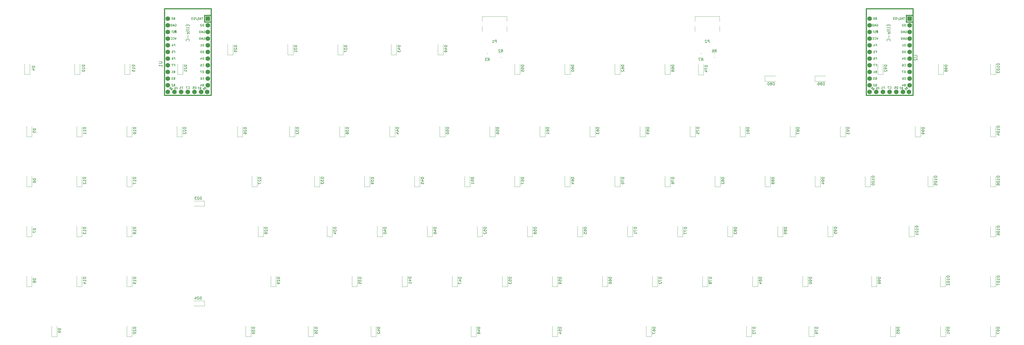
<source format=gbr>
%TF.GenerationSoftware,KiCad,Pcbnew,7.0.1*%
%TF.CreationDate,2023-05-04T08:54:13-07:00*%
%TF.ProjectId,split-kb,73706c69-742d-46b6-922e-6b696361645f,rev?*%
%TF.SameCoordinates,Original*%
%TF.FileFunction,Legend,Bot*%
%TF.FilePolarity,Positive*%
%FSLAX46Y46*%
G04 Gerber Fmt 4.6, Leading zero omitted, Abs format (unit mm)*
G04 Created by KiCad (PCBNEW 7.0.1) date 2023-05-04 08:54:13*
%MOMM*%
%LPD*%
G01*
G04 APERTURE LIST*
%ADD10C,0.150000*%
%ADD11C,0.203200*%
%ADD12C,0.120000*%
%ADD13C,0.381000*%
%ADD14R,1.752600X1.752600*%
%ADD15C,1.752600*%
G04 APERTURE END LIST*
D10*
%TO.C,D41*%
X239793869Y-291616964D02*
X238793869Y-291616964D01*
X238793869Y-291616964D02*
X238793869Y-291855059D01*
X238793869Y-291855059D02*
X238841488Y-291997916D01*
X238841488Y-291997916D02*
X238936726Y-292093154D01*
X238936726Y-292093154D02*
X239031964Y-292140773D01*
X239031964Y-292140773D02*
X239222440Y-292188392D01*
X239222440Y-292188392D02*
X239365297Y-292188392D01*
X239365297Y-292188392D02*
X239555773Y-292140773D01*
X239555773Y-292140773D02*
X239651011Y-292093154D01*
X239651011Y-292093154D02*
X239746250Y-291997916D01*
X239746250Y-291997916D02*
X239793869Y-291855059D01*
X239793869Y-291855059D02*
X239793869Y-291616964D01*
X239127202Y-293045535D02*
X239793869Y-293045535D01*
X238746250Y-292807440D02*
X239460535Y-292569345D01*
X239460535Y-292569345D02*
X239460535Y-293188392D01*
X239793869Y-294093154D02*
X239793869Y-293521726D01*
X239793869Y-293807440D02*
X238793869Y-293807440D01*
X238793869Y-293807440D02*
X238936726Y-293712202D01*
X238936726Y-293712202D02*
X239031964Y-293616964D01*
X239031964Y-293616964D02*
X239079583Y-293521726D01*
%TO.C,D53*%
X277893869Y-291679464D02*
X276893869Y-291679464D01*
X276893869Y-291679464D02*
X276893869Y-291917559D01*
X276893869Y-291917559D02*
X276941488Y-292060416D01*
X276941488Y-292060416D02*
X277036726Y-292155654D01*
X277036726Y-292155654D02*
X277131964Y-292203273D01*
X277131964Y-292203273D02*
X277322440Y-292250892D01*
X277322440Y-292250892D02*
X277465297Y-292250892D01*
X277465297Y-292250892D02*
X277655773Y-292203273D01*
X277655773Y-292203273D02*
X277751011Y-292155654D01*
X277751011Y-292155654D02*
X277846250Y-292060416D01*
X277846250Y-292060416D02*
X277893869Y-291917559D01*
X277893869Y-291917559D02*
X277893869Y-291679464D01*
X276893869Y-293155654D02*
X276893869Y-292679464D01*
X276893869Y-292679464D02*
X277370059Y-292631845D01*
X277370059Y-292631845D02*
X277322440Y-292679464D01*
X277322440Y-292679464D02*
X277274821Y-292774702D01*
X277274821Y-292774702D02*
X277274821Y-293012797D01*
X277274821Y-293012797D02*
X277322440Y-293108035D01*
X277322440Y-293108035D02*
X277370059Y-293155654D01*
X277370059Y-293155654D02*
X277465297Y-293203273D01*
X277465297Y-293203273D02*
X277703392Y-293203273D01*
X277703392Y-293203273D02*
X277798630Y-293155654D01*
X277798630Y-293155654D02*
X277846250Y-293108035D01*
X277846250Y-293108035D02*
X277893869Y-293012797D01*
X277893869Y-293012797D02*
X277893869Y-292774702D01*
X277893869Y-292774702D02*
X277846250Y-292679464D01*
X277846250Y-292679464D02*
X277798630Y-292631845D01*
X276893869Y-293536607D02*
X276893869Y-294155654D01*
X276893869Y-294155654D02*
X277274821Y-293822321D01*
X277274821Y-293822321D02*
X277274821Y-293965178D01*
X277274821Y-293965178D02*
X277322440Y-294060416D01*
X277322440Y-294060416D02*
X277370059Y-294108035D01*
X277370059Y-294108035D02*
X277465297Y-294155654D01*
X277465297Y-294155654D02*
X277703392Y-294155654D01*
X277703392Y-294155654D02*
X277798630Y-294108035D01*
X277798630Y-294108035D02*
X277846250Y-294060416D01*
X277846250Y-294060416D02*
X277893869Y-293965178D01*
X277893869Y-293965178D02*
X277893869Y-293679464D01*
X277893869Y-293679464D02*
X277846250Y-293584226D01*
X277846250Y-293584226D02*
X277798630Y-293536607D01*
%TO.C,D83*%
X363618869Y-272629464D02*
X362618869Y-272629464D01*
X362618869Y-272629464D02*
X362618869Y-272867559D01*
X362618869Y-272867559D02*
X362666488Y-273010416D01*
X362666488Y-273010416D02*
X362761726Y-273105654D01*
X362761726Y-273105654D02*
X362856964Y-273153273D01*
X362856964Y-273153273D02*
X363047440Y-273200892D01*
X363047440Y-273200892D02*
X363190297Y-273200892D01*
X363190297Y-273200892D02*
X363380773Y-273153273D01*
X363380773Y-273153273D02*
X363476011Y-273105654D01*
X363476011Y-273105654D02*
X363571250Y-273010416D01*
X363571250Y-273010416D02*
X363618869Y-272867559D01*
X363618869Y-272867559D02*
X363618869Y-272629464D01*
X363047440Y-273772321D02*
X362999821Y-273677083D01*
X362999821Y-273677083D02*
X362952202Y-273629464D01*
X362952202Y-273629464D02*
X362856964Y-273581845D01*
X362856964Y-273581845D02*
X362809345Y-273581845D01*
X362809345Y-273581845D02*
X362714107Y-273629464D01*
X362714107Y-273629464D02*
X362666488Y-273677083D01*
X362666488Y-273677083D02*
X362618869Y-273772321D01*
X362618869Y-273772321D02*
X362618869Y-273962797D01*
X362618869Y-273962797D02*
X362666488Y-274058035D01*
X362666488Y-274058035D02*
X362714107Y-274105654D01*
X362714107Y-274105654D02*
X362809345Y-274153273D01*
X362809345Y-274153273D02*
X362856964Y-274153273D01*
X362856964Y-274153273D02*
X362952202Y-274105654D01*
X362952202Y-274105654D02*
X362999821Y-274058035D01*
X362999821Y-274058035D02*
X363047440Y-273962797D01*
X363047440Y-273962797D02*
X363047440Y-273772321D01*
X363047440Y-273772321D02*
X363095059Y-273677083D01*
X363095059Y-273677083D02*
X363142678Y-273629464D01*
X363142678Y-273629464D02*
X363237916Y-273581845D01*
X363237916Y-273581845D02*
X363428392Y-273581845D01*
X363428392Y-273581845D02*
X363523630Y-273629464D01*
X363523630Y-273629464D02*
X363571250Y-273677083D01*
X363571250Y-273677083D02*
X363618869Y-273772321D01*
X363618869Y-273772321D02*
X363618869Y-273962797D01*
X363618869Y-273962797D02*
X363571250Y-274058035D01*
X363571250Y-274058035D02*
X363523630Y-274105654D01*
X363523630Y-274105654D02*
X363428392Y-274153273D01*
X363428392Y-274153273D02*
X363237916Y-274153273D01*
X363237916Y-274153273D02*
X363142678Y-274105654D01*
X363142678Y-274105654D02*
X363095059Y-274058035D01*
X363095059Y-274058035D02*
X363047440Y-273962797D01*
X362618869Y-274486607D02*
X362618869Y-275105654D01*
X362618869Y-275105654D02*
X362999821Y-274772321D01*
X362999821Y-274772321D02*
X362999821Y-274915178D01*
X362999821Y-274915178D02*
X363047440Y-275010416D01*
X363047440Y-275010416D02*
X363095059Y-275058035D01*
X363095059Y-275058035D02*
X363190297Y-275105654D01*
X363190297Y-275105654D02*
X363428392Y-275105654D01*
X363428392Y-275105654D02*
X363523630Y-275058035D01*
X363523630Y-275058035D02*
X363571250Y-275010416D01*
X363571250Y-275010416D02*
X363618869Y-274915178D01*
X363618869Y-274915178D02*
X363618869Y-274629464D01*
X363618869Y-274629464D02*
X363571250Y-274534226D01*
X363571250Y-274534226D02*
X363523630Y-274486607D01*
%TO.C,D23*%
X159964285Y-261987619D02*
X159964285Y-260987619D01*
X159964285Y-260987619D02*
X159726190Y-260987619D01*
X159726190Y-260987619D02*
X159583333Y-261035238D01*
X159583333Y-261035238D02*
X159488095Y-261130476D01*
X159488095Y-261130476D02*
X159440476Y-261225714D01*
X159440476Y-261225714D02*
X159392857Y-261416190D01*
X159392857Y-261416190D02*
X159392857Y-261559047D01*
X159392857Y-261559047D02*
X159440476Y-261749523D01*
X159440476Y-261749523D02*
X159488095Y-261844761D01*
X159488095Y-261844761D02*
X159583333Y-261940000D01*
X159583333Y-261940000D02*
X159726190Y-261987619D01*
X159726190Y-261987619D02*
X159964285Y-261987619D01*
X159011904Y-261082857D02*
X158964285Y-261035238D01*
X158964285Y-261035238D02*
X158869047Y-260987619D01*
X158869047Y-260987619D02*
X158630952Y-260987619D01*
X158630952Y-260987619D02*
X158535714Y-261035238D01*
X158535714Y-261035238D02*
X158488095Y-261082857D01*
X158488095Y-261082857D02*
X158440476Y-261178095D01*
X158440476Y-261178095D02*
X158440476Y-261273333D01*
X158440476Y-261273333D02*
X158488095Y-261416190D01*
X158488095Y-261416190D02*
X159059523Y-261987619D01*
X159059523Y-261987619D02*
X158440476Y-261987619D01*
X158107142Y-260987619D02*
X157488095Y-260987619D01*
X157488095Y-260987619D02*
X157821428Y-261368571D01*
X157821428Y-261368571D02*
X157678571Y-261368571D01*
X157678571Y-261368571D02*
X157583333Y-261416190D01*
X157583333Y-261416190D02*
X157535714Y-261463809D01*
X157535714Y-261463809D02*
X157488095Y-261559047D01*
X157488095Y-261559047D02*
X157488095Y-261797142D01*
X157488095Y-261797142D02*
X157535714Y-261892380D01*
X157535714Y-261892380D02*
X157583333Y-261940000D01*
X157583333Y-261940000D02*
X157678571Y-261987619D01*
X157678571Y-261987619D02*
X157964285Y-261987619D01*
X157964285Y-261987619D02*
X158059523Y-261940000D01*
X158059523Y-261940000D02*
X158107142Y-261892380D01*
%TO.C,D108*%
X463631369Y-253103274D02*
X462631369Y-253103274D01*
X462631369Y-253103274D02*
X462631369Y-253341369D01*
X462631369Y-253341369D02*
X462678988Y-253484226D01*
X462678988Y-253484226D02*
X462774226Y-253579464D01*
X462774226Y-253579464D02*
X462869464Y-253627083D01*
X462869464Y-253627083D02*
X463059940Y-253674702D01*
X463059940Y-253674702D02*
X463202797Y-253674702D01*
X463202797Y-253674702D02*
X463393273Y-253627083D01*
X463393273Y-253627083D02*
X463488511Y-253579464D01*
X463488511Y-253579464D02*
X463583750Y-253484226D01*
X463583750Y-253484226D02*
X463631369Y-253341369D01*
X463631369Y-253341369D02*
X463631369Y-253103274D01*
X463631369Y-254627083D02*
X463631369Y-254055655D01*
X463631369Y-254341369D02*
X462631369Y-254341369D01*
X462631369Y-254341369D02*
X462774226Y-254246131D01*
X462774226Y-254246131D02*
X462869464Y-254150893D01*
X462869464Y-254150893D02*
X462917083Y-254055655D01*
X462631369Y-255246131D02*
X462631369Y-255341369D01*
X462631369Y-255341369D02*
X462678988Y-255436607D01*
X462678988Y-255436607D02*
X462726607Y-255484226D01*
X462726607Y-255484226D02*
X462821845Y-255531845D01*
X462821845Y-255531845D02*
X463012321Y-255579464D01*
X463012321Y-255579464D02*
X463250416Y-255579464D01*
X463250416Y-255579464D02*
X463440892Y-255531845D01*
X463440892Y-255531845D02*
X463536130Y-255484226D01*
X463536130Y-255484226D02*
X463583750Y-255436607D01*
X463583750Y-255436607D02*
X463631369Y-255341369D01*
X463631369Y-255341369D02*
X463631369Y-255246131D01*
X463631369Y-255246131D02*
X463583750Y-255150893D01*
X463583750Y-255150893D02*
X463536130Y-255103274D01*
X463536130Y-255103274D02*
X463440892Y-255055655D01*
X463440892Y-255055655D02*
X463250416Y-255008036D01*
X463250416Y-255008036D02*
X463012321Y-255008036D01*
X463012321Y-255008036D02*
X462821845Y-255055655D01*
X462821845Y-255055655D02*
X462726607Y-255103274D01*
X462726607Y-255103274D02*
X462678988Y-255150893D01*
X462678988Y-255150893D02*
X462631369Y-255246131D01*
X463059940Y-256150893D02*
X463012321Y-256055655D01*
X463012321Y-256055655D02*
X462964702Y-256008036D01*
X462964702Y-256008036D02*
X462869464Y-255960417D01*
X462869464Y-255960417D02*
X462821845Y-255960417D01*
X462821845Y-255960417D02*
X462726607Y-256008036D01*
X462726607Y-256008036D02*
X462678988Y-256055655D01*
X462678988Y-256055655D02*
X462631369Y-256150893D01*
X462631369Y-256150893D02*
X462631369Y-256341369D01*
X462631369Y-256341369D02*
X462678988Y-256436607D01*
X462678988Y-256436607D02*
X462726607Y-256484226D01*
X462726607Y-256484226D02*
X462821845Y-256531845D01*
X462821845Y-256531845D02*
X462869464Y-256531845D01*
X462869464Y-256531845D02*
X462964702Y-256484226D01*
X462964702Y-256484226D02*
X463012321Y-256436607D01*
X463012321Y-256436607D02*
X463059940Y-256341369D01*
X463059940Y-256341369D02*
X463059940Y-256150893D01*
X463059940Y-256150893D02*
X463107559Y-256055655D01*
X463107559Y-256055655D02*
X463155178Y-256008036D01*
X463155178Y-256008036D02*
X463250416Y-255960417D01*
X463250416Y-255960417D02*
X463440892Y-255960417D01*
X463440892Y-255960417D02*
X463536130Y-256008036D01*
X463536130Y-256008036D02*
X463583750Y-256055655D01*
X463583750Y-256055655D02*
X463631369Y-256150893D01*
X463631369Y-256150893D02*
X463631369Y-256341369D01*
X463631369Y-256341369D02*
X463583750Y-256436607D01*
X463583750Y-256436607D02*
X463536130Y-256484226D01*
X463536130Y-256484226D02*
X463440892Y-256531845D01*
X463440892Y-256531845D02*
X463250416Y-256531845D01*
X463250416Y-256531845D02*
X463155178Y-256484226D01*
X463155178Y-256484226D02*
X463107559Y-256436607D01*
X463107559Y-256436607D02*
X463059940Y-256341369D01*
%TO.C,D51*%
X263606369Y-253579464D02*
X262606369Y-253579464D01*
X262606369Y-253579464D02*
X262606369Y-253817559D01*
X262606369Y-253817559D02*
X262653988Y-253960416D01*
X262653988Y-253960416D02*
X262749226Y-254055654D01*
X262749226Y-254055654D02*
X262844464Y-254103273D01*
X262844464Y-254103273D02*
X263034940Y-254150892D01*
X263034940Y-254150892D02*
X263177797Y-254150892D01*
X263177797Y-254150892D02*
X263368273Y-254103273D01*
X263368273Y-254103273D02*
X263463511Y-254055654D01*
X263463511Y-254055654D02*
X263558750Y-253960416D01*
X263558750Y-253960416D02*
X263606369Y-253817559D01*
X263606369Y-253817559D02*
X263606369Y-253579464D01*
X262606369Y-255055654D02*
X262606369Y-254579464D01*
X262606369Y-254579464D02*
X263082559Y-254531845D01*
X263082559Y-254531845D02*
X263034940Y-254579464D01*
X263034940Y-254579464D02*
X262987321Y-254674702D01*
X262987321Y-254674702D02*
X262987321Y-254912797D01*
X262987321Y-254912797D02*
X263034940Y-255008035D01*
X263034940Y-255008035D02*
X263082559Y-255055654D01*
X263082559Y-255055654D02*
X263177797Y-255103273D01*
X263177797Y-255103273D02*
X263415892Y-255103273D01*
X263415892Y-255103273D02*
X263511130Y-255055654D01*
X263511130Y-255055654D02*
X263558750Y-255008035D01*
X263558750Y-255008035D02*
X263606369Y-254912797D01*
X263606369Y-254912797D02*
X263606369Y-254674702D01*
X263606369Y-254674702D02*
X263558750Y-254579464D01*
X263558750Y-254579464D02*
X263511130Y-254531845D01*
X263606369Y-256055654D02*
X263606369Y-255484226D01*
X263606369Y-255769940D02*
X262606369Y-255769940D01*
X262606369Y-255769940D02*
X262749226Y-255674702D01*
X262749226Y-255674702D02*
X262844464Y-255579464D01*
X262844464Y-255579464D02*
X262892083Y-255484226D01*
%TO.C,D52*%
X268368869Y-272629464D02*
X267368869Y-272629464D01*
X267368869Y-272629464D02*
X267368869Y-272867559D01*
X267368869Y-272867559D02*
X267416488Y-273010416D01*
X267416488Y-273010416D02*
X267511726Y-273105654D01*
X267511726Y-273105654D02*
X267606964Y-273153273D01*
X267606964Y-273153273D02*
X267797440Y-273200892D01*
X267797440Y-273200892D02*
X267940297Y-273200892D01*
X267940297Y-273200892D02*
X268130773Y-273153273D01*
X268130773Y-273153273D02*
X268226011Y-273105654D01*
X268226011Y-273105654D02*
X268321250Y-273010416D01*
X268321250Y-273010416D02*
X268368869Y-272867559D01*
X268368869Y-272867559D02*
X268368869Y-272629464D01*
X267368869Y-274105654D02*
X267368869Y-273629464D01*
X267368869Y-273629464D02*
X267845059Y-273581845D01*
X267845059Y-273581845D02*
X267797440Y-273629464D01*
X267797440Y-273629464D02*
X267749821Y-273724702D01*
X267749821Y-273724702D02*
X267749821Y-273962797D01*
X267749821Y-273962797D02*
X267797440Y-274058035D01*
X267797440Y-274058035D02*
X267845059Y-274105654D01*
X267845059Y-274105654D02*
X267940297Y-274153273D01*
X267940297Y-274153273D02*
X268178392Y-274153273D01*
X268178392Y-274153273D02*
X268273630Y-274105654D01*
X268273630Y-274105654D02*
X268321250Y-274058035D01*
X268321250Y-274058035D02*
X268368869Y-273962797D01*
X268368869Y-273962797D02*
X268368869Y-273724702D01*
X268368869Y-273724702D02*
X268321250Y-273629464D01*
X268321250Y-273629464D02*
X268273630Y-273581845D01*
X267464107Y-274534226D02*
X267416488Y-274581845D01*
X267416488Y-274581845D02*
X267368869Y-274677083D01*
X267368869Y-274677083D02*
X267368869Y-274915178D01*
X267368869Y-274915178D02*
X267416488Y-275010416D01*
X267416488Y-275010416D02*
X267464107Y-275058035D01*
X267464107Y-275058035D02*
X267559345Y-275105654D01*
X267559345Y-275105654D02*
X267654583Y-275105654D01*
X267654583Y-275105654D02*
X267797440Y-275058035D01*
X267797440Y-275058035D02*
X268368869Y-274486607D01*
X268368869Y-274486607D02*
X268368869Y-275105654D01*
%TO.C,D39*%
X225506369Y-253579464D02*
X224506369Y-253579464D01*
X224506369Y-253579464D02*
X224506369Y-253817559D01*
X224506369Y-253817559D02*
X224553988Y-253960416D01*
X224553988Y-253960416D02*
X224649226Y-254055654D01*
X224649226Y-254055654D02*
X224744464Y-254103273D01*
X224744464Y-254103273D02*
X224934940Y-254150892D01*
X224934940Y-254150892D02*
X225077797Y-254150892D01*
X225077797Y-254150892D02*
X225268273Y-254103273D01*
X225268273Y-254103273D02*
X225363511Y-254055654D01*
X225363511Y-254055654D02*
X225458750Y-253960416D01*
X225458750Y-253960416D02*
X225506369Y-253817559D01*
X225506369Y-253817559D02*
X225506369Y-253579464D01*
X224506369Y-254484226D02*
X224506369Y-255103273D01*
X224506369Y-255103273D02*
X224887321Y-254769940D01*
X224887321Y-254769940D02*
X224887321Y-254912797D01*
X224887321Y-254912797D02*
X224934940Y-255008035D01*
X224934940Y-255008035D02*
X224982559Y-255055654D01*
X224982559Y-255055654D02*
X225077797Y-255103273D01*
X225077797Y-255103273D02*
X225315892Y-255103273D01*
X225315892Y-255103273D02*
X225411130Y-255055654D01*
X225411130Y-255055654D02*
X225458750Y-255008035D01*
X225458750Y-255008035D02*
X225506369Y-254912797D01*
X225506369Y-254912797D02*
X225506369Y-254627083D01*
X225506369Y-254627083D02*
X225458750Y-254531845D01*
X225458750Y-254531845D02*
X225411130Y-254484226D01*
X225506369Y-255579464D02*
X225506369Y-255769940D01*
X225506369Y-255769940D02*
X225458750Y-255865178D01*
X225458750Y-255865178D02*
X225411130Y-255912797D01*
X225411130Y-255912797D02*
X225268273Y-256008035D01*
X225268273Y-256008035D02*
X225077797Y-256055654D01*
X225077797Y-256055654D02*
X224696845Y-256055654D01*
X224696845Y-256055654D02*
X224601607Y-256008035D01*
X224601607Y-256008035D02*
X224553988Y-255960416D01*
X224553988Y-255960416D02*
X224506369Y-255865178D01*
X224506369Y-255865178D02*
X224506369Y-255674702D01*
X224506369Y-255674702D02*
X224553988Y-255579464D01*
X224553988Y-255579464D02*
X224601607Y-255531845D01*
X224601607Y-255531845D02*
X224696845Y-255484226D01*
X224696845Y-255484226D02*
X224934940Y-255484226D01*
X224934940Y-255484226D02*
X225030178Y-255531845D01*
X225030178Y-255531845D02*
X225077797Y-255579464D01*
X225077797Y-255579464D02*
X225125416Y-255674702D01*
X225125416Y-255674702D02*
X225125416Y-255865178D01*
X225125416Y-255865178D02*
X225077797Y-255960416D01*
X225077797Y-255960416D02*
X225030178Y-256008035D01*
X225030178Y-256008035D02*
X224934940Y-256055654D01*
%TO.C,D13*%
X115968869Y-272629464D02*
X114968869Y-272629464D01*
X114968869Y-272629464D02*
X114968869Y-272867559D01*
X114968869Y-272867559D02*
X115016488Y-273010416D01*
X115016488Y-273010416D02*
X115111726Y-273105654D01*
X115111726Y-273105654D02*
X115206964Y-273153273D01*
X115206964Y-273153273D02*
X115397440Y-273200892D01*
X115397440Y-273200892D02*
X115540297Y-273200892D01*
X115540297Y-273200892D02*
X115730773Y-273153273D01*
X115730773Y-273153273D02*
X115826011Y-273105654D01*
X115826011Y-273105654D02*
X115921250Y-273010416D01*
X115921250Y-273010416D02*
X115968869Y-272867559D01*
X115968869Y-272867559D02*
X115968869Y-272629464D01*
X115968869Y-274153273D02*
X115968869Y-273581845D01*
X115968869Y-273867559D02*
X114968869Y-273867559D01*
X114968869Y-273867559D02*
X115111726Y-273772321D01*
X115111726Y-273772321D02*
X115206964Y-273677083D01*
X115206964Y-273677083D02*
X115254583Y-273581845D01*
X114968869Y-274486607D02*
X114968869Y-275105654D01*
X114968869Y-275105654D02*
X115349821Y-274772321D01*
X115349821Y-274772321D02*
X115349821Y-274915178D01*
X115349821Y-274915178D02*
X115397440Y-275010416D01*
X115397440Y-275010416D02*
X115445059Y-275058035D01*
X115445059Y-275058035D02*
X115540297Y-275105654D01*
X115540297Y-275105654D02*
X115778392Y-275105654D01*
X115778392Y-275105654D02*
X115873630Y-275058035D01*
X115873630Y-275058035D02*
X115921250Y-275010416D01*
X115921250Y-275010416D02*
X115968869Y-274915178D01*
X115968869Y-274915178D02*
X115968869Y-274629464D01*
X115968869Y-274629464D02*
X115921250Y-274534226D01*
X115921250Y-274534226D02*
X115873630Y-274486607D01*
%TO.C,D40*%
X230268869Y-272629464D02*
X229268869Y-272629464D01*
X229268869Y-272629464D02*
X229268869Y-272867559D01*
X229268869Y-272867559D02*
X229316488Y-273010416D01*
X229316488Y-273010416D02*
X229411726Y-273105654D01*
X229411726Y-273105654D02*
X229506964Y-273153273D01*
X229506964Y-273153273D02*
X229697440Y-273200892D01*
X229697440Y-273200892D02*
X229840297Y-273200892D01*
X229840297Y-273200892D02*
X230030773Y-273153273D01*
X230030773Y-273153273D02*
X230126011Y-273105654D01*
X230126011Y-273105654D02*
X230221250Y-273010416D01*
X230221250Y-273010416D02*
X230268869Y-272867559D01*
X230268869Y-272867559D02*
X230268869Y-272629464D01*
X229602202Y-274058035D02*
X230268869Y-274058035D01*
X229221250Y-273819940D02*
X229935535Y-273581845D01*
X229935535Y-273581845D02*
X229935535Y-274200892D01*
X229268869Y-274772321D02*
X229268869Y-274867559D01*
X229268869Y-274867559D02*
X229316488Y-274962797D01*
X229316488Y-274962797D02*
X229364107Y-275010416D01*
X229364107Y-275010416D02*
X229459345Y-275058035D01*
X229459345Y-275058035D02*
X229649821Y-275105654D01*
X229649821Y-275105654D02*
X229887916Y-275105654D01*
X229887916Y-275105654D02*
X230078392Y-275058035D01*
X230078392Y-275058035D02*
X230173630Y-275010416D01*
X230173630Y-275010416D02*
X230221250Y-274962797D01*
X230221250Y-274962797D02*
X230268869Y-274867559D01*
X230268869Y-274867559D02*
X230268869Y-274772321D01*
X230268869Y-274772321D02*
X230221250Y-274677083D01*
X230221250Y-274677083D02*
X230173630Y-274629464D01*
X230173630Y-274629464D02*
X230078392Y-274581845D01*
X230078392Y-274581845D02*
X229887916Y-274534226D01*
X229887916Y-274534226D02*
X229649821Y-274534226D01*
X229649821Y-274534226D02*
X229459345Y-274581845D01*
X229459345Y-274581845D02*
X229364107Y-274629464D01*
X229364107Y-274629464D02*
X229316488Y-274677083D01*
X229316488Y-274677083D02*
X229268869Y-274772321D01*
%TO.C,D48*%
X265987619Y-310729464D02*
X264987619Y-310729464D01*
X264987619Y-310729464D02*
X264987619Y-310967559D01*
X264987619Y-310967559D02*
X265035238Y-311110416D01*
X265035238Y-311110416D02*
X265130476Y-311205654D01*
X265130476Y-311205654D02*
X265225714Y-311253273D01*
X265225714Y-311253273D02*
X265416190Y-311300892D01*
X265416190Y-311300892D02*
X265559047Y-311300892D01*
X265559047Y-311300892D02*
X265749523Y-311253273D01*
X265749523Y-311253273D02*
X265844761Y-311205654D01*
X265844761Y-311205654D02*
X265940000Y-311110416D01*
X265940000Y-311110416D02*
X265987619Y-310967559D01*
X265987619Y-310967559D02*
X265987619Y-310729464D01*
X265320952Y-312158035D02*
X265987619Y-312158035D01*
X264940000Y-311919940D02*
X265654285Y-311681845D01*
X265654285Y-311681845D02*
X265654285Y-312300892D01*
X265416190Y-312824702D02*
X265368571Y-312729464D01*
X265368571Y-312729464D02*
X265320952Y-312681845D01*
X265320952Y-312681845D02*
X265225714Y-312634226D01*
X265225714Y-312634226D02*
X265178095Y-312634226D01*
X265178095Y-312634226D02*
X265082857Y-312681845D01*
X265082857Y-312681845D02*
X265035238Y-312729464D01*
X265035238Y-312729464D02*
X264987619Y-312824702D01*
X264987619Y-312824702D02*
X264987619Y-313015178D01*
X264987619Y-313015178D02*
X265035238Y-313110416D01*
X265035238Y-313110416D02*
X265082857Y-313158035D01*
X265082857Y-313158035D02*
X265178095Y-313205654D01*
X265178095Y-313205654D02*
X265225714Y-313205654D01*
X265225714Y-313205654D02*
X265320952Y-313158035D01*
X265320952Y-313158035D02*
X265368571Y-313110416D01*
X265368571Y-313110416D02*
X265416190Y-313015178D01*
X265416190Y-313015178D02*
X265416190Y-312824702D01*
X265416190Y-312824702D02*
X265463809Y-312729464D01*
X265463809Y-312729464D02*
X265511428Y-312681845D01*
X265511428Y-312681845D02*
X265606666Y-312634226D01*
X265606666Y-312634226D02*
X265797142Y-312634226D01*
X265797142Y-312634226D02*
X265892380Y-312681845D01*
X265892380Y-312681845D02*
X265940000Y-312729464D01*
X265940000Y-312729464D02*
X265987619Y-312824702D01*
X265987619Y-312824702D02*
X265987619Y-313015178D01*
X265987619Y-313015178D02*
X265940000Y-313110416D01*
X265940000Y-313110416D02*
X265892380Y-313158035D01*
X265892380Y-313158035D02*
X265797142Y-313205654D01*
X265797142Y-313205654D02*
X265606666Y-313205654D01*
X265606666Y-313205654D02*
X265511428Y-313158035D01*
X265511428Y-313158035D02*
X265463809Y-313110416D01*
X265463809Y-313110416D02*
X265416190Y-313015178D01*
%TO.C,D69*%
X330281369Y-234529464D02*
X329281369Y-234529464D01*
X329281369Y-234529464D02*
X329281369Y-234767559D01*
X329281369Y-234767559D02*
X329328988Y-234910416D01*
X329328988Y-234910416D02*
X329424226Y-235005654D01*
X329424226Y-235005654D02*
X329519464Y-235053273D01*
X329519464Y-235053273D02*
X329709940Y-235100892D01*
X329709940Y-235100892D02*
X329852797Y-235100892D01*
X329852797Y-235100892D02*
X330043273Y-235053273D01*
X330043273Y-235053273D02*
X330138511Y-235005654D01*
X330138511Y-235005654D02*
X330233750Y-234910416D01*
X330233750Y-234910416D02*
X330281369Y-234767559D01*
X330281369Y-234767559D02*
X330281369Y-234529464D01*
X329281369Y-235958035D02*
X329281369Y-235767559D01*
X329281369Y-235767559D02*
X329328988Y-235672321D01*
X329328988Y-235672321D02*
X329376607Y-235624702D01*
X329376607Y-235624702D02*
X329519464Y-235529464D01*
X329519464Y-235529464D02*
X329709940Y-235481845D01*
X329709940Y-235481845D02*
X330090892Y-235481845D01*
X330090892Y-235481845D02*
X330186130Y-235529464D01*
X330186130Y-235529464D02*
X330233750Y-235577083D01*
X330233750Y-235577083D02*
X330281369Y-235672321D01*
X330281369Y-235672321D02*
X330281369Y-235862797D01*
X330281369Y-235862797D02*
X330233750Y-235958035D01*
X330233750Y-235958035D02*
X330186130Y-236005654D01*
X330186130Y-236005654D02*
X330090892Y-236053273D01*
X330090892Y-236053273D02*
X329852797Y-236053273D01*
X329852797Y-236053273D02*
X329757559Y-236005654D01*
X329757559Y-236005654D02*
X329709940Y-235958035D01*
X329709940Y-235958035D02*
X329662321Y-235862797D01*
X329662321Y-235862797D02*
X329662321Y-235672321D01*
X329662321Y-235672321D02*
X329709940Y-235577083D01*
X329709940Y-235577083D02*
X329757559Y-235529464D01*
X329757559Y-235529464D02*
X329852797Y-235481845D01*
X330281369Y-236529464D02*
X330281369Y-236719940D01*
X330281369Y-236719940D02*
X330233750Y-236815178D01*
X330233750Y-236815178D02*
X330186130Y-236862797D01*
X330186130Y-236862797D02*
X330043273Y-236958035D01*
X330043273Y-236958035D02*
X329852797Y-237005654D01*
X329852797Y-237005654D02*
X329471845Y-237005654D01*
X329471845Y-237005654D02*
X329376607Y-236958035D01*
X329376607Y-236958035D02*
X329328988Y-236910416D01*
X329328988Y-236910416D02*
X329281369Y-236815178D01*
X329281369Y-236815178D02*
X329281369Y-236624702D01*
X329281369Y-236624702D02*
X329328988Y-236529464D01*
X329328988Y-236529464D02*
X329376607Y-236481845D01*
X329376607Y-236481845D02*
X329471845Y-236434226D01*
X329471845Y-236434226D02*
X329709940Y-236434226D01*
X329709940Y-236434226D02*
X329805178Y-236481845D01*
X329805178Y-236481845D02*
X329852797Y-236529464D01*
X329852797Y-236529464D02*
X329900416Y-236624702D01*
X329900416Y-236624702D02*
X329900416Y-236815178D01*
X329900416Y-236815178D02*
X329852797Y-236910416D01*
X329852797Y-236910416D02*
X329805178Y-236958035D01*
X329805178Y-236958035D02*
X329709940Y-237005654D01*
D11*
%TO.C,U1*%
X143817642Y-209429464D02*
X144789071Y-209429464D01*
X144789071Y-209429464D02*
X144903357Y-209486607D01*
X144903357Y-209486607D02*
X144960500Y-209543750D01*
X144960500Y-209543750D02*
X145017642Y-209658035D01*
X145017642Y-209658035D02*
X145017642Y-209886607D01*
X145017642Y-209886607D02*
X144960500Y-210000892D01*
X144960500Y-210000892D02*
X144903357Y-210058035D01*
X144903357Y-210058035D02*
X144789071Y-210115178D01*
X144789071Y-210115178D02*
X143817642Y-210115178D01*
X145017642Y-211315178D02*
X145017642Y-210629464D01*
X145017642Y-210972321D02*
X143817642Y-210972321D01*
X143817642Y-210972321D02*
X143989071Y-210858035D01*
X143989071Y-210858035D02*
X144103357Y-210743750D01*
X144103357Y-210743750D02*
X144160500Y-210629464D01*
X154707821Y-195380358D02*
X154707821Y-195780358D01*
X155336392Y-195951786D02*
X155336392Y-195380358D01*
X155336392Y-195380358D02*
X154136392Y-195380358D01*
X154136392Y-195380358D02*
X154136392Y-195951786D01*
X155336392Y-196637500D02*
X155279250Y-196523215D01*
X155279250Y-196523215D02*
X155164964Y-196466072D01*
X155164964Y-196466072D02*
X154136392Y-196466072D01*
X155336392Y-197094643D02*
X154536392Y-197094643D01*
X154136392Y-197094643D02*
X154193535Y-197037500D01*
X154193535Y-197037500D02*
X154250678Y-197094643D01*
X154250678Y-197094643D02*
X154193535Y-197151786D01*
X154193535Y-197151786D02*
X154136392Y-197094643D01*
X154136392Y-197094643D02*
X154250678Y-197094643D01*
X154536392Y-197494643D02*
X154536392Y-197951786D01*
X154136392Y-197666072D02*
X155164964Y-197666072D01*
X155164964Y-197666072D02*
X155279250Y-197723215D01*
X155279250Y-197723215D02*
X155336392Y-197837500D01*
X155336392Y-197837500D02*
X155336392Y-197951786D01*
X155279250Y-198808929D02*
X155336392Y-198694643D01*
X155336392Y-198694643D02*
X155336392Y-198466072D01*
X155336392Y-198466072D02*
X155279250Y-198351786D01*
X155279250Y-198351786D02*
X155164964Y-198294643D01*
X155164964Y-198294643D02*
X154707821Y-198294643D01*
X154707821Y-198294643D02*
X154593535Y-198351786D01*
X154593535Y-198351786D02*
X154536392Y-198466072D01*
X154536392Y-198466072D02*
X154536392Y-198694643D01*
X154536392Y-198694643D02*
X154593535Y-198808929D01*
X154593535Y-198808929D02*
X154707821Y-198866072D01*
X154707821Y-198866072D02*
X154822107Y-198866072D01*
X154822107Y-198866072D02*
X154936392Y-198294643D01*
X154879250Y-199380357D02*
X154879250Y-200294643D01*
X155222107Y-201551785D02*
X155279250Y-201494642D01*
X155279250Y-201494642D02*
X155336392Y-201323214D01*
X155336392Y-201323214D02*
X155336392Y-201208928D01*
X155336392Y-201208928D02*
X155279250Y-201037499D01*
X155279250Y-201037499D02*
X155164964Y-200923214D01*
X155164964Y-200923214D02*
X155050678Y-200866071D01*
X155050678Y-200866071D02*
X154822107Y-200808928D01*
X154822107Y-200808928D02*
X154650678Y-200808928D01*
X154650678Y-200808928D02*
X154422107Y-200866071D01*
X154422107Y-200866071D02*
X154307821Y-200923214D01*
X154307821Y-200923214D02*
X154193535Y-201037499D01*
X154193535Y-201037499D02*
X154136392Y-201208928D01*
X154136392Y-201208928D02*
X154136392Y-201323214D01*
X154136392Y-201323214D02*
X154193535Y-201494642D01*
X154193535Y-201494642D02*
X154250678Y-201551785D01*
D10*
X149586916Y-205691047D02*
X149853582Y-205691047D01*
X149853582Y-206110095D02*
X149853582Y-205310095D01*
X149853582Y-205310095D02*
X149472630Y-205310095D01*
X148786916Y-205310095D02*
X149167868Y-205310095D01*
X149167868Y-205310095D02*
X149205964Y-205691047D01*
X149205964Y-205691047D02*
X149167868Y-205652952D01*
X149167868Y-205652952D02*
X149091678Y-205614857D01*
X149091678Y-205614857D02*
X148901202Y-205614857D01*
X148901202Y-205614857D02*
X148825011Y-205652952D01*
X148825011Y-205652952D02*
X148786916Y-205691047D01*
X148786916Y-205691047D02*
X148748821Y-205767238D01*
X148748821Y-205767238D02*
X148748821Y-205957714D01*
X148748821Y-205957714D02*
X148786916Y-206033904D01*
X148786916Y-206033904D02*
X148825011Y-206072000D01*
X148825011Y-206072000D02*
X148901202Y-206110095D01*
X148901202Y-206110095D02*
X149091678Y-206110095D01*
X149091678Y-206110095D02*
X149167868Y-206072000D01*
X149167868Y-206072000D02*
X149205964Y-206033904D01*
X160851773Y-200268190D02*
X160927963Y-200230095D01*
X160927963Y-200230095D02*
X161042249Y-200230095D01*
X161042249Y-200230095D02*
X161156535Y-200268190D01*
X161156535Y-200268190D02*
X161232725Y-200344380D01*
X161232725Y-200344380D02*
X161270820Y-200420571D01*
X161270820Y-200420571D02*
X161308916Y-200572952D01*
X161308916Y-200572952D02*
X161308916Y-200687238D01*
X161308916Y-200687238D02*
X161270820Y-200839619D01*
X161270820Y-200839619D02*
X161232725Y-200915809D01*
X161232725Y-200915809D02*
X161156535Y-200992000D01*
X161156535Y-200992000D02*
X161042249Y-201030095D01*
X161042249Y-201030095D02*
X160966058Y-201030095D01*
X160966058Y-201030095D02*
X160851773Y-200992000D01*
X160851773Y-200992000D02*
X160813677Y-200953904D01*
X160813677Y-200953904D02*
X160813677Y-200687238D01*
X160813677Y-200687238D02*
X160966058Y-200687238D01*
X160470820Y-201030095D02*
X160470820Y-200230095D01*
X160470820Y-200230095D02*
X160013677Y-201030095D01*
X160013677Y-201030095D02*
X160013677Y-200230095D01*
X159632725Y-201030095D02*
X159632725Y-200230095D01*
X159632725Y-200230095D02*
X159442249Y-200230095D01*
X159442249Y-200230095D02*
X159327963Y-200268190D01*
X159327963Y-200268190D02*
X159251773Y-200344380D01*
X159251773Y-200344380D02*
X159213678Y-200420571D01*
X159213678Y-200420571D02*
X159175582Y-200572952D01*
X159175582Y-200572952D02*
X159175582Y-200687238D01*
X159175582Y-200687238D02*
X159213678Y-200839619D01*
X159213678Y-200839619D02*
X159251773Y-200915809D01*
X159251773Y-200915809D02*
X159327963Y-200992000D01*
X159327963Y-200992000D02*
X159442249Y-201030095D01*
X159442249Y-201030095D02*
X159632725Y-201030095D01*
X148611884Y-219880058D02*
X148517603Y-219832918D01*
X148517603Y-219832918D02*
X148470463Y-219832918D01*
X148470463Y-219832918D02*
X148399752Y-219856488D01*
X148399752Y-219856488D02*
X148329041Y-219927199D01*
X148329041Y-219927199D02*
X148305471Y-219997910D01*
X148305471Y-219997910D02*
X148305471Y-220045050D01*
X148305471Y-220045050D02*
X148329041Y-220115761D01*
X148329041Y-220115761D02*
X148517603Y-220304323D01*
X148517603Y-220304323D02*
X149012578Y-219809348D01*
X149012578Y-219809348D02*
X148847586Y-219644356D01*
X148847586Y-219644356D02*
X148776876Y-219620786D01*
X148776876Y-219620786D02*
X148729735Y-219620786D01*
X148729735Y-219620786D02*
X148659024Y-219644356D01*
X148659024Y-219644356D02*
X148611884Y-219691497D01*
X148611884Y-219691497D02*
X148588314Y-219762207D01*
X148588314Y-219762207D02*
X148588314Y-219809348D01*
X148588314Y-219809348D02*
X148611884Y-219880058D01*
X148611884Y-219880058D02*
X148776876Y-220045050D01*
X148305471Y-219102241D02*
X148399752Y-219196522D01*
X148399752Y-219196522D02*
X148423322Y-219267233D01*
X148423322Y-219267233D02*
X148423322Y-219314373D01*
X148423322Y-219314373D02*
X148399752Y-219432224D01*
X148399752Y-219432224D02*
X148329041Y-219550075D01*
X148329041Y-219550075D02*
X148140479Y-219738637D01*
X148140479Y-219738637D02*
X148069769Y-219762207D01*
X148069769Y-219762207D02*
X148022628Y-219762207D01*
X148022628Y-219762207D02*
X147951918Y-219738637D01*
X147951918Y-219738637D02*
X147857637Y-219644356D01*
X147857637Y-219644356D02*
X147834066Y-219573646D01*
X147834066Y-219573646D02*
X147834066Y-219526505D01*
X147834066Y-219526505D02*
X147857637Y-219455794D01*
X147857637Y-219455794D02*
X147975488Y-219337943D01*
X147975488Y-219337943D02*
X148046199Y-219314373D01*
X148046199Y-219314373D02*
X148093339Y-219314373D01*
X148093339Y-219314373D02*
X148164050Y-219337943D01*
X148164050Y-219337943D02*
X148258331Y-219432224D01*
X148258331Y-219432224D02*
X148281901Y-219502935D01*
X148281901Y-219502935D02*
X148281901Y-219550075D01*
X148281901Y-219550075D02*
X148258331Y-219620786D01*
X161351308Y-219479365D02*
X161304168Y-219573646D01*
X161304168Y-219573646D02*
X161304168Y-219620786D01*
X161304168Y-219620786D02*
X161327738Y-219691497D01*
X161327738Y-219691497D02*
X161398449Y-219762208D01*
X161398449Y-219762208D02*
X161469160Y-219785778D01*
X161469160Y-219785778D02*
X161516300Y-219785778D01*
X161516300Y-219785778D02*
X161587011Y-219762208D01*
X161587011Y-219762208D02*
X161775573Y-219573646D01*
X161775573Y-219573646D02*
X161280598Y-219078671D01*
X161280598Y-219078671D02*
X161115606Y-219243663D01*
X161115606Y-219243663D02*
X161092036Y-219314373D01*
X161092036Y-219314373D02*
X161092036Y-219361514D01*
X161092036Y-219361514D02*
X161115606Y-219432225D01*
X161115606Y-219432225D02*
X161162747Y-219479365D01*
X161162747Y-219479365D02*
X161233457Y-219502935D01*
X161233457Y-219502935D02*
X161280598Y-219502935D01*
X161280598Y-219502935D02*
X161351308Y-219479365D01*
X161351308Y-219479365D02*
X161516300Y-219314373D01*
X160549921Y-219809348D02*
X160785623Y-219573646D01*
X160785623Y-219573646D02*
X161044896Y-219785778D01*
X161044896Y-219785778D02*
X160997755Y-219785778D01*
X160997755Y-219785778D02*
X160927044Y-219809348D01*
X160927044Y-219809348D02*
X160809193Y-219927199D01*
X160809193Y-219927199D02*
X160785623Y-219997910D01*
X160785623Y-219997910D02*
X160785623Y-220045050D01*
X160785623Y-220045050D02*
X160809193Y-220115761D01*
X160809193Y-220115761D02*
X160927044Y-220233612D01*
X160927044Y-220233612D02*
X160997755Y-220257183D01*
X160997755Y-220257183D02*
X161044896Y-220257183D01*
X161044896Y-220257183D02*
X161115606Y-220233612D01*
X161115606Y-220233612D02*
X161233457Y-220115761D01*
X161233457Y-220115761D02*
X161257028Y-220045050D01*
X161257028Y-220045050D02*
X161257028Y-219997910D01*
X149644059Y-218391047D02*
X149529773Y-218429142D01*
X149529773Y-218429142D02*
X149491678Y-218467238D01*
X149491678Y-218467238D02*
X149453582Y-218543428D01*
X149453582Y-218543428D02*
X149453582Y-218657714D01*
X149453582Y-218657714D02*
X149491678Y-218733904D01*
X149491678Y-218733904D02*
X149529773Y-218772000D01*
X149529773Y-218772000D02*
X149605963Y-218810095D01*
X149605963Y-218810095D02*
X149910725Y-218810095D01*
X149910725Y-218810095D02*
X149910725Y-218010095D01*
X149910725Y-218010095D02*
X149644059Y-218010095D01*
X149644059Y-218010095D02*
X149567868Y-218048190D01*
X149567868Y-218048190D02*
X149529773Y-218086285D01*
X149529773Y-218086285D02*
X149491678Y-218162476D01*
X149491678Y-218162476D02*
X149491678Y-218238666D01*
X149491678Y-218238666D02*
X149529773Y-218314857D01*
X149529773Y-218314857D02*
X149567868Y-218352952D01*
X149567868Y-218352952D02*
X149644059Y-218391047D01*
X149644059Y-218391047D02*
X149910725Y-218391047D01*
X149148821Y-218086285D02*
X149110725Y-218048190D01*
X149110725Y-218048190D02*
X149034535Y-218010095D01*
X149034535Y-218010095D02*
X148844059Y-218010095D01*
X148844059Y-218010095D02*
X148767868Y-218048190D01*
X148767868Y-218048190D02*
X148729773Y-218086285D01*
X148729773Y-218086285D02*
X148691678Y-218162476D01*
X148691678Y-218162476D02*
X148691678Y-218238666D01*
X148691678Y-218238666D02*
X148729773Y-218352952D01*
X148729773Y-218352952D02*
X149186916Y-218810095D01*
X149186916Y-218810095D02*
X148691678Y-218810095D01*
X160794630Y-215851047D02*
X160527964Y-215851047D01*
X160413678Y-216270095D02*
X160794630Y-216270095D01*
X160794630Y-216270095D02*
X160794630Y-215470095D01*
X160794630Y-215470095D02*
X160413678Y-215470095D01*
X159727963Y-215470095D02*
X159880344Y-215470095D01*
X159880344Y-215470095D02*
X159956535Y-215508190D01*
X159956535Y-215508190D02*
X159994630Y-215546285D01*
X159994630Y-215546285D02*
X160070820Y-215660571D01*
X160070820Y-215660571D02*
X160108916Y-215812952D01*
X160108916Y-215812952D02*
X160108916Y-216117714D01*
X160108916Y-216117714D02*
X160070820Y-216193904D01*
X160070820Y-216193904D02*
X160032725Y-216232000D01*
X160032725Y-216232000D02*
X159956535Y-216270095D01*
X159956535Y-216270095D02*
X159804154Y-216270095D01*
X159804154Y-216270095D02*
X159727963Y-216232000D01*
X159727963Y-216232000D02*
X159689868Y-216193904D01*
X159689868Y-216193904D02*
X159651773Y-216117714D01*
X159651773Y-216117714D02*
X159651773Y-215927238D01*
X159651773Y-215927238D02*
X159689868Y-215851047D01*
X159689868Y-215851047D02*
X159727963Y-215812952D01*
X159727963Y-215812952D02*
X159804154Y-215774857D01*
X159804154Y-215774857D02*
X159956535Y-215774857D01*
X159956535Y-215774857D02*
X160032725Y-215812952D01*
X160032725Y-215812952D02*
X160070820Y-215851047D01*
X160070820Y-215851047D02*
X160108916Y-215927238D01*
X160832725Y-195950095D02*
X160832725Y-195150095D01*
X160832725Y-195150095D02*
X160642249Y-195150095D01*
X160642249Y-195150095D02*
X160527963Y-195188190D01*
X160527963Y-195188190D02*
X160451773Y-195264380D01*
X160451773Y-195264380D02*
X160413678Y-195340571D01*
X160413678Y-195340571D02*
X160375582Y-195492952D01*
X160375582Y-195492952D02*
X160375582Y-195607238D01*
X160375582Y-195607238D02*
X160413678Y-195759619D01*
X160413678Y-195759619D02*
X160451773Y-195835809D01*
X160451773Y-195835809D02*
X160527963Y-195912000D01*
X160527963Y-195912000D02*
X160642249Y-195950095D01*
X160642249Y-195950095D02*
X160832725Y-195950095D01*
X160070821Y-195226285D02*
X160032725Y-195188190D01*
X160032725Y-195188190D02*
X159956535Y-195150095D01*
X159956535Y-195150095D02*
X159766059Y-195150095D01*
X159766059Y-195150095D02*
X159689868Y-195188190D01*
X159689868Y-195188190D02*
X159651773Y-195226285D01*
X159651773Y-195226285D02*
X159613678Y-195302476D01*
X159613678Y-195302476D02*
X159613678Y-195378666D01*
X159613678Y-195378666D02*
X159651773Y-195492952D01*
X159651773Y-195492952D02*
X160108916Y-195950095D01*
X160108916Y-195950095D02*
X159613678Y-195950095D01*
X160851773Y-197728190D02*
X160927963Y-197690095D01*
X160927963Y-197690095D02*
X161042249Y-197690095D01*
X161042249Y-197690095D02*
X161156535Y-197728190D01*
X161156535Y-197728190D02*
X161232725Y-197804380D01*
X161232725Y-197804380D02*
X161270820Y-197880571D01*
X161270820Y-197880571D02*
X161308916Y-198032952D01*
X161308916Y-198032952D02*
X161308916Y-198147238D01*
X161308916Y-198147238D02*
X161270820Y-198299619D01*
X161270820Y-198299619D02*
X161232725Y-198375809D01*
X161232725Y-198375809D02*
X161156535Y-198452000D01*
X161156535Y-198452000D02*
X161042249Y-198490095D01*
X161042249Y-198490095D02*
X160966058Y-198490095D01*
X160966058Y-198490095D02*
X160851773Y-198452000D01*
X160851773Y-198452000D02*
X160813677Y-198413904D01*
X160813677Y-198413904D02*
X160813677Y-198147238D01*
X160813677Y-198147238D02*
X160966058Y-198147238D01*
X160470820Y-198490095D02*
X160470820Y-197690095D01*
X160470820Y-197690095D02*
X160013677Y-198490095D01*
X160013677Y-198490095D02*
X160013677Y-197690095D01*
X159632725Y-198490095D02*
X159632725Y-197690095D01*
X159632725Y-197690095D02*
X159442249Y-197690095D01*
X159442249Y-197690095D02*
X159327963Y-197728190D01*
X159327963Y-197728190D02*
X159251773Y-197804380D01*
X159251773Y-197804380D02*
X159213678Y-197880571D01*
X159213678Y-197880571D02*
X159175582Y-198032952D01*
X159175582Y-198032952D02*
X159175582Y-198147238D01*
X159175582Y-198147238D02*
X159213678Y-198299619D01*
X159213678Y-198299619D02*
X159251773Y-198375809D01*
X159251773Y-198375809D02*
X159327963Y-198452000D01*
X159327963Y-198452000D02*
X159442249Y-198490095D01*
X159442249Y-198490095D02*
X159632725Y-198490095D01*
X157911725Y-219780095D02*
X157911725Y-218980095D01*
X157911725Y-218980095D02*
X157721249Y-218980095D01*
X157721249Y-218980095D02*
X157606963Y-219018190D01*
X157606963Y-219018190D02*
X157530773Y-219094380D01*
X157530773Y-219094380D02*
X157492678Y-219170571D01*
X157492678Y-219170571D02*
X157454582Y-219322952D01*
X157454582Y-219322952D02*
X157454582Y-219437238D01*
X157454582Y-219437238D02*
X157492678Y-219589619D01*
X157492678Y-219589619D02*
X157530773Y-219665809D01*
X157530773Y-219665809D02*
X157606963Y-219742000D01*
X157606963Y-219742000D02*
X157721249Y-219780095D01*
X157721249Y-219780095D02*
X157911725Y-219780095D01*
X156730773Y-218980095D02*
X157111725Y-218980095D01*
X157111725Y-218980095D02*
X157149821Y-219361047D01*
X157149821Y-219361047D02*
X157111725Y-219322952D01*
X157111725Y-219322952D02*
X157035535Y-219284857D01*
X157035535Y-219284857D02*
X156845059Y-219284857D01*
X156845059Y-219284857D02*
X156768868Y-219322952D01*
X156768868Y-219322952D02*
X156730773Y-219361047D01*
X156730773Y-219361047D02*
X156692678Y-219437238D01*
X156692678Y-219437238D02*
X156692678Y-219627714D01*
X156692678Y-219627714D02*
X156730773Y-219703904D01*
X156730773Y-219703904D02*
X156768868Y-219742000D01*
X156768868Y-219742000D02*
X156845059Y-219780095D01*
X156845059Y-219780095D02*
X157035535Y-219780095D01*
X157035535Y-219780095D02*
X157111725Y-219742000D01*
X157111725Y-219742000D02*
X157149821Y-219703904D01*
X159564583Y-219567166D02*
X159464583Y-219600500D01*
X159464583Y-219600500D02*
X159431249Y-219633833D01*
X159431249Y-219633833D02*
X159397916Y-219700500D01*
X159397916Y-219700500D02*
X159397916Y-219800500D01*
X159397916Y-219800500D02*
X159431249Y-219867166D01*
X159431249Y-219867166D02*
X159464583Y-219900500D01*
X159464583Y-219900500D02*
X159531249Y-219933833D01*
X159531249Y-219933833D02*
X159797916Y-219933833D01*
X159797916Y-219933833D02*
X159797916Y-219233833D01*
X159797916Y-219233833D02*
X159564583Y-219233833D01*
X159564583Y-219233833D02*
X159497916Y-219267166D01*
X159497916Y-219267166D02*
X159464583Y-219300500D01*
X159464583Y-219300500D02*
X159431249Y-219367166D01*
X159431249Y-219367166D02*
X159431249Y-219433833D01*
X159431249Y-219433833D02*
X159464583Y-219500500D01*
X159464583Y-219500500D02*
X159497916Y-219533833D01*
X159497916Y-219533833D02*
X159564583Y-219567166D01*
X159564583Y-219567166D02*
X159797916Y-219567166D01*
X159164583Y-219233833D02*
X158697916Y-219233833D01*
X158697916Y-219233833D02*
X158997916Y-219933833D01*
X160543598Y-192610095D02*
X160086455Y-192610095D01*
X160315027Y-193410095D02*
X160315027Y-192610095D01*
X159895979Y-192610095D02*
X159362645Y-193410095D01*
X159362645Y-192610095D02*
X159895979Y-193410095D01*
X158905502Y-192610095D02*
X158829312Y-192610095D01*
X158829312Y-192610095D02*
X158753121Y-192648190D01*
X158753121Y-192648190D02*
X158715026Y-192686285D01*
X158715026Y-192686285D02*
X158676931Y-192762476D01*
X158676931Y-192762476D02*
X158638836Y-192914857D01*
X158638836Y-192914857D02*
X158638836Y-193105333D01*
X158638836Y-193105333D02*
X158676931Y-193257714D01*
X158676931Y-193257714D02*
X158715026Y-193333904D01*
X158715026Y-193333904D02*
X158753121Y-193372000D01*
X158753121Y-193372000D02*
X158829312Y-193410095D01*
X158829312Y-193410095D02*
X158905502Y-193410095D01*
X158905502Y-193410095D02*
X158981693Y-193372000D01*
X158981693Y-193372000D02*
X159019788Y-193333904D01*
X159019788Y-193333904D02*
X159057883Y-193257714D01*
X159057883Y-193257714D02*
X159095979Y-193105333D01*
X159095979Y-193105333D02*
X159095979Y-192914857D01*
X159095979Y-192914857D02*
X159057883Y-192762476D01*
X159057883Y-192762476D02*
X159019788Y-192686285D01*
X159019788Y-192686285D02*
X158981693Y-192648190D01*
X158981693Y-192648190D02*
X158905502Y-192610095D01*
X157724550Y-192572000D02*
X158410264Y-193600571D01*
X157457883Y-193410095D02*
X157457883Y-192610095D01*
X157457883Y-192610095D02*
X157267407Y-192610095D01*
X157267407Y-192610095D02*
X157153121Y-192648190D01*
X157153121Y-192648190D02*
X157076931Y-192724380D01*
X157076931Y-192724380D02*
X157038836Y-192800571D01*
X157038836Y-192800571D02*
X157000740Y-192952952D01*
X157000740Y-192952952D02*
X157000740Y-193067238D01*
X157000740Y-193067238D02*
X157038836Y-193219619D01*
X157038836Y-193219619D02*
X157076931Y-193295809D01*
X157076931Y-193295809D02*
X157153121Y-193372000D01*
X157153121Y-193372000D02*
X157267407Y-193410095D01*
X157267407Y-193410095D02*
X157457883Y-193410095D01*
X156734074Y-192610095D02*
X156238836Y-192610095D01*
X156238836Y-192610095D02*
X156505502Y-192914857D01*
X156505502Y-192914857D02*
X156391217Y-192914857D01*
X156391217Y-192914857D02*
X156315026Y-192952952D01*
X156315026Y-192952952D02*
X156276931Y-192991047D01*
X156276931Y-192991047D02*
X156238836Y-193067238D01*
X156238836Y-193067238D02*
X156238836Y-193257714D01*
X156238836Y-193257714D02*
X156276931Y-193333904D01*
X156276931Y-193333904D02*
X156315026Y-193372000D01*
X156315026Y-193372000D02*
X156391217Y-193410095D01*
X156391217Y-193410095D02*
X156619788Y-193410095D01*
X156619788Y-193410095D02*
X156695979Y-193372000D01*
X156695979Y-193372000D02*
X156734074Y-193333904D01*
X160832725Y-203570095D02*
X160832725Y-202770095D01*
X160832725Y-202770095D02*
X160642249Y-202770095D01*
X160642249Y-202770095D02*
X160527963Y-202808190D01*
X160527963Y-202808190D02*
X160451773Y-202884380D01*
X160451773Y-202884380D02*
X160413678Y-202960571D01*
X160413678Y-202960571D02*
X160375582Y-203112952D01*
X160375582Y-203112952D02*
X160375582Y-203227238D01*
X160375582Y-203227238D02*
X160413678Y-203379619D01*
X160413678Y-203379619D02*
X160451773Y-203455809D01*
X160451773Y-203455809D02*
X160527963Y-203532000D01*
X160527963Y-203532000D02*
X160642249Y-203570095D01*
X160642249Y-203570095D02*
X160832725Y-203570095D01*
X159613678Y-203570095D02*
X160070821Y-203570095D01*
X159842249Y-203570095D02*
X159842249Y-202770095D01*
X159842249Y-202770095D02*
X159918440Y-202884380D01*
X159918440Y-202884380D02*
X159994630Y-202960571D01*
X159994630Y-202960571D02*
X160070821Y-202998666D01*
X150514583Y-219567166D02*
X150747916Y-219567166D01*
X150747916Y-219933833D02*
X150747916Y-219233833D01*
X150747916Y-219233833D02*
X150414583Y-219233833D01*
X150014583Y-219233833D02*
X149947916Y-219233833D01*
X149947916Y-219233833D02*
X149881249Y-219267166D01*
X149881249Y-219267166D02*
X149847916Y-219300500D01*
X149847916Y-219300500D02*
X149814583Y-219367166D01*
X149814583Y-219367166D02*
X149781249Y-219500500D01*
X149781249Y-219500500D02*
X149781249Y-219667166D01*
X149781249Y-219667166D02*
X149814583Y-219800500D01*
X149814583Y-219800500D02*
X149847916Y-219867166D01*
X149847916Y-219867166D02*
X149881249Y-219900500D01*
X149881249Y-219900500D02*
X149947916Y-219933833D01*
X149947916Y-219933833D02*
X150014583Y-219933833D01*
X150014583Y-219933833D02*
X150081249Y-219900500D01*
X150081249Y-219900500D02*
X150114583Y-219867166D01*
X150114583Y-219867166D02*
X150147916Y-219800500D01*
X150147916Y-219800500D02*
X150181249Y-219667166D01*
X150181249Y-219667166D02*
X150181249Y-219500500D01*
X150181249Y-219500500D02*
X150147916Y-219367166D01*
X150147916Y-219367166D02*
X150114583Y-219300500D01*
X150114583Y-219300500D02*
X150081249Y-219267166D01*
X150081249Y-219267166D02*
X150014583Y-219233833D01*
X149586916Y-210771047D02*
X149853582Y-210771047D01*
X149853582Y-211190095D02*
X149853582Y-210390095D01*
X149853582Y-210390095D02*
X149472630Y-210390095D01*
X149244059Y-210390095D02*
X148710725Y-210390095D01*
X148710725Y-210390095D02*
X149053583Y-211190095D01*
X150386916Y-200230095D02*
X150120249Y-201030095D01*
X150120249Y-201030095D02*
X149853583Y-200230095D01*
X149129773Y-200953904D02*
X149167869Y-200992000D01*
X149167869Y-200992000D02*
X149282154Y-201030095D01*
X149282154Y-201030095D02*
X149358345Y-201030095D01*
X149358345Y-201030095D02*
X149472631Y-200992000D01*
X149472631Y-200992000D02*
X149548821Y-200915809D01*
X149548821Y-200915809D02*
X149586916Y-200839619D01*
X149586916Y-200839619D02*
X149625012Y-200687238D01*
X149625012Y-200687238D02*
X149625012Y-200572952D01*
X149625012Y-200572952D02*
X149586916Y-200420571D01*
X149586916Y-200420571D02*
X149548821Y-200344380D01*
X149548821Y-200344380D02*
X149472631Y-200268190D01*
X149472631Y-200268190D02*
X149358345Y-200230095D01*
X149358345Y-200230095D02*
X149282154Y-200230095D01*
X149282154Y-200230095D02*
X149167869Y-200268190D01*
X149167869Y-200268190D02*
X149129773Y-200306285D01*
X148329773Y-200953904D02*
X148367869Y-200992000D01*
X148367869Y-200992000D02*
X148482154Y-201030095D01*
X148482154Y-201030095D02*
X148558345Y-201030095D01*
X148558345Y-201030095D02*
X148672631Y-200992000D01*
X148672631Y-200992000D02*
X148748821Y-200915809D01*
X148748821Y-200915809D02*
X148786916Y-200839619D01*
X148786916Y-200839619D02*
X148825012Y-200687238D01*
X148825012Y-200687238D02*
X148825012Y-200572952D01*
X148825012Y-200572952D02*
X148786916Y-200420571D01*
X148786916Y-200420571D02*
X148748821Y-200344380D01*
X148748821Y-200344380D02*
X148672631Y-200268190D01*
X148672631Y-200268190D02*
X148558345Y-200230095D01*
X148558345Y-200230095D02*
X148482154Y-200230095D01*
X148482154Y-200230095D02*
X148367869Y-200268190D01*
X148367869Y-200268190D02*
X148329773Y-200306285D01*
X149644059Y-192991047D02*
X149529773Y-193029142D01*
X149529773Y-193029142D02*
X149491678Y-193067238D01*
X149491678Y-193067238D02*
X149453582Y-193143428D01*
X149453582Y-193143428D02*
X149453582Y-193257714D01*
X149453582Y-193257714D02*
X149491678Y-193333904D01*
X149491678Y-193333904D02*
X149529773Y-193372000D01*
X149529773Y-193372000D02*
X149605963Y-193410095D01*
X149605963Y-193410095D02*
X149910725Y-193410095D01*
X149910725Y-193410095D02*
X149910725Y-192610095D01*
X149910725Y-192610095D02*
X149644059Y-192610095D01*
X149644059Y-192610095D02*
X149567868Y-192648190D01*
X149567868Y-192648190D02*
X149529773Y-192686285D01*
X149529773Y-192686285D02*
X149491678Y-192762476D01*
X149491678Y-192762476D02*
X149491678Y-192838666D01*
X149491678Y-192838666D02*
X149529773Y-192914857D01*
X149529773Y-192914857D02*
X149567868Y-192952952D01*
X149567868Y-192952952D02*
X149644059Y-192991047D01*
X149644059Y-192991047D02*
X149910725Y-192991047D01*
X148958344Y-192610095D02*
X148882154Y-192610095D01*
X148882154Y-192610095D02*
X148805963Y-192648190D01*
X148805963Y-192648190D02*
X148767868Y-192686285D01*
X148767868Y-192686285D02*
X148729773Y-192762476D01*
X148729773Y-192762476D02*
X148691678Y-192914857D01*
X148691678Y-192914857D02*
X148691678Y-193105333D01*
X148691678Y-193105333D02*
X148729773Y-193257714D01*
X148729773Y-193257714D02*
X148767868Y-193333904D01*
X148767868Y-193333904D02*
X148805963Y-193372000D01*
X148805963Y-193372000D02*
X148882154Y-193410095D01*
X148882154Y-193410095D02*
X148958344Y-193410095D01*
X148958344Y-193410095D02*
X149034535Y-193372000D01*
X149034535Y-193372000D02*
X149072630Y-193333904D01*
X149072630Y-193333904D02*
X149110725Y-193257714D01*
X149110725Y-193257714D02*
X149148821Y-193105333D01*
X149148821Y-193105333D02*
X149148821Y-192914857D01*
X149148821Y-192914857D02*
X149110725Y-192762476D01*
X149110725Y-192762476D02*
X149072630Y-192686285D01*
X149072630Y-192686285D02*
X149034535Y-192648190D01*
X149034535Y-192648190D02*
X148958344Y-192610095D01*
X149586916Y-203151047D02*
X149853582Y-203151047D01*
X149853582Y-203570095D02*
X149853582Y-202770095D01*
X149853582Y-202770095D02*
X149472630Y-202770095D01*
X148825011Y-203036761D02*
X148825011Y-203570095D01*
X149015487Y-202732000D02*
X149205964Y-203303428D01*
X149205964Y-203303428D02*
X148710725Y-203303428D01*
X149644059Y-213311047D02*
X149529773Y-213349142D01*
X149529773Y-213349142D02*
X149491678Y-213387238D01*
X149491678Y-213387238D02*
X149453582Y-213463428D01*
X149453582Y-213463428D02*
X149453582Y-213577714D01*
X149453582Y-213577714D02*
X149491678Y-213653904D01*
X149491678Y-213653904D02*
X149529773Y-213692000D01*
X149529773Y-213692000D02*
X149605963Y-213730095D01*
X149605963Y-213730095D02*
X149910725Y-213730095D01*
X149910725Y-213730095D02*
X149910725Y-212930095D01*
X149910725Y-212930095D02*
X149644059Y-212930095D01*
X149644059Y-212930095D02*
X149567868Y-212968190D01*
X149567868Y-212968190D02*
X149529773Y-213006285D01*
X149529773Y-213006285D02*
X149491678Y-213082476D01*
X149491678Y-213082476D02*
X149491678Y-213158666D01*
X149491678Y-213158666D02*
X149529773Y-213234857D01*
X149529773Y-213234857D02*
X149567868Y-213272952D01*
X149567868Y-213272952D02*
X149644059Y-213311047D01*
X149644059Y-213311047D02*
X149910725Y-213311047D01*
X148691678Y-213730095D02*
X149148821Y-213730095D01*
X148920249Y-213730095D02*
X148920249Y-212930095D01*
X148920249Y-212930095D02*
X148996440Y-213044380D01*
X148996440Y-213044380D02*
X149072630Y-213120571D01*
X149072630Y-213120571D02*
X149148821Y-213158666D01*
X152507916Y-219361047D02*
X152774582Y-219361047D01*
X152774582Y-219780095D02*
X152774582Y-218980095D01*
X152774582Y-218980095D02*
X152393630Y-218980095D01*
X151669821Y-219780095D02*
X152126964Y-219780095D01*
X151898392Y-219780095D02*
X151898392Y-218980095D01*
X151898392Y-218980095D02*
X151974583Y-219094380D01*
X151974583Y-219094380D02*
X152050773Y-219170571D01*
X152050773Y-219170571D02*
X152126964Y-219208666D01*
X149929773Y-195188190D02*
X150005963Y-195150095D01*
X150005963Y-195150095D02*
X150120249Y-195150095D01*
X150120249Y-195150095D02*
X150234535Y-195188190D01*
X150234535Y-195188190D02*
X150310725Y-195264380D01*
X150310725Y-195264380D02*
X150348820Y-195340571D01*
X150348820Y-195340571D02*
X150386916Y-195492952D01*
X150386916Y-195492952D02*
X150386916Y-195607238D01*
X150386916Y-195607238D02*
X150348820Y-195759619D01*
X150348820Y-195759619D02*
X150310725Y-195835809D01*
X150310725Y-195835809D02*
X150234535Y-195912000D01*
X150234535Y-195912000D02*
X150120249Y-195950095D01*
X150120249Y-195950095D02*
X150044058Y-195950095D01*
X150044058Y-195950095D02*
X149929773Y-195912000D01*
X149929773Y-195912000D02*
X149891677Y-195873904D01*
X149891677Y-195873904D02*
X149891677Y-195607238D01*
X149891677Y-195607238D02*
X150044058Y-195607238D01*
X149548820Y-195950095D02*
X149548820Y-195150095D01*
X149548820Y-195150095D02*
X149091677Y-195950095D01*
X149091677Y-195950095D02*
X149091677Y-195150095D01*
X148710725Y-195950095D02*
X148710725Y-195150095D01*
X148710725Y-195150095D02*
X148520249Y-195150095D01*
X148520249Y-195150095D02*
X148405963Y-195188190D01*
X148405963Y-195188190D02*
X148329773Y-195264380D01*
X148329773Y-195264380D02*
X148291678Y-195340571D01*
X148291678Y-195340571D02*
X148253582Y-195492952D01*
X148253582Y-195492952D02*
X148253582Y-195607238D01*
X148253582Y-195607238D02*
X148291678Y-195759619D01*
X148291678Y-195759619D02*
X148329773Y-195835809D01*
X148329773Y-195835809D02*
X148405963Y-195912000D01*
X148405963Y-195912000D02*
X148520249Y-195950095D01*
X148520249Y-195950095D02*
X148710725Y-195950095D01*
X149758333Y-198452000D02*
X149644047Y-198490095D01*
X149644047Y-198490095D02*
X149453571Y-198490095D01*
X149453571Y-198490095D02*
X149377380Y-198452000D01*
X149377380Y-198452000D02*
X149339285Y-198413904D01*
X149339285Y-198413904D02*
X149301190Y-198337714D01*
X149301190Y-198337714D02*
X149301190Y-198261523D01*
X149301190Y-198261523D02*
X149339285Y-198185333D01*
X149339285Y-198185333D02*
X149377380Y-198147238D01*
X149377380Y-198147238D02*
X149453571Y-198109142D01*
X149453571Y-198109142D02*
X149605952Y-198071047D01*
X149605952Y-198071047D02*
X149682142Y-198032952D01*
X149682142Y-198032952D02*
X149720237Y-197994857D01*
X149720237Y-197994857D02*
X149758333Y-197918666D01*
X149758333Y-197918666D02*
X149758333Y-197842476D01*
X149758333Y-197842476D02*
X149720237Y-197766285D01*
X149720237Y-197766285D02*
X149682142Y-197728190D01*
X149682142Y-197728190D02*
X149605952Y-197690095D01*
X149605952Y-197690095D02*
X149415475Y-197690095D01*
X149415475Y-197690095D02*
X149301190Y-197728190D01*
X149072618Y-197690095D02*
X148615475Y-197690095D01*
X148844047Y-198490095D02*
X148844047Y-197690095D01*
X160375582Y-211113904D02*
X160413678Y-211152000D01*
X160413678Y-211152000D02*
X160527963Y-211190095D01*
X160527963Y-211190095D02*
X160604154Y-211190095D01*
X160604154Y-211190095D02*
X160718440Y-211152000D01*
X160718440Y-211152000D02*
X160794630Y-211075809D01*
X160794630Y-211075809D02*
X160832725Y-210999619D01*
X160832725Y-210999619D02*
X160870821Y-210847238D01*
X160870821Y-210847238D02*
X160870821Y-210732952D01*
X160870821Y-210732952D02*
X160832725Y-210580571D01*
X160832725Y-210580571D02*
X160794630Y-210504380D01*
X160794630Y-210504380D02*
X160718440Y-210428190D01*
X160718440Y-210428190D02*
X160604154Y-210390095D01*
X160604154Y-210390095D02*
X160527963Y-210390095D01*
X160527963Y-210390095D02*
X160413678Y-210428190D01*
X160413678Y-210428190D02*
X160375582Y-210466285D01*
X159689868Y-210390095D02*
X159842249Y-210390095D01*
X159842249Y-210390095D02*
X159918440Y-210428190D01*
X159918440Y-210428190D02*
X159956535Y-210466285D01*
X159956535Y-210466285D02*
X160032725Y-210580571D01*
X160032725Y-210580571D02*
X160070821Y-210732952D01*
X160070821Y-210732952D02*
X160070821Y-211037714D01*
X160070821Y-211037714D02*
X160032725Y-211113904D01*
X160032725Y-211113904D02*
X159994630Y-211152000D01*
X159994630Y-211152000D02*
X159918440Y-211190095D01*
X159918440Y-211190095D02*
X159766059Y-211190095D01*
X159766059Y-211190095D02*
X159689868Y-211152000D01*
X159689868Y-211152000D02*
X159651773Y-211113904D01*
X159651773Y-211113904D02*
X159613678Y-211037714D01*
X159613678Y-211037714D02*
X159613678Y-210847238D01*
X159613678Y-210847238D02*
X159651773Y-210771047D01*
X159651773Y-210771047D02*
X159689868Y-210732952D01*
X159689868Y-210732952D02*
X159766059Y-210694857D01*
X159766059Y-210694857D02*
X159918440Y-210694857D01*
X159918440Y-210694857D02*
X159994630Y-210732952D01*
X159994630Y-210732952D02*
X160032725Y-210771047D01*
X160032725Y-210771047D02*
X160070821Y-210847238D01*
X149586916Y-208231047D02*
X149853582Y-208231047D01*
X149853582Y-208650095D02*
X149853582Y-207850095D01*
X149853582Y-207850095D02*
X149472630Y-207850095D01*
X148825011Y-207850095D02*
X148977392Y-207850095D01*
X148977392Y-207850095D02*
X149053583Y-207888190D01*
X149053583Y-207888190D02*
X149091678Y-207926285D01*
X149091678Y-207926285D02*
X149167868Y-208040571D01*
X149167868Y-208040571D02*
X149205964Y-208192952D01*
X149205964Y-208192952D02*
X149205964Y-208497714D01*
X149205964Y-208497714D02*
X149167868Y-208573904D01*
X149167868Y-208573904D02*
X149129773Y-208612000D01*
X149129773Y-208612000D02*
X149053583Y-208650095D01*
X149053583Y-208650095D02*
X148901202Y-208650095D01*
X148901202Y-208650095D02*
X148825011Y-208612000D01*
X148825011Y-208612000D02*
X148786916Y-208573904D01*
X148786916Y-208573904D02*
X148748821Y-208497714D01*
X148748821Y-208497714D02*
X148748821Y-208307238D01*
X148748821Y-208307238D02*
X148786916Y-208231047D01*
X148786916Y-208231047D02*
X148825011Y-208192952D01*
X148825011Y-208192952D02*
X148901202Y-208154857D01*
X148901202Y-208154857D02*
X149053583Y-208154857D01*
X149053583Y-208154857D02*
X149129773Y-208192952D01*
X149129773Y-208192952D02*
X149167868Y-208231047D01*
X149167868Y-208231047D02*
X149205964Y-208307238D01*
X160566059Y-218391047D02*
X160451773Y-218429142D01*
X160451773Y-218429142D02*
X160413678Y-218467238D01*
X160413678Y-218467238D02*
X160375582Y-218543428D01*
X160375582Y-218543428D02*
X160375582Y-218657714D01*
X160375582Y-218657714D02*
X160413678Y-218733904D01*
X160413678Y-218733904D02*
X160451773Y-218772000D01*
X160451773Y-218772000D02*
X160527963Y-218810095D01*
X160527963Y-218810095D02*
X160832725Y-218810095D01*
X160832725Y-218810095D02*
X160832725Y-218010095D01*
X160832725Y-218010095D02*
X160566059Y-218010095D01*
X160566059Y-218010095D02*
X160489868Y-218048190D01*
X160489868Y-218048190D02*
X160451773Y-218086285D01*
X160451773Y-218086285D02*
X160413678Y-218162476D01*
X160413678Y-218162476D02*
X160413678Y-218238666D01*
X160413678Y-218238666D02*
X160451773Y-218314857D01*
X160451773Y-218314857D02*
X160489868Y-218352952D01*
X160489868Y-218352952D02*
X160566059Y-218391047D01*
X160566059Y-218391047D02*
X160832725Y-218391047D01*
X159689868Y-218276761D02*
X159689868Y-218810095D01*
X159880344Y-217972000D02*
X160070821Y-218543428D01*
X160070821Y-218543428D02*
X159575582Y-218543428D01*
X149644059Y-215851047D02*
X149529773Y-215889142D01*
X149529773Y-215889142D02*
X149491678Y-215927238D01*
X149491678Y-215927238D02*
X149453582Y-216003428D01*
X149453582Y-216003428D02*
X149453582Y-216117714D01*
X149453582Y-216117714D02*
X149491678Y-216193904D01*
X149491678Y-216193904D02*
X149529773Y-216232000D01*
X149529773Y-216232000D02*
X149605963Y-216270095D01*
X149605963Y-216270095D02*
X149910725Y-216270095D01*
X149910725Y-216270095D02*
X149910725Y-215470095D01*
X149910725Y-215470095D02*
X149644059Y-215470095D01*
X149644059Y-215470095D02*
X149567868Y-215508190D01*
X149567868Y-215508190D02*
X149529773Y-215546285D01*
X149529773Y-215546285D02*
X149491678Y-215622476D01*
X149491678Y-215622476D02*
X149491678Y-215698666D01*
X149491678Y-215698666D02*
X149529773Y-215774857D01*
X149529773Y-215774857D02*
X149567868Y-215812952D01*
X149567868Y-215812952D02*
X149644059Y-215851047D01*
X149644059Y-215851047D02*
X149910725Y-215851047D01*
X149186916Y-215470095D02*
X148691678Y-215470095D01*
X148691678Y-215470095D02*
X148958344Y-215774857D01*
X148958344Y-215774857D02*
X148844059Y-215774857D01*
X148844059Y-215774857D02*
X148767868Y-215812952D01*
X148767868Y-215812952D02*
X148729773Y-215851047D01*
X148729773Y-215851047D02*
X148691678Y-215927238D01*
X148691678Y-215927238D02*
X148691678Y-216117714D01*
X148691678Y-216117714D02*
X148729773Y-216193904D01*
X148729773Y-216193904D02*
X148767868Y-216232000D01*
X148767868Y-216232000D02*
X148844059Y-216270095D01*
X148844059Y-216270095D02*
X149072630Y-216270095D01*
X149072630Y-216270095D02*
X149148821Y-216232000D01*
X149148821Y-216232000D02*
X149186916Y-216193904D01*
X154914582Y-219703904D02*
X154952678Y-219742000D01*
X154952678Y-219742000D02*
X155066963Y-219780095D01*
X155066963Y-219780095D02*
X155143154Y-219780095D01*
X155143154Y-219780095D02*
X155257440Y-219742000D01*
X155257440Y-219742000D02*
X155333630Y-219665809D01*
X155333630Y-219665809D02*
X155371725Y-219589619D01*
X155371725Y-219589619D02*
X155409821Y-219437238D01*
X155409821Y-219437238D02*
X155409821Y-219322952D01*
X155409821Y-219322952D02*
X155371725Y-219170571D01*
X155371725Y-219170571D02*
X155333630Y-219094380D01*
X155333630Y-219094380D02*
X155257440Y-219018190D01*
X155257440Y-219018190D02*
X155143154Y-218980095D01*
X155143154Y-218980095D02*
X155066963Y-218980095D01*
X155066963Y-218980095D02*
X154952678Y-219018190D01*
X154952678Y-219018190D02*
X154914582Y-219056285D01*
X154647916Y-218980095D02*
X154114582Y-218980095D01*
X154114582Y-218980095D02*
X154457440Y-219780095D01*
X160832725Y-208650095D02*
X160832725Y-207850095D01*
X160832725Y-207850095D02*
X160642249Y-207850095D01*
X160642249Y-207850095D02*
X160527963Y-207888190D01*
X160527963Y-207888190D02*
X160451773Y-207964380D01*
X160451773Y-207964380D02*
X160413678Y-208040571D01*
X160413678Y-208040571D02*
X160375582Y-208192952D01*
X160375582Y-208192952D02*
X160375582Y-208307238D01*
X160375582Y-208307238D02*
X160413678Y-208459619D01*
X160413678Y-208459619D02*
X160451773Y-208535809D01*
X160451773Y-208535809D02*
X160527963Y-208612000D01*
X160527963Y-208612000D02*
X160642249Y-208650095D01*
X160642249Y-208650095D02*
X160832725Y-208650095D01*
X159689868Y-208116761D02*
X159689868Y-208650095D01*
X159880344Y-207812000D02*
X160070821Y-208383428D01*
X160070821Y-208383428D02*
X159575582Y-208383428D01*
X160832725Y-213730095D02*
X160832725Y-212930095D01*
X160832725Y-212930095D02*
X160642249Y-212930095D01*
X160642249Y-212930095D02*
X160527963Y-212968190D01*
X160527963Y-212968190D02*
X160451773Y-213044380D01*
X160451773Y-213044380D02*
X160413678Y-213120571D01*
X160413678Y-213120571D02*
X160375582Y-213272952D01*
X160375582Y-213272952D02*
X160375582Y-213387238D01*
X160375582Y-213387238D02*
X160413678Y-213539619D01*
X160413678Y-213539619D02*
X160451773Y-213615809D01*
X160451773Y-213615809D02*
X160527963Y-213692000D01*
X160527963Y-213692000D02*
X160642249Y-213730095D01*
X160642249Y-213730095D02*
X160832725Y-213730095D01*
X160108916Y-212930095D02*
X159575582Y-212930095D01*
X159575582Y-212930095D02*
X159918440Y-213730095D01*
X160832725Y-206110095D02*
X160832725Y-205310095D01*
X160832725Y-205310095D02*
X160642249Y-205310095D01*
X160642249Y-205310095D02*
X160527963Y-205348190D01*
X160527963Y-205348190D02*
X160451773Y-205424380D01*
X160451773Y-205424380D02*
X160413678Y-205500571D01*
X160413678Y-205500571D02*
X160375582Y-205652952D01*
X160375582Y-205652952D02*
X160375582Y-205767238D01*
X160375582Y-205767238D02*
X160413678Y-205919619D01*
X160413678Y-205919619D02*
X160451773Y-205995809D01*
X160451773Y-205995809D02*
X160527963Y-206072000D01*
X160527963Y-206072000D02*
X160642249Y-206110095D01*
X160642249Y-206110095D02*
X160832725Y-206110095D01*
X159880344Y-205310095D02*
X159804154Y-205310095D01*
X159804154Y-205310095D02*
X159727963Y-205348190D01*
X159727963Y-205348190D02*
X159689868Y-205386285D01*
X159689868Y-205386285D02*
X159651773Y-205462476D01*
X159651773Y-205462476D02*
X159613678Y-205614857D01*
X159613678Y-205614857D02*
X159613678Y-205805333D01*
X159613678Y-205805333D02*
X159651773Y-205957714D01*
X159651773Y-205957714D02*
X159689868Y-206033904D01*
X159689868Y-206033904D02*
X159727963Y-206072000D01*
X159727963Y-206072000D02*
X159804154Y-206110095D01*
X159804154Y-206110095D02*
X159880344Y-206110095D01*
X159880344Y-206110095D02*
X159956535Y-206072000D01*
X159956535Y-206072000D02*
X159994630Y-206033904D01*
X159994630Y-206033904D02*
X160032725Y-205957714D01*
X160032725Y-205957714D02*
X160070821Y-205805333D01*
X160070821Y-205805333D02*
X160070821Y-205614857D01*
X160070821Y-205614857D02*
X160032725Y-205462476D01*
X160032725Y-205462476D02*
X159994630Y-205386285D01*
X159994630Y-205386285D02*
X159956535Y-205348190D01*
X159956535Y-205348190D02*
X159880344Y-205310095D01*
%TO.C,D30*%
X180262619Y-310729464D02*
X179262619Y-310729464D01*
X179262619Y-310729464D02*
X179262619Y-310967559D01*
X179262619Y-310967559D02*
X179310238Y-311110416D01*
X179310238Y-311110416D02*
X179405476Y-311205654D01*
X179405476Y-311205654D02*
X179500714Y-311253273D01*
X179500714Y-311253273D02*
X179691190Y-311300892D01*
X179691190Y-311300892D02*
X179834047Y-311300892D01*
X179834047Y-311300892D02*
X180024523Y-311253273D01*
X180024523Y-311253273D02*
X180119761Y-311205654D01*
X180119761Y-311205654D02*
X180215000Y-311110416D01*
X180215000Y-311110416D02*
X180262619Y-310967559D01*
X180262619Y-310967559D02*
X180262619Y-310729464D01*
X179262619Y-311634226D02*
X179262619Y-312253273D01*
X179262619Y-312253273D02*
X179643571Y-311919940D01*
X179643571Y-311919940D02*
X179643571Y-312062797D01*
X179643571Y-312062797D02*
X179691190Y-312158035D01*
X179691190Y-312158035D02*
X179738809Y-312205654D01*
X179738809Y-312205654D02*
X179834047Y-312253273D01*
X179834047Y-312253273D02*
X180072142Y-312253273D01*
X180072142Y-312253273D02*
X180167380Y-312205654D01*
X180167380Y-312205654D02*
X180215000Y-312158035D01*
X180215000Y-312158035D02*
X180262619Y-312062797D01*
X180262619Y-312062797D02*
X180262619Y-311777083D01*
X180262619Y-311777083D02*
X180215000Y-311681845D01*
X180215000Y-311681845D02*
X180167380Y-311634226D01*
X179262619Y-312872321D02*
X179262619Y-312967559D01*
X179262619Y-312967559D02*
X179310238Y-313062797D01*
X179310238Y-313062797D02*
X179357857Y-313110416D01*
X179357857Y-313110416D02*
X179453095Y-313158035D01*
X179453095Y-313158035D02*
X179643571Y-313205654D01*
X179643571Y-313205654D02*
X179881666Y-313205654D01*
X179881666Y-313205654D02*
X180072142Y-313158035D01*
X180072142Y-313158035D02*
X180167380Y-313110416D01*
X180167380Y-313110416D02*
X180215000Y-313062797D01*
X180215000Y-313062797D02*
X180262619Y-312967559D01*
X180262619Y-312967559D02*
X180262619Y-312872321D01*
X180262619Y-312872321D02*
X180215000Y-312777083D01*
X180215000Y-312777083D02*
X180167380Y-312729464D01*
X180167380Y-312729464D02*
X180072142Y-312681845D01*
X180072142Y-312681845D02*
X179881666Y-312634226D01*
X179881666Y-312634226D02*
X179643571Y-312634226D01*
X179643571Y-312634226D02*
X179453095Y-312681845D01*
X179453095Y-312681845D02*
X179357857Y-312729464D01*
X179357857Y-312729464D02*
X179310238Y-312777083D01*
X179310238Y-312777083D02*
X179262619Y-312872321D01*
%TO.C,D8*%
X96918869Y-292155655D02*
X95918869Y-292155655D01*
X95918869Y-292155655D02*
X95918869Y-292393750D01*
X95918869Y-292393750D02*
X95966488Y-292536607D01*
X95966488Y-292536607D02*
X96061726Y-292631845D01*
X96061726Y-292631845D02*
X96156964Y-292679464D01*
X96156964Y-292679464D02*
X96347440Y-292727083D01*
X96347440Y-292727083D02*
X96490297Y-292727083D01*
X96490297Y-292727083D02*
X96680773Y-292679464D01*
X96680773Y-292679464D02*
X96776011Y-292631845D01*
X96776011Y-292631845D02*
X96871250Y-292536607D01*
X96871250Y-292536607D02*
X96918869Y-292393750D01*
X96918869Y-292393750D02*
X96918869Y-292155655D01*
X96347440Y-293298512D02*
X96299821Y-293203274D01*
X96299821Y-293203274D02*
X96252202Y-293155655D01*
X96252202Y-293155655D02*
X96156964Y-293108036D01*
X96156964Y-293108036D02*
X96109345Y-293108036D01*
X96109345Y-293108036D02*
X96014107Y-293155655D01*
X96014107Y-293155655D02*
X95966488Y-293203274D01*
X95966488Y-293203274D02*
X95918869Y-293298512D01*
X95918869Y-293298512D02*
X95918869Y-293488988D01*
X95918869Y-293488988D02*
X95966488Y-293584226D01*
X95966488Y-293584226D02*
X96014107Y-293631845D01*
X96014107Y-293631845D02*
X96109345Y-293679464D01*
X96109345Y-293679464D02*
X96156964Y-293679464D01*
X96156964Y-293679464D02*
X96252202Y-293631845D01*
X96252202Y-293631845D02*
X96299821Y-293584226D01*
X96299821Y-293584226D02*
X96347440Y-293488988D01*
X96347440Y-293488988D02*
X96347440Y-293298512D01*
X96347440Y-293298512D02*
X96395059Y-293203274D01*
X96395059Y-293203274D02*
X96442678Y-293155655D01*
X96442678Y-293155655D02*
X96537916Y-293108036D01*
X96537916Y-293108036D02*
X96728392Y-293108036D01*
X96728392Y-293108036D02*
X96823630Y-293155655D01*
X96823630Y-293155655D02*
X96871250Y-293203274D01*
X96871250Y-293203274D02*
X96918869Y-293298512D01*
X96918869Y-293298512D02*
X96918869Y-293488988D01*
X96918869Y-293488988D02*
X96871250Y-293584226D01*
X96871250Y-293584226D02*
X96823630Y-293631845D01*
X96823630Y-293631845D02*
X96728392Y-293679464D01*
X96728392Y-293679464D02*
X96537916Y-293679464D01*
X96537916Y-293679464D02*
X96442678Y-293631845D01*
X96442678Y-293631845D02*
X96395059Y-293584226D01*
X96395059Y-293584226D02*
X96347440Y-293488988D01*
%TO.C,D88*%
X377906369Y-253579464D02*
X376906369Y-253579464D01*
X376906369Y-253579464D02*
X376906369Y-253817559D01*
X376906369Y-253817559D02*
X376953988Y-253960416D01*
X376953988Y-253960416D02*
X377049226Y-254055654D01*
X377049226Y-254055654D02*
X377144464Y-254103273D01*
X377144464Y-254103273D02*
X377334940Y-254150892D01*
X377334940Y-254150892D02*
X377477797Y-254150892D01*
X377477797Y-254150892D02*
X377668273Y-254103273D01*
X377668273Y-254103273D02*
X377763511Y-254055654D01*
X377763511Y-254055654D02*
X377858750Y-253960416D01*
X377858750Y-253960416D02*
X377906369Y-253817559D01*
X377906369Y-253817559D02*
X377906369Y-253579464D01*
X377334940Y-254722321D02*
X377287321Y-254627083D01*
X377287321Y-254627083D02*
X377239702Y-254579464D01*
X377239702Y-254579464D02*
X377144464Y-254531845D01*
X377144464Y-254531845D02*
X377096845Y-254531845D01*
X377096845Y-254531845D02*
X377001607Y-254579464D01*
X377001607Y-254579464D02*
X376953988Y-254627083D01*
X376953988Y-254627083D02*
X376906369Y-254722321D01*
X376906369Y-254722321D02*
X376906369Y-254912797D01*
X376906369Y-254912797D02*
X376953988Y-255008035D01*
X376953988Y-255008035D02*
X377001607Y-255055654D01*
X377001607Y-255055654D02*
X377096845Y-255103273D01*
X377096845Y-255103273D02*
X377144464Y-255103273D01*
X377144464Y-255103273D02*
X377239702Y-255055654D01*
X377239702Y-255055654D02*
X377287321Y-255008035D01*
X377287321Y-255008035D02*
X377334940Y-254912797D01*
X377334940Y-254912797D02*
X377334940Y-254722321D01*
X377334940Y-254722321D02*
X377382559Y-254627083D01*
X377382559Y-254627083D02*
X377430178Y-254579464D01*
X377430178Y-254579464D02*
X377525416Y-254531845D01*
X377525416Y-254531845D02*
X377715892Y-254531845D01*
X377715892Y-254531845D02*
X377811130Y-254579464D01*
X377811130Y-254579464D02*
X377858750Y-254627083D01*
X377858750Y-254627083D02*
X377906369Y-254722321D01*
X377906369Y-254722321D02*
X377906369Y-254912797D01*
X377906369Y-254912797D02*
X377858750Y-255008035D01*
X377858750Y-255008035D02*
X377811130Y-255055654D01*
X377811130Y-255055654D02*
X377715892Y-255103273D01*
X377715892Y-255103273D02*
X377525416Y-255103273D01*
X377525416Y-255103273D02*
X377430178Y-255055654D01*
X377430178Y-255055654D02*
X377382559Y-255008035D01*
X377382559Y-255008035D02*
X377334940Y-254912797D01*
X377334940Y-255674702D02*
X377287321Y-255579464D01*
X377287321Y-255579464D02*
X377239702Y-255531845D01*
X377239702Y-255531845D02*
X377144464Y-255484226D01*
X377144464Y-255484226D02*
X377096845Y-255484226D01*
X377096845Y-255484226D02*
X377001607Y-255531845D01*
X377001607Y-255531845D02*
X376953988Y-255579464D01*
X376953988Y-255579464D02*
X376906369Y-255674702D01*
X376906369Y-255674702D02*
X376906369Y-255865178D01*
X376906369Y-255865178D02*
X376953988Y-255960416D01*
X376953988Y-255960416D02*
X377001607Y-256008035D01*
X377001607Y-256008035D02*
X377096845Y-256055654D01*
X377096845Y-256055654D02*
X377144464Y-256055654D01*
X377144464Y-256055654D02*
X377239702Y-256008035D01*
X377239702Y-256008035D02*
X377287321Y-255960416D01*
X377287321Y-255960416D02*
X377334940Y-255865178D01*
X377334940Y-255865178D02*
X377334940Y-255674702D01*
X377334940Y-255674702D02*
X377382559Y-255579464D01*
X377382559Y-255579464D02*
X377430178Y-255531845D01*
X377430178Y-255531845D02*
X377525416Y-255484226D01*
X377525416Y-255484226D02*
X377715892Y-255484226D01*
X377715892Y-255484226D02*
X377811130Y-255531845D01*
X377811130Y-255531845D02*
X377858750Y-255579464D01*
X377858750Y-255579464D02*
X377906369Y-255674702D01*
X377906369Y-255674702D02*
X377906369Y-255865178D01*
X377906369Y-255865178D02*
X377858750Y-255960416D01*
X377858750Y-255960416D02*
X377811130Y-256008035D01*
X377811130Y-256008035D02*
X377715892Y-256055654D01*
X377715892Y-256055654D02*
X377525416Y-256055654D01*
X377525416Y-256055654D02*
X377430178Y-256008035D01*
X377430178Y-256008035D02*
X377382559Y-255960416D01*
X377382559Y-255960416D02*
X377334940Y-255865178D01*
%TO.C,D84*%
X373143869Y-291679464D02*
X372143869Y-291679464D01*
X372143869Y-291679464D02*
X372143869Y-291917559D01*
X372143869Y-291917559D02*
X372191488Y-292060416D01*
X372191488Y-292060416D02*
X372286726Y-292155654D01*
X372286726Y-292155654D02*
X372381964Y-292203273D01*
X372381964Y-292203273D02*
X372572440Y-292250892D01*
X372572440Y-292250892D02*
X372715297Y-292250892D01*
X372715297Y-292250892D02*
X372905773Y-292203273D01*
X372905773Y-292203273D02*
X373001011Y-292155654D01*
X373001011Y-292155654D02*
X373096250Y-292060416D01*
X373096250Y-292060416D02*
X373143869Y-291917559D01*
X373143869Y-291917559D02*
X373143869Y-291679464D01*
X372572440Y-292822321D02*
X372524821Y-292727083D01*
X372524821Y-292727083D02*
X372477202Y-292679464D01*
X372477202Y-292679464D02*
X372381964Y-292631845D01*
X372381964Y-292631845D02*
X372334345Y-292631845D01*
X372334345Y-292631845D02*
X372239107Y-292679464D01*
X372239107Y-292679464D02*
X372191488Y-292727083D01*
X372191488Y-292727083D02*
X372143869Y-292822321D01*
X372143869Y-292822321D02*
X372143869Y-293012797D01*
X372143869Y-293012797D02*
X372191488Y-293108035D01*
X372191488Y-293108035D02*
X372239107Y-293155654D01*
X372239107Y-293155654D02*
X372334345Y-293203273D01*
X372334345Y-293203273D02*
X372381964Y-293203273D01*
X372381964Y-293203273D02*
X372477202Y-293155654D01*
X372477202Y-293155654D02*
X372524821Y-293108035D01*
X372524821Y-293108035D02*
X372572440Y-293012797D01*
X372572440Y-293012797D02*
X372572440Y-292822321D01*
X372572440Y-292822321D02*
X372620059Y-292727083D01*
X372620059Y-292727083D02*
X372667678Y-292679464D01*
X372667678Y-292679464D02*
X372762916Y-292631845D01*
X372762916Y-292631845D02*
X372953392Y-292631845D01*
X372953392Y-292631845D02*
X373048630Y-292679464D01*
X373048630Y-292679464D02*
X373096250Y-292727083D01*
X373096250Y-292727083D02*
X373143869Y-292822321D01*
X373143869Y-292822321D02*
X373143869Y-293012797D01*
X373143869Y-293012797D02*
X373096250Y-293108035D01*
X373096250Y-293108035D02*
X373048630Y-293155654D01*
X373048630Y-293155654D02*
X372953392Y-293203273D01*
X372953392Y-293203273D02*
X372762916Y-293203273D01*
X372762916Y-293203273D02*
X372667678Y-293155654D01*
X372667678Y-293155654D02*
X372620059Y-293108035D01*
X372620059Y-293108035D02*
X372572440Y-293012797D01*
X372477202Y-294060416D02*
X373143869Y-294060416D01*
X372096250Y-293822321D02*
X372810535Y-293584226D01*
X372810535Y-293584226D02*
X372810535Y-294203273D01*
%TO.C,D107*%
X463631369Y-291203274D02*
X462631369Y-291203274D01*
X462631369Y-291203274D02*
X462631369Y-291441369D01*
X462631369Y-291441369D02*
X462678988Y-291584226D01*
X462678988Y-291584226D02*
X462774226Y-291679464D01*
X462774226Y-291679464D02*
X462869464Y-291727083D01*
X462869464Y-291727083D02*
X463059940Y-291774702D01*
X463059940Y-291774702D02*
X463202797Y-291774702D01*
X463202797Y-291774702D02*
X463393273Y-291727083D01*
X463393273Y-291727083D02*
X463488511Y-291679464D01*
X463488511Y-291679464D02*
X463583750Y-291584226D01*
X463583750Y-291584226D02*
X463631369Y-291441369D01*
X463631369Y-291441369D02*
X463631369Y-291203274D01*
X463631369Y-292727083D02*
X463631369Y-292155655D01*
X463631369Y-292441369D02*
X462631369Y-292441369D01*
X462631369Y-292441369D02*
X462774226Y-292346131D01*
X462774226Y-292346131D02*
X462869464Y-292250893D01*
X462869464Y-292250893D02*
X462917083Y-292155655D01*
X462631369Y-293346131D02*
X462631369Y-293441369D01*
X462631369Y-293441369D02*
X462678988Y-293536607D01*
X462678988Y-293536607D02*
X462726607Y-293584226D01*
X462726607Y-293584226D02*
X462821845Y-293631845D01*
X462821845Y-293631845D02*
X463012321Y-293679464D01*
X463012321Y-293679464D02*
X463250416Y-293679464D01*
X463250416Y-293679464D02*
X463440892Y-293631845D01*
X463440892Y-293631845D02*
X463536130Y-293584226D01*
X463536130Y-293584226D02*
X463583750Y-293536607D01*
X463583750Y-293536607D02*
X463631369Y-293441369D01*
X463631369Y-293441369D02*
X463631369Y-293346131D01*
X463631369Y-293346131D02*
X463583750Y-293250893D01*
X463583750Y-293250893D02*
X463536130Y-293203274D01*
X463536130Y-293203274D02*
X463440892Y-293155655D01*
X463440892Y-293155655D02*
X463250416Y-293108036D01*
X463250416Y-293108036D02*
X463012321Y-293108036D01*
X463012321Y-293108036D02*
X462821845Y-293155655D01*
X462821845Y-293155655D02*
X462726607Y-293203274D01*
X462726607Y-293203274D02*
X462678988Y-293250893D01*
X462678988Y-293250893D02*
X462631369Y-293346131D01*
X462631369Y-294012798D02*
X462631369Y-294679464D01*
X462631369Y-294679464D02*
X463631369Y-294250893D01*
%TO.C,D63*%
X311231369Y-234529464D02*
X310231369Y-234529464D01*
X310231369Y-234529464D02*
X310231369Y-234767559D01*
X310231369Y-234767559D02*
X310278988Y-234910416D01*
X310278988Y-234910416D02*
X310374226Y-235005654D01*
X310374226Y-235005654D02*
X310469464Y-235053273D01*
X310469464Y-235053273D02*
X310659940Y-235100892D01*
X310659940Y-235100892D02*
X310802797Y-235100892D01*
X310802797Y-235100892D02*
X310993273Y-235053273D01*
X310993273Y-235053273D02*
X311088511Y-235005654D01*
X311088511Y-235005654D02*
X311183750Y-234910416D01*
X311183750Y-234910416D02*
X311231369Y-234767559D01*
X311231369Y-234767559D02*
X311231369Y-234529464D01*
X310231369Y-235958035D02*
X310231369Y-235767559D01*
X310231369Y-235767559D02*
X310278988Y-235672321D01*
X310278988Y-235672321D02*
X310326607Y-235624702D01*
X310326607Y-235624702D02*
X310469464Y-235529464D01*
X310469464Y-235529464D02*
X310659940Y-235481845D01*
X310659940Y-235481845D02*
X311040892Y-235481845D01*
X311040892Y-235481845D02*
X311136130Y-235529464D01*
X311136130Y-235529464D02*
X311183750Y-235577083D01*
X311183750Y-235577083D02*
X311231369Y-235672321D01*
X311231369Y-235672321D02*
X311231369Y-235862797D01*
X311231369Y-235862797D02*
X311183750Y-235958035D01*
X311183750Y-235958035D02*
X311136130Y-236005654D01*
X311136130Y-236005654D02*
X311040892Y-236053273D01*
X311040892Y-236053273D02*
X310802797Y-236053273D01*
X310802797Y-236053273D02*
X310707559Y-236005654D01*
X310707559Y-236005654D02*
X310659940Y-235958035D01*
X310659940Y-235958035D02*
X310612321Y-235862797D01*
X310612321Y-235862797D02*
X310612321Y-235672321D01*
X310612321Y-235672321D02*
X310659940Y-235577083D01*
X310659940Y-235577083D02*
X310707559Y-235529464D01*
X310707559Y-235529464D02*
X310802797Y-235481845D01*
X310231369Y-236386607D02*
X310231369Y-237005654D01*
X310231369Y-237005654D02*
X310612321Y-236672321D01*
X310612321Y-236672321D02*
X310612321Y-236815178D01*
X310612321Y-236815178D02*
X310659940Y-236910416D01*
X310659940Y-236910416D02*
X310707559Y-236958035D01*
X310707559Y-236958035D02*
X310802797Y-237005654D01*
X310802797Y-237005654D02*
X311040892Y-237005654D01*
X311040892Y-237005654D02*
X311136130Y-236958035D01*
X311136130Y-236958035D02*
X311183750Y-236910416D01*
X311183750Y-236910416D02*
X311231369Y-236815178D01*
X311231369Y-236815178D02*
X311231369Y-236529464D01*
X311231369Y-236529464D02*
X311183750Y-236434226D01*
X311183750Y-236434226D02*
X311136130Y-236386607D01*
%TO.C,P2*%
X353163094Y-202163869D02*
X353163094Y-201163869D01*
X353163094Y-201163869D02*
X352782142Y-201163869D01*
X352782142Y-201163869D02*
X352686904Y-201211488D01*
X352686904Y-201211488D02*
X352639285Y-201259107D01*
X352639285Y-201259107D02*
X352591666Y-201354345D01*
X352591666Y-201354345D02*
X352591666Y-201497202D01*
X352591666Y-201497202D02*
X352639285Y-201592440D01*
X352639285Y-201592440D02*
X352686904Y-201640059D01*
X352686904Y-201640059D02*
X352782142Y-201687678D01*
X352782142Y-201687678D02*
X353163094Y-201687678D01*
X352210713Y-201259107D02*
X352163094Y-201211488D01*
X352163094Y-201211488D02*
X352067856Y-201163869D01*
X352067856Y-201163869D02*
X351829761Y-201163869D01*
X351829761Y-201163869D02*
X351734523Y-201211488D01*
X351734523Y-201211488D02*
X351686904Y-201259107D01*
X351686904Y-201259107D02*
X351639285Y-201354345D01*
X351639285Y-201354345D02*
X351639285Y-201449583D01*
X351639285Y-201449583D02*
X351686904Y-201592440D01*
X351686904Y-201592440D02*
X352258332Y-202163869D01*
X352258332Y-202163869D02*
X351639285Y-202163869D01*
%TO.C,D92*%
X420768869Y-210716964D02*
X419768869Y-210716964D01*
X419768869Y-210716964D02*
X419768869Y-210955059D01*
X419768869Y-210955059D02*
X419816488Y-211097916D01*
X419816488Y-211097916D02*
X419911726Y-211193154D01*
X419911726Y-211193154D02*
X420006964Y-211240773D01*
X420006964Y-211240773D02*
X420197440Y-211288392D01*
X420197440Y-211288392D02*
X420340297Y-211288392D01*
X420340297Y-211288392D02*
X420530773Y-211240773D01*
X420530773Y-211240773D02*
X420626011Y-211193154D01*
X420626011Y-211193154D02*
X420721250Y-211097916D01*
X420721250Y-211097916D02*
X420768869Y-210955059D01*
X420768869Y-210955059D02*
X420768869Y-210716964D01*
X420768869Y-211764583D02*
X420768869Y-211955059D01*
X420768869Y-211955059D02*
X420721250Y-212050297D01*
X420721250Y-212050297D02*
X420673630Y-212097916D01*
X420673630Y-212097916D02*
X420530773Y-212193154D01*
X420530773Y-212193154D02*
X420340297Y-212240773D01*
X420340297Y-212240773D02*
X419959345Y-212240773D01*
X419959345Y-212240773D02*
X419864107Y-212193154D01*
X419864107Y-212193154D02*
X419816488Y-212145535D01*
X419816488Y-212145535D02*
X419768869Y-212050297D01*
X419768869Y-212050297D02*
X419768869Y-211859821D01*
X419768869Y-211859821D02*
X419816488Y-211764583D01*
X419816488Y-211764583D02*
X419864107Y-211716964D01*
X419864107Y-211716964D02*
X419959345Y-211669345D01*
X419959345Y-211669345D02*
X420197440Y-211669345D01*
X420197440Y-211669345D02*
X420292678Y-211716964D01*
X420292678Y-211716964D02*
X420340297Y-211764583D01*
X420340297Y-211764583D02*
X420387916Y-211859821D01*
X420387916Y-211859821D02*
X420387916Y-212050297D01*
X420387916Y-212050297D02*
X420340297Y-212145535D01*
X420340297Y-212145535D02*
X420292678Y-212193154D01*
X420292678Y-212193154D02*
X420197440Y-212240773D01*
X419864107Y-212621726D02*
X419816488Y-212669345D01*
X419816488Y-212669345D02*
X419768869Y-212764583D01*
X419768869Y-212764583D02*
X419768869Y-213002678D01*
X419768869Y-213002678D02*
X419816488Y-213097916D01*
X419816488Y-213097916D02*
X419864107Y-213145535D01*
X419864107Y-213145535D02*
X419959345Y-213193154D01*
X419959345Y-213193154D02*
X420054583Y-213193154D01*
X420054583Y-213193154D02*
X420197440Y-213145535D01*
X420197440Y-213145535D02*
X420768869Y-212574107D01*
X420768869Y-212574107D02*
X420768869Y-213193154D01*
%TO.C,D59*%
X296943869Y-291679464D02*
X295943869Y-291679464D01*
X295943869Y-291679464D02*
X295943869Y-291917559D01*
X295943869Y-291917559D02*
X295991488Y-292060416D01*
X295991488Y-292060416D02*
X296086726Y-292155654D01*
X296086726Y-292155654D02*
X296181964Y-292203273D01*
X296181964Y-292203273D02*
X296372440Y-292250892D01*
X296372440Y-292250892D02*
X296515297Y-292250892D01*
X296515297Y-292250892D02*
X296705773Y-292203273D01*
X296705773Y-292203273D02*
X296801011Y-292155654D01*
X296801011Y-292155654D02*
X296896250Y-292060416D01*
X296896250Y-292060416D02*
X296943869Y-291917559D01*
X296943869Y-291917559D02*
X296943869Y-291679464D01*
X295943869Y-293155654D02*
X295943869Y-292679464D01*
X295943869Y-292679464D02*
X296420059Y-292631845D01*
X296420059Y-292631845D02*
X296372440Y-292679464D01*
X296372440Y-292679464D02*
X296324821Y-292774702D01*
X296324821Y-292774702D02*
X296324821Y-293012797D01*
X296324821Y-293012797D02*
X296372440Y-293108035D01*
X296372440Y-293108035D02*
X296420059Y-293155654D01*
X296420059Y-293155654D02*
X296515297Y-293203273D01*
X296515297Y-293203273D02*
X296753392Y-293203273D01*
X296753392Y-293203273D02*
X296848630Y-293155654D01*
X296848630Y-293155654D02*
X296896250Y-293108035D01*
X296896250Y-293108035D02*
X296943869Y-293012797D01*
X296943869Y-293012797D02*
X296943869Y-292774702D01*
X296943869Y-292774702D02*
X296896250Y-292679464D01*
X296896250Y-292679464D02*
X296848630Y-292631845D01*
X296943869Y-293679464D02*
X296943869Y-293869940D01*
X296943869Y-293869940D02*
X296896250Y-293965178D01*
X296896250Y-293965178D02*
X296848630Y-294012797D01*
X296848630Y-294012797D02*
X296705773Y-294108035D01*
X296705773Y-294108035D02*
X296515297Y-294155654D01*
X296515297Y-294155654D02*
X296134345Y-294155654D01*
X296134345Y-294155654D02*
X296039107Y-294108035D01*
X296039107Y-294108035D02*
X295991488Y-294060416D01*
X295991488Y-294060416D02*
X295943869Y-293965178D01*
X295943869Y-293965178D02*
X295943869Y-293774702D01*
X295943869Y-293774702D02*
X295991488Y-293679464D01*
X295991488Y-293679464D02*
X296039107Y-293631845D01*
X296039107Y-293631845D02*
X296134345Y-293584226D01*
X296134345Y-293584226D02*
X296372440Y-293584226D01*
X296372440Y-293584226D02*
X296467678Y-293631845D01*
X296467678Y-293631845D02*
X296515297Y-293679464D01*
X296515297Y-293679464D02*
X296562916Y-293774702D01*
X296562916Y-293774702D02*
X296562916Y-293965178D01*
X296562916Y-293965178D02*
X296515297Y-294060416D01*
X296515297Y-294060416D02*
X296467678Y-294108035D01*
X296467678Y-294108035D02*
X296372440Y-294155654D01*
%TO.C,D31*%
X196296369Y-203255714D02*
X195296369Y-203255714D01*
X195296369Y-203255714D02*
X195296369Y-203493809D01*
X195296369Y-203493809D02*
X195343988Y-203636666D01*
X195343988Y-203636666D02*
X195439226Y-203731904D01*
X195439226Y-203731904D02*
X195534464Y-203779523D01*
X195534464Y-203779523D02*
X195724940Y-203827142D01*
X195724940Y-203827142D02*
X195867797Y-203827142D01*
X195867797Y-203827142D02*
X196058273Y-203779523D01*
X196058273Y-203779523D02*
X196153511Y-203731904D01*
X196153511Y-203731904D02*
X196248750Y-203636666D01*
X196248750Y-203636666D02*
X196296369Y-203493809D01*
X196296369Y-203493809D02*
X196296369Y-203255714D01*
X195296369Y-204160476D02*
X195296369Y-204779523D01*
X195296369Y-204779523D02*
X195677321Y-204446190D01*
X195677321Y-204446190D02*
X195677321Y-204589047D01*
X195677321Y-204589047D02*
X195724940Y-204684285D01*
X195724940Y-204684285D02*
X195772559Y-204731904D01*
X195772559Y-204731904D02*
X195867797Y-204779523D01*
X195867797Y-204779523D02*
X196105892Y-204779523D01*
X196105892Y-204779523D02*
X196201130Y-204731904D01*
X196201130Y-204731904D02*
X196248750Y-204684285D01*
X196248750Y-204684285D02*
X196296369Y-204589047D01*
X196296369Y-204589047D02*
X196296369Y-204303333D01*
X196296369Y-204303333D02*
X196248750Y-204208095D01*
X196248750Y-204208095D02*
X196201130Y-204160476D01*
X196296369Y-205731904D02*
X196296369Y-205160476D01*
X196296369Y-205446190D02*
X195296369Y-205446190D01*
X195296369Y-205446190D02*
X195439226Y-205350952D01*
X195439226Y-205350952D02*
X195534464Y-205255714D01*
X195534464Y-205255714D02*
X195582083Y-205160476D01*
%TO.C,P1*%
X272200594Y-202163869D02*
X272200594Y-201163869D01*
X272200594Y-201163869D02*
X271819642Y-201163869D01*
X271819642Y-201163869D02*
X271724404Y-201211488D01*
X271724404Y-201211488D02*
X271676785Y-201259107D01*
X271676785Y-201259107D02*
X271629166Y-201354345D01*
X271629166Y-201354345D02*
X271629166Y-201497202D01*
X271629166Y-201497202D02*
X271676785Y-201592440D01*
X271676785Y-201592440D02*
X271724404Y-201640059D01*
X271724404Y-201640059D02*
X271819642Y-201687678D01*
X271819642Y-201687678D02*
X272200594Y-201687678D01*
X270676785Y-202163869D02*
X271248213Y-202163869D01*
X270962499Y-202163869D02*
X270962499Y-201163869D01*
X270962499Y-201163869D02*
X271057737Y-201306726D01*
X271057737Y-201306726D02*
X271152975Y-201401964D01*
X271152975Y-201401964D02*
X271248213Y-201449583D01*
%TO.C,D29*%
X189787619Y-291679464D02*
X188787619Y-291679464D01*
X188787619Y-291679464D02*
X188787619Y-291917559D01*
X188787619Y-291917559D02*
X188835238Y-292060416D01*
X188835238Y-292060416D02*
X188930476Y-292155654D01*
X188930476Y-292155654D02*
X189025714Y-292203273D01*
X189025714Y-292203273D02*
X189216190Y-292250892D01*
X189216190Y-292250892D02*
X189359047Y-292250892D01*
X189359047Y-292250892D02*
X189549523Y-292203273D01*
X189549523Y-292203273D02*
X189644761Y-292155654D01*
X189644761Y-292155654D02*
X189740000Y-292060416D01*
X189740000Y-292060416D02*
X189787619Y-291917559D01*
X189787619Y-291917559D02*
X189787619Y-291679464D01*
X188882857Y-292631845D02*
X188835238Y-292679464D01*
X188835238Y-292679464D02*
X188787619Y-292774702D01*
X188787619Y-292774702D02*
X188787619Y-293012797D01*
X188787619Y-293012797D02*
X188835238Y-293108035D01*
X188835238Y-293108035D02*
X188882857Y-293155654D01*
X188882857Y-293155654D02*
X188978095Y-293203273D01*
X188978095Y-293203273D02*
X189073333Y-293203273D01*
X189073333Y-293203273D02*
X189216190Y-293155654D01*
X189216190Y-293155654D02*
X189787619Y-292584226D01*
X189787619Y-292584226D02*
X189787619Y-293203273D01*
X189787619Y-293679464D02*
X189787619Y-293869940D01*
X189787619Y-293869940D02*
X189740000Y-293965178D01*
X189740000Y-293965178D02*
X189692380Y-294012797D01*
X189692380Y-294012797D02*
X189549523Y-294108035D01*
X189549523Y-294108035D02*
X189359047Y-294155654D01*
X189359047Y-294155654D02*
X188978095Y-294155654D01*
X188978095Y-294155654D02*
X188882857Y-294108035D01*
X188882857Y-294108035D02*
X188835238Y-294060416D01*
X188835238Y-294060416D02*
X188787619Y-293965178D01*
X188787619Y-293965178D02*
X188787619Y-293774702D01*
X188787619Y-293774702D02*
X188835238Y-293679464D01*
X188835238Y-293679464D02*
X188882857Y-293631845D01*
X188882857Y-293631845D02*
X188978095Y-293584226D01*
X188978095Y-293584226D02*
X189216190Y-293584226D01*
X189216190Y-293584226D02*
X189311428Y-293631845D01*
X189311428Y-293631845D02*
X189359047Y-293679464D01*
X189359047Y-293679464D02*
X189406666Y-293774702D01*
X189406666Y-293774702D02*
X189406666Y-293965178D01*
X189406666Y-293965178D02*
X189359047Y-294060416D01*
X189359047Y-294060416D02*
X189311428Y-294108035D01*
X189311428Y-294108035D02*
X189216190Y-294155654D01*
%TO.C,D93*%
X406481369Y-234529464D02*
X405481369Y-234529464D01*
X405481369Y-234529464D02*
X405481369Y-234767559D01*
X405481369Y-234767559D02*
X405528988Y-234910416D01*
X405528988Y-234910416D02*
X405624226Y-235005654D01*
X405624226Y-235005654D02*
X405719464Y-235053273D01*
X405719464Y-235053273D02*
X405909940Y-235100892D01*
X405909940Y-235100892D02*
X406052797Y-235100892D01*
X406052797Y-235100892D02*
X406243273Y-235053273D01*
X406243273Y-235053273D02*
X406338511Y-235005654D01*
X406338511Y-235005654D02*
X406433750Y-234910416D01*
X406433750Y-234910416D02*
X406481369Y-234767559D01*
X406481369Y-234767559D02*
X406481369Y-234529464D01*
X406481369Y-235577083D02*
X406481369Y-235767559D01*
X406481369Y-235767559D02*
X406433750Y-235862797D01*
X406433750Y-235862797D02*
X406386130Y-235910416D01*
X406386130Y-235910416D02*
X406243273Y-236005654D01*
X406243273Y-236005654D02*
X406052797Y-236053273D01*
X406052797Y-236053273D02*
X405671845Y-236053273D01*
X405671845Y-236053273D02*
X405576607Y-236005654D01*
X405576607Y-236005654D02*
X405528988Y-235958035D01*
X405528988Y-235958035D02*
X405481369Y-235862797D01*
X405481369Y-235862797D02*
X405481369Y-235672321D01*
X405481369Y-235672321D02*
X405528988Y-235577083D01*
X405528988Y-235577083D02*
X405576607Y-235529464D01*
X405576607Y-235529464D02*
X405671845Y-235481845D01*
X405671845Y-235481845D02*
X405909940Y-235481845D01*
X405909940Y-235481845D02*
X406005178Y-235529464D01*
X406005178Y-235529464D02*
X406052797Y-235577083D01*
X406052797Y-235577083D02*
X406100416Y-235672321D01*
X406100416Y-235672321D02*
X406100416Y-235862797D01*
X406100416Y-235862797D02*
X406052797Y-235958035D01*
X406052797Y-235958035D02*
X406005178Y-236005654D01*
X406005178Y-236005654D02*
X405909940Y-236053273D01*
X405481369Y-236386607D02*
X405481369Y-237005654D01*
X405481369Y-237005654D02*
X405862321Y-236672321D01*
X405862321Y-236672321D02*
X405862321Y-236815178D01*
X405862321Y-236815178D02*
X405909940Y-236910416D01*
X405909940Y-236910416D02*
X405957559Y-236958035D01*
X405957559Y-236958035D02*
X406052797Y-237005654D01*
X406052797Y-237005654D02*
X406290892Y-237005654D01*
X406290892Y-237005654D02*
X406386130Y-236958035D01*
X406386130Y-236958035D02*
X406433750Y-236910416D01*
X406433750Y-236910416D02*
X406481369Y-236815178D01*
X406481369Y-236815178D02*
X406481369Y-236529464D01*
X406481369Y-236529464D02*
X406433750Y-236434226D01*
X406433750Y-236434226D02*
X406386130Y-236386607D01*
%TO.C,D15*%
X134606369Y-210716964D02*
X133606369Y-210716964D01*
X133606369Y-210716964D02*
X133606369Y-210955059D01*
X133606369Y-210955059D02*
X133653988Y-211097916D01*
X133653988Y-211097916D02*
X133749226Y-211193154D01*
X133749226Y-211193154D02*
X133844464Y-211240773D01*
X133844464Y-211240773D02*
X134034940Y-211288392D01*
X134034940Y-211288392D02*
X134177797Y-211288392D01*
X134177797Y-211288392D02*
X134368273Y-211240773D01*
X134368273Y-211240773D02*
X134463511Y-211193154D01*
X134463511Y-211193154D02*
X134558750Y-211097916D01*
X134558750Y-211097916D02*
X134606369Y-210955059D01*
X134606369Y-210955059D02*
X134606369Y-210716964D01*
X134606369Y-212240773D02*
X134606369Y-211669345D01*
X134606369Y-211955059D02*
X133606369Y-211955059D01*
X133606369Y-211955059D02*
X133749226Y-211859821D01*
X133749226Y-211859821D02*
X133844464Y-211764583D01*
X133844464Y-211764583D02*
X133892083Y-211669345D01*
X133606369Y-213145535D02*
X133606369Y-212669345D01*
X133606369Y-212669345D02*
X134082559Y-212621726D01*
X134082559Y-212621726D02*
X134034940Y-212669345D01*
X134034940Y-212669345D02*
X133987321Y-212764583D01*
X133987321Y-212764583D02*
X133987321Y-213002678D01*
X133987321Y-213002678D02*
X134034940Y-213097916D01*
X134034940Y-213097916D02*
X134082559Y-213145535D01*
X134082559Y-213145535D02*
X134177797Y-213193154D01*
X134177797Y-213193154D02*
X134415892Y-213193154D01*
X134415892Y-213193154D02*
X134511130Y-213145535D01*
X134511130Y-213145535D02*
X134558750Y-213097916D01*
X134558750Y-213097916D02*
X134606369Y-213002678D01*
X134606369Y-213002678D02*
X134606369Y-212764583D01*
X134606369Y-212764583D02*
X134558750Y-212669345D01*
X134558750Y-212669345D02*
X134511130Y-212621726D01*
%TO.C,D18*%
X135018869Y-272629464D02*
X134018869Y-272629464D01*
X134018869Y-272629464D02*
X134018869Y-272867559D01*
X134018869Y-272867559D02*
X134066488Y-273010416D01*
X134066488Y-273010416D02*
X134161726Y-273105654D01*
X134161726Y-273105654D02*
X134256964Y-273153273D01*
X134256964Y-273153273D02*
X134447440Y-273200892D01*
X134447440Y-273200892D02*
X134590297Y-273200892D01*
X134590297Y-273200892D02*
X134780773Y-273153273D01*
X134780773Y-273153273D02*
X134876011Y-273105654D01*
X134876011Y-273105654D02*
X134971250Y-273010416D01*
X134971250Y-273010416D02*
X135018869Y-272867559D01*
X135018869Y-272867559D02*
X135018869Y-272629464D01*
X135018869Y-274153273D02*
X135018869Y-273581845D01*
X135018869Y-273867559D02*
X134018869Y-273867559D01*
X134018869Y-273867559D02*
X134161726Y-273772321D01*
X134161726Y-273772321D02*
X134256964Y-273677083D01*
X134256964Y-273677083D02*
X134304583Y-273581845D01*
X134447440Y-274724702D02*
X134399821Y-274629464D01*
X134399821Y-274629464D02*
X134352202Y-274581845D01*
X134352202Y-274581845D02*
X134256964Y-274534226D01*
X134256964Y-274534226D02*
X134209345Y-274534226D01*
X134209345Y-274534226D02*
X134114107Y-274581845D01*
X134114107Y-274581845D02*
X134066488Y-274629464D01*
X134066488Y-274629464D02*
X134018869Y-274724702D01*
X134018869Y-274724702D02*
X134018869Y-274915178D01*
X134018869Y-274915178D02*
X134066488Y-275010416D01*
X134066488Y-275010416D02*
X134114107Y-275058035D01*
X134114107Y-275058035D02*
X134209345Y-275105654D01*
X134209345Y-275105654D02*
X134256964Y-275105654D01*
X134256964Y-275105654D02*
X134352202Y-275058035D01*
X134352202Y-275058035D02*
X134399821Y-275010416D01*
X134399821Y-275010416D02*
X134447440Y-274915178D01*
X134447440Y-274915178D02*
X134447440Y-274724702D01*
X134447440Y-274724702D02*
X134495059Y-274629464D01*
X134495059Y-274629464D02*
X134542678Y-274581845D01*
X134542678Y-274581845D02*
X134637916Y-274534226D01*
X134637916Y-274534226D02*
X134828392Y-274534226D01*
X134828392Y-274534226D02*
X134923630Y-274581845D01*
X134923630Y-274581845D02*
X134971250Y-274629464D01*
X134971250Y-274629464D02*
X135018869Y-274724702D01*
X135018869Y-274724702D02*
X135018869Y-274915178D01*
X135018869Y-274915178D02*
X134971250Y-275010416D01*
X134971250Y-275010416D02*
X134923630Y-275058035D01*
X134923630Y-275058035D02*
X134828392Y-275105654D01*
X134828392Y-275105654D02*
X134637916Y-275105654D01*
X134637916Y-275105654D02*
X134542678Y-275058035D01*
X134542678Y-275058035D02*
X134495059Y-275010416D01*
X134495059Y-275010416D02*
X134447440Y-274915178D01*
%TO.C,D70*%
X320756369Y-253579464D02*
X319756369Y-253579464D01*
X319756369Y-253579464D02*
X319756369Y-253817559D01*
X319756369Y-253817559D02*
X319803988Y-253960416D01*
X319803988Y-253960416D02*
X319899226Y-254055654D01*
X319899226Y-254055654D02*
X319994464Y-254103273D01*
X319994464Y-254103273D02*
X320184940Y-254150892D01*
X320184940Y-254150892D02*
X320327797Y-254150892D01*
X320327797Y-254150892D02*
X320518273Y-254103273D01*
X320518273Y-254103273D02*
X320613511Y-254055654D01*
X320613511Y-254055654D02*
X320708750Y-253960416D01*
X320708750Y-253960416D02*
X320756369Y-253817559D01*
X320756369Y-253817559D02*
X320756369Y-253579464D01*
X319756369Y-254484226D02*
X319756369Y-255150892D01*
X319756369Y-255150892D02*
X320756369Y-254722321D01*
X319756369Y-255722321D02*
X319756369Y-255817559D01*
X319756369Y-255817559D02*
X319803988Y-255912797D01*
X319803988Y-255912797D02*
X319851607Y-255960416D01*
X319851607Y-255960416D02*
X319946845Y-256008035D01*
X319946845Y-256008035D02*
X320137321Y-256055654D01*
X320137321Y-256055654D02*
X320375416Y-256055654D01*
X320375416Y-256055654D02*
X320565892Y-256008035D01*
X320565892Y-256008035D02*
X320661130Y-255960416D01*
X320661130Y-255960416D02*
X320708750Y-255912797D01*
X320708750Y-255912797D02*
X320756369Y-255817559D01*
X320756369Y-255817559D02*
X320756369Y-255722321D01*
X320756369Y-255722321D02*
X320708750Y-255627083D01*
X320708750Y-255627083D02*
X320661130Y-255579464D01*
X320661130Y-255579464D02*
X320565892Y-255531845D01*
X320565892Y-255531845D02*
X320375416Y-255484226D01*
X320375416Y-255484226D02*
X320137321Y-255484226D01*
X320137321Y-255484226D02*
X319946845Y-255531845D01*
X319946845Y-255531845D02*
X319851607Y-255579464D01*
X319851607Y-255579464D02*
X319803988Y-255627083D01*
X319803988Y-255627083D02*
X319756369Y-255722321D01*
%TO.C,D56*%
X273131369Y-234529464D02*
X272131369Y-234529464D01*
X272131369Y-234529464D02*
X272131369Y-234767559D01*
X272131369Y-234767559D02*
X272178988Y-234910416D01*
X272178988Y-234910416D02*
X272274226Y-235005654D01*
X272274226Y-235005654D02*
X272369464Y-235053273D01*
X272369464Y-235053273D02*
X272559940Y-235100892D01*
X272559940Y-235100892D02*
X272702797Y-235100892D01*
X272702797Y-235100892D02*
X272893273Y-235053273D01*
X272893273Y-235053273D02*
X272988511Y-235005654D01*
X272988511Y-235005654D02*
X273083750Y-234910416D01*
X273083750Y-234910416D02*
X273131369Y-234767559D01*
X273131369Y-234767559D02*
X273131369Y-234529464D01*
X272131369Y-236005654D02*
X272131369Y-235529464D01*
X272131369Y-235529464D02*
X272607559Y-235481845D01*
X272607559Y-235481845D02*
X272559940Y-235529464D01*
X272559940Y-235529464D02*
X272512321Y-235624702D01*
X272512321Y-235624702D02*
X272512321Y-235862797D01*
X272512321Y-235862797D02*
X272559940Y-235958035D01*
X272559940Y-235958035D02*
X272607559Y-236005654D01*
X272607559Y-236005654D02*
X272702797Y-236053273D01*
X272702797Y-236053273D02*
X272940892Y-236053273D01*
X272940892Y-236053273D02*
X273036130Y-236005654D01*
X273036130Y-236005654D02*
X273083750Y-235958035D01*
X273083750Y-235958035D02*
X273131369Y-235862797D01*
X273131369Y-235862797D02*
X273131369Y-235624702D01*
X273131369Y-235624702D02*
X273083750Y-235529464D01*
X273083750Y-235529464D02*
X273036130Y-235481845D01*
X272131369Y-236910416D02*
X272131369Y-236719940D01*
X272131369Y-236719940D02*
X272178988Y-236624702D01*
X272178988Y-236624702D02*
X272226607Y-236577083D01*
X272226607Y-236577083D02*
X272369464Y-236481845D01*
X272369464Y-236481845D02*
X272559940Y-236434226D01*
X272559940Y-236434226D02*
X272940892Y-236434226D01*
X272940892Y-236434226D02*
X273036130Y-236481845D01*
X273036130Y-236481845D02*
X273083750Y-236529464D01*
X273083750Y-236529464D02*
X273131369Y-236624702D01*
X273131369Y-236624702D02*
X273131369Y-236815178D01*
X273131369Y-236815178D02*
X273083750Y-236910416D01*
X273083750Y-236910416D02*
X273036130Y-236958035D01*
X273036130Y-236958035D02*
X272940892Y-237005654D01*
X272940892Y-237005654D02*
X272702797Y-237005654D01*
X272702797Y-237005654D02*
X272607559Y-236958035D01*
X272607559Y-236958035D02*
X272559940Y-236910416D01*
X272559940Y-236910416D02*
X272512321Y-236815178D01*
X272512321Y-236815178D02*
X272512321Y-236624702D01*
X272512321Y-236624702D02*
X272559940Y-236529464D01*
X272559940Y-236529464D02*
X272607559Y-236481845D01*
X272607559Y-236481845D02*
X272702797Y-236434226D01*
%TO.C,D79*%
X394575119Y-310729464D02*
X393575119Y-310729464D01*
X393575119Y-310729464D02*
X393575119Y-310967559D01*
X393575119Y-310967559D02*
X393622738Y-311110416D01*
X393622738Y-311110416D02*
X393717976Y-311205654D01*
X393717976Y-311205654D02*
X393813214Y-311253273D01*
X393813214Y-311253273D02*
X394003690Y-311300892D01*
X394003690Y-311300892D02*
X394146547Y-311300892D01*
X394146547Y-311300892D02*
X394337023Y-311253273D01*
X394337023Y-311253273D02*
X394432261Y-311205654D01*
X394432261Y-311205654D02*
X394527500Y-311110416D01*
X394527500Y-311110416D02*
X394575119Y-310967559D01*
X394575119Y-310967559D02*
X394575119Y-310729464D01*
X393575119Y-311634226D02*
X393575119Y-312300892D01*
X393575119Y-312300892D02*
X394575119Y-311872321D01*
X394575119Y-312729464D02*
X394575119Y-312919940D01*
X394575119Y-312919940D02*
X394527500Y-313015178D01*
X394527500Y-313015178D02*
X394479880Y-313062797D01*
X394479880Y-313062797D02*
X394337023Y-313158035D01*
X394337023Y-313158035D02*
X394146547Y-313205654D01*
X394146547Y-313205654D02*
X393765595Y-313205654D01*
X393765595Y-313205654D02*
X393670357Y-313158035D01*
X393670357Y-313158035D02*
X393622738Y-313110416D01*
X393622738Y-313110416D02*
X393575119Y-313015178D01*
X393575119Y-313015178D02*
X393575119Y-312824702D01*
X393575119Y-312824702D02*
X393622738Y-312729464D01*
X393622738Y-312729464D02*
X393670357Y-312681845D01*
X393670357Y-312681845D02*
X393765595Y-312634226D01*
X393765595Y-312634226D02*
X394003690Y-312634226D01*
X394003690Y-312634226D02*
X394098928Y-312681845D01*
X394098928Y-312681845D02*
X394146547Y-312729464D01*
X394146547Y-312729464D02*
X394194166Y-312824702D01*
X394194166Y-312824702D02*
X394194166Y-313015178D01*
X394194166Y-313015178D02*
X394146547Y-313110416D01*
X394146547Y-313110416D02*
X394098928Y-313158035D01*
X394098928Y-313158035D02*
X394003690Y-313205654D01*
%TO.C,D25*%
X173436369Y-203255714D02*
X172436369Y-203255714D01*
X172436369Y-203255714D02*
X172436369Y-203493809D01*
X172436369Y-203493809D02*
X172483988Y-203636666D01*
X172483988Y-203636666D02*
X172579226Y-203731904D01*
X172579226Y-203731904D02*
X172674464Y-203779523D01*
X172674464Y-203779523D02*
X172864940Y-203827142D01*
X172864940Y-203827142D02*
X173007797Y-203827142D01*
X173007797Y-203827142D02*
X173198273Y-203779523D01*
X173198273Y-203779523D02*
X173293511Y-203731904D01*
X173293511Y-203731904D02*
X173388750Y-203636666D01*
X173388750Y-203636666D02*
X173436369Y-203493809D01*
X173436369Y-203493809D02*
X173436369Y-203255714D01*
X172531607Y-204208095D02*
X172483988Y-204255714D01*
X172483988Y-204255714D02*
X172436369Y-204350952D01*
X172436369Y-204350952D02*
X172436369Y-204589047D01*
X172436369Y-204589047D02*
X172483988Y-204684285D01*
X172483988Y-204684285D02*
X172531607Y-204731904D01*
X172531607Y-204731904D02*
X172626845Y-204779523D01*
X172626845Y-204779523D02*
X172722083Y-204779523D01*
X172722083Y-204779523D02*
X172864940Y-204731904D01*
X172864940Y-204731904D02*
X173436369Y-204160476D01*
X173436369Y-204160476D02*
X173436369Y-204779523D01*
X172436369Y-205684285D02*
X172436369Y-205208095D01*
X172436369Y-205208095D02*
X172912559Y-205160476D01*
X172912559Y-205160476D02*
X172864940Y-205208095D01*
X172864940Y-205208095D02*
X172817321Y-205303333D01*
X172817321Y-205303333D02*
X172817321Y-205541428D01*
X172817321Y-205541428D02*
X172864940Y-205636666D01*
X172864940Y-205636666D02*
X172912559Y-205684285D01*
X172912559Y-205684285D02*
X173007797Y-205731904D01*
X173007797Y-205731904D02*
X173245892Y-205731904D01*
X173245892Y-205731904D02*
X173341130Y-205684285D01*
X173341130Y-205684285D02*
X173388750Y-205636666D01*
X173388750Y-205636666D02*
X173436369Y-205541428D01*
X173436369Y-205541428D02*
X173436369Y-205303333D01*
X173436369Y-205303333D02*
X173388750Y-205208095D01*
X173388750Y-205208095D02*
X173341130Y-205160476D01*
%TO.C,D75*%
X349331369Y-234466964D02*
X348331369Y-234466964D01*
X348331369Y-234466964D02*
X348331369Y-234705059D01*
X348331369Y-234705059D02*
X348378988Y-234847916D01*
X348378988Y-234847916D02*
X348474226Y-234943154D01*
X348474226Y-234943154D02*
X348569464Y-234990773D01*
X348569464Y-234990773D02*
X348759940Y-235038392D01*
X348759940Y-235038392D02*
X348902797Y-235038392D01*
X348902797Y-235038392D02*
X349093273Y-234990773D01*
X349093273Y-234990773D02*
X349188511Y-234943154D01*
X349188511Y-234943154D02*
X349283750Y-234847916D01*
X349283750Y-234847916D02*
X349331369Y-234705059D01*
X349331369Y-234705059D02*
X349331369Y-234466964D01*
X348331369Y-235371726D02*
X348331369Y-236038392D01*
X348331369Y-236038392D02*
X349331369Y-235609821D01*
X348331369Y-236895535D02*
X348331369Y-236419345D01*
X348331369Y-236419345D02*
X348807559Y-236371726D01*
X348807559Y-236371726D02*
X348759940Y-236419345D01*
X348759940Y-236419345D02*
X348712321Y-236514583D01*
X348712321Y-236514583D02*
X348712321Y-236752678D01*
X348712321Y-236752678D02*
X348759940Y-236847916D01*
X348759940Y-236847916D02*
X348807559Y-236895535D01*
X348807559Y-236895535D02*
X348902797Y-236943154D01*
X348902797Y-236943154D02*
X349140892Y-236943154D01*
X349140892Y-236943154D02*
X349236130Y-236895535D01*
X349236130Y-236895535D02*
X349283750Y-236847916D01*
X349283750Y-236847916D02*
X349331369Y-236752678D01*
X349331369Y-236752678D02*
X349331369Y-236514583D01*
X349331369Y-236514583D02*
X349283750Y-236419345D01*
X349283750Y-236419345D02*
X349236130Y-236371726D01*
%TO.C,D71*%
X325518869Y-272629464D02*
X324518869Y-272629464D01*
X324518869Y-272629464D02*
X324518869Y-272867559D01*
X324518869Y-272867559D02*
X324566488Y-273010416D01*
X324566488Y-273010416D02*
X324661726Y-273105654D01*
X324661726Y-273105654D02*
X324756964Y-273153273D01*
X324756964Y-273153273D02*
X324947440Y-273200892D01*
X324947440Y-273200892D02*
X325090297Y-273200892D01*
X325090297Y-273200892D02*
X325280773Y-273153273D01*
X325280773Y-273153273D02*
X325376011Y-273105654D01*
X325376011Y-273105654D02*
X325471250Y-273010416D01*
X325471250Y-273010416D02*
X325518869Y-272867559D01*
X325518869Y-272867559D02*
X325518869Y-272629464D01*
X324518869Y-273534226D02*
X324518869Y-274200892D01*
X324518869Y-274200892D02*
X325518869Y-273772321D01*
X325518869Y-275105654D02*
X325518869Y-274534226D01*
X325518869Y-274819940D02*
X324518869Y-274819940D01*
X324518869Y-274819940D02*
X324661726Y-274724702D01*
X324661726Y-274724702D02*
X324756964Y-274629464D01*
X324756964Y-274629464D02*
X324804583Y-274534226D01*
%TO.C,D78*%
X354093869Y-291679464D02*
X353093869Y-291679464D01*
X353093869Y-291679464D02*
X353093869Y-291917559D01*
X353093869Y-291917559D02*
X353141488Y-292060416D01*
X353141488Y-292060416D02*
X353236726Y-292155654D01*
X353236726Y-292155654D02*
X353331964Y-292203273D01*
X353331964Y-292203273D02*
X353522440Y-292250892D01*
X353522440Y-292250892D02*
X353665297Y-292250892D01*
X353665297Y-292250892D02*
X353855773Y-292203273D01*
X353855773Y-292203273D02*
X353951011Y-292155654D01*
X353951011Y-292155654D02*
X354046250Y-292060416D01*
X354046250Y-292060416D02*
X354093869Y-291917559D01*
X354093869Y-291917559D02*
X354093869Y-291679464D01*
X353093869Y-292584226D02*
X353093869Y-293250892D01*
X353093869Y-293250892D02*
X354093869Y-292822321D01*
X353522440Y-293774702D02*
X353474821Y-293679464D01*
X353474821Y-293679464D02*
X353427202Y-293631845D01*
X353427202Y-293631845D02*
X353331964Y-293584226D01*
X353331964Y-293584226D02*
X353284345Y-293584226D01*
X353284345Y-293584226D02*
X353189107Y-293631845D01*
X353189107Y-293631845D02*
X353141488Y-293679464D01*
X353141488Y-293679464D02*
X353093869Y-293774702D01*
X353093869Y-293774702D02*
X353093869Y-293965178D01*
X353093869Y-293965178D02*
X353141488Y-294060416D01*
X353141488Y-294060416D02*
X353189107Y-294108035D01*
X353189107Y-294108035D02*
X353284345Y-294155654D01*
X353284345Y-294155654D02*
X353331964Y-294155654D01*
X353331964Y-294155654D02*
X353427202Y-294108035D01*
X353427202Y-294108035D02*
X353474821Y-294060416D01*
X353474821Y-294060416D02*
X353522440Y-293965178D01*
X353522440Y-293965178D02*
X353522440Y-293774702D01*
X353522440Y-293774702D02*
X353570059Y-293679464D01*
X353570059Y-293679464D02*
X353617678Y-293631845D01*
X353617678Y-293631845D02*
X353712916Y-293584226D01*
X353712916Y-293584226D02*
X353903392Y-293584226D01*
X353903392Y-293584226D02*
X353998630Y-293631845D01*
X353998630Y-293631845D02*
X354046250Y-293679464D01*
X354046250Y-293679464D02*
X354093869Y-293774702D01*
X354093869Y-293774702D02*
X354093869Y-293965178D01*
X354093869Y-293965178D02*
X354046250Y-294060416D01*
X354046250Y-294060416D02*
X353998630Y-294108035D01*
X353998630Y-294108035D02*
X353903392Y-294155654D01*
X353903392Y-294155654D02*
X353712916Y-294155654D01*
X353712916Y-294155654D02*
X353617678Y-294108035D01*
X353617678Y-294108035D02*
X353570059Y-294060416D01*
X353570059Y-294060416D02*
X353522440Y-293965178D01*
%TO.C,D65*%
X306468869Y-272629464D02*
X305468869Y-272629464D01*
X305468869Y-272629464D02*
X305468869Y-272867559D01*
X305468869Y-272867559D02*
X305516488Y-273010416D01*
X305516488Y-273010416D02*
X305611726Y-273105654D01*
X305611726Y-273105654D02*
X305706964Y-273153273D01*
X305706964Y-273153273D02*
X305897440Y-273200892D01*
X305897440Y-273200892D02*
X306040297Y-273200892D01*
X306040297Y-273200892D02*
X306230773Y-273153273D01*
X306230773Y-273153273D02*
X306326011Y-273105654D01*
X306326011Y-273105654D02*
X306421250Y-273010416D01*
X306421250Y-273010416D02*
X306468869Y-272867559D01*
X306468869Y-272867559D02*
X306468869Y-272629464D01*
X305468869Y-274058035D02*
X305468869Y-273867559D01*
X305468869Y-273867559D02*
X305516488Y-273772321D01*
X305516488Y-273772321D02*
X305564107Y-273724702D01*
X305564107Y-273724702D02*
X305706964Y-273629464D01*
X305706964Y-273629464D02*
X305897440Y-273581845D01*
X305897440Y-273581845D02*
X306278392Y-273581845D01*
X306278392Y-273581845D02*
X306373630Y-273629464D01*
X306373630Y-273629464D02*
X306421250Y-273677083D01*
X306421250Y-273677083D02*
X306468869Y-273772321D01*
X306468869Y-273772321D02*
X306468869Y-273962797D01*
X306468869Y-273962797D02*
X306421250Y-274058035D01*
X306421250Y-274058035D02*
X306373630Y-274105654D01*
X306373630Y-274105654D02*
X306278392Y-274153273D01*
X306278392Y-274153273D02*
X306040297Y-274153273D01*
X306040297Y-274153273D02*
X305945059Y-274105654D01*
X305945059Y-274105654D02*
X305897440Y-274058035D01*
X305897440Y-274058035D02*
X305849821Y-273962797D01*
X305849821Y-273962797D02*
X305849821Y-273772321D01*
X305849821Y-273772321D02*
X305897440Y-273677083D01*
X305897440Y-273677083D02*
X305945059Y-273629464D01*
X305945059Y-273629464D02*
X306040297Y-273581845D01*
X305468869Y-275058035D02*
X305468869Y-274581845D01*
X305468869Y-274581845D02*
X305945059Y-274534226D01*
X305945059Y-274534226D02*
X305897440Y-274581845D01*
X305897440Y-274581845D02*
X305849821Y-274677083D01*
X305849821Y-274677083D02*
X305849821Y-274915178D01*
X305849821Y-274915178D02*
X305897440Y-275010416D01*
X305897440Y-275010416D02*
X305945059Y-275058035D01*
X305945059Y-275058035D02*
X306040297Y-275105654D01*
X306040297Y-275105654D02*
X306278392Y-275105654D01*
X306278392Y-275105654D02*
X306373630Y-275058035D01*
X306373630Y-275058035D02*
X306421250Y-275010416D01*
X306421250Y-275010416D02*
X306468869Y-274915178D01*
X306468869Y-274915178D02*
X306468869Y-274677083D01*
X306468869Y-274677083D02*
X306421250Y-274581845D01*
X306421250Y-274581845D02*
X306373630Y-274534226D01*
%TO.C,D47*%
X258843869Y-291679464D02*
X257843869Y-291679464D01*
X257843869Y-291679464D02*
X257843869Y-291917559D01*
X257843869Y-291917559D02*
X257891488Y-292060416D01*
X257891488Y-292060416D02*
X257986726Y-292155654D01*
X257986726Y-292155654D02*
X258081964Y-292203273D01*
X258081964Y-292203273D02*
X258272440Y-292250892D01*
X258272440Y-292250892D02*
X258415297Y-292250892D01*
X258415297Y-292250892D02*
X258605773Y-292203273D01*
X258605773Y-292203273D02*
X258701011Y-292155654D01*
X258701011Y-292155654D02*
X258796250Y-292060416D01*
X258796250Y-292060416D02*
X258843869Y-291917559D01*
X258843869Y-291917559D02*
X258843869Y-291679464D01*
X258177202Y-293108035D02*
X258843869Y-293108035D01*
X257796250Y-292869940D02*
X258510535Y-292631845D01*
X258510535Y-292631845D02*
X258510535Y-293250892D01*
X257843869Y-293536607D02*
X257843869Y-294203273D01*
X257843869Y-294203273D02*
X258843869Y-293774702D01*
%TO.C,D22*%
X154068869Y-234529464D02*
X153068869Y-234529464D01*
X153068869Y-234529464D02*
X153068869Y-234767559D01*
X153068869Y-234767559D02*
X153116488Y-234910416D01*
X153116488Y-234910416D02*
X153211726Y-235005654D01*
X153211726Y-235005654D02*
X153306964Y-235053273D01*
X153306964Y-235053273D02*
X153497440Y-235100892D01*
X153497440Y-235100892D02*
X153640297Y-235100892D01*
X153640297Y-235100892D02*
X153830773Y-235053273D01*
X153830773Y-235053273D02*
X153926011Y-235005654D01*
X153926011Y-235005654D02*
X154021250Y-234910416D01*
X154021250Y-234910416D02*
X154068869Y-234767559D01*
X154068869Y-234767559D02*
X154068869Y-234529464D01*
X153164107Y-235481845D02*
X153116488Y-235529464D01*
X153116488Y-235529464D02*
X153068869Y-235624702D01*
X153068869Y-235624702D02*
X153068869Y-235862797D01*
X153068869Y-235862797D02*
X153116488Y-235958035D01*
X153116488Y-235958035D02*
X153164107Y-236005654D01*
X153164107Y-236005654D02*
X153259345Y-236053273D01*
X153259345Y-236053273D02*
X153354583Y-236053273D01*
X153354583Y-236053273D02*
X153497440Y-236005654D01*
X153497440Y-236005654D02*
X154068869Y-235434226D01*
X154068869Y-235434226D02*
X154068869Y-236053273D01*
X153164107Y-236434226D02*
X153116488Y-236481845D01*
X153116488Y-236481845D02*
X153068869Y-236577083D01*
X153068869Y-236577083D02*
X153068869Y-236815178D01*
X153068869Y-236815178D02*
X153116488Y-236910416D01*
X153116488Y-236910416D02*
X153164107Y-236958035D01*
X153164107Y-236958035D02*
X153259345Y-237005654D01*
X153259345Y-237005654D02*
X153354583Y-237005654D01*
X153354583Y-237005654D02*
X153497440Y-236958035D01*
X153497440Y-236958035D02*
X154068869Y-236386607D01*
X154068869Y-236386607D02*
X154068869Y-237005654D01*
%TO.C,D21*%
X154386369Y-210716964D02*
X153386369Y-210716964D01*
X153386369Y-210716964D02*
X153386369Y-210955059D01*
X153386369Y-210955059D02*
X153433988Y-211097916D01*
X153433988Y-211097916D02*
X153529226Y-211193154D01*
X153529226Y-211193154D02*
X153624464Y-211240773D01*
X153624464Y-211240773D02*
X153814940Y-211288392D01*
X153814940Y-211288392D02*
X153957797Y-211288392D01*
X153957797Y-211288392D02*
X154148273Y-211240773D01*
X154148273Y-211240773D02*
X154243511Y-211193154D01*
X154243511Y-211193154D02*
X154338750Y-211097916D01*
X154338750Y-211097916D02*
X154386369Y-210955059D01*
X154386369Y-210955059D02*
X154386369Y-210716964D01*
X153481607Y-211669345D02*
X153433988Y-211716964D01*
X153433988Y-211716964D02*
X153386369Y-211812202D01*
X153386369Y-211812202D02*
X153386369Y-212050297D01*
X153386369Y-212050297D02*
X153433988Y-212145535D01*
X153433988Y-212145535D02*
X153481607Y-212193154D01*
X153481607Y-212193154D02*
X153576845Y-212240773D01*
X153576845Y-212240773D02*
X153672083Y-212240773D01*
X153672083Y-212240773D02*
X153814940Y-212193154D01*
X153814940Y-212193154D02*
X154386369Y-211621726D01*
X154386369Y-211621726D02*
X154386369Y-212240773D01*
X154386369Y-213193154D02*
X154386369Y-212621726D01*
X154386369Y-212907440D02*
X153386369Y-212907440D01*
X153386369Y-212907440D02*
X153529226Y-212812202D01*
X153529226Y-212812202D02*
X153624464Y-212716964D01*
X153624464Y-212716964D02*
X153672083Y-212621726D01*
%TO.C,D34*%
X211218869Y-272629464D02*
X210218869Y-272629464D01*
X210218869Y-272629464D02*
X210218869Y-272867559D01*
X210218869Y-272867559D02*
X210266488Y-273010416D01*
X210266488Y-273010416D02*
X210361726Y-273105654D01*
X210361726Y-273105654D02*
X210456964Y-273153273D01*
X210456964Y-273153273D02*
X210647440Y-273200892D01*
X210647440Y-273200892D02*
X210790297Y-273200892D01*
X210790297Y-273200892D02*
X210980773Y-273153273D01*
X210980773Y-273153273D02*
X211076011Y-273105654D01*
X211076011Y-273105654D02*
X211171250Y-273010416D01*
X211171250Y-273010416D02*
X211218869Y-272867559D01*
X211218869Y-272867559D02*
X211218869Y-272629464D01*
X210218869Y-273534226D02*
X210218869Y-274153273D01*
X210218869Y-274153273D02*
X210599821Y-273819940D01*
X210599821Y-273819940D02*
X210599821Y-273962797D01*
X210599821Y-273962797D02*
X210647440Y-274058035D01*
X210647440Y-274058035D02*
X210695059Y-274105654D01*
X210695059Y-274105654D02*
X210790297Y-274153273D01*
X210790297Y-274153273D02*
X211028392Y-274153273D01*
X211028392Y-274153273D02*
X211123630Y-274105654D01*
X211123630Y-274105654D02*
X211171250Y-274058035D01*
X211171250Y-274058035D02*
X211218869Y-273962797D01*
X211218869Y-273962797D02*
X211218869Y-273677083D01*
X211218869Y-273677083D02*
X211171250Y-273581845D01*
X211171250Y-273581845D02*
X211123630Y-273534226D01*
X210552202Y-275010416D02*
X211218869Y-275010416D01*
X210171250Y-274772321D02*
X210885535Y-274534226D01*
X210885535Y-274534226D02*
X210885535Y-275153273D01*
%TO.C,D10*%
X115556369Y-210716964D02*
X114556369Y-210716964D01*
X114556369Y-210716964D02*
X114556369Y-210955059D01*
X114556369Y-210955059D02*
X114603988Y-211097916D01*
X114603988Y-211097916D02*
X114699226Y-211193154D01*
X114699226Y-211193154D02*
X114794464Y-211240773D01*
X114794464Y-211240773D02*
X114984940Y-211288392D01*
X114984940Y-211288392D02*
X115127797Y-211288392D01*
X115127797Y-211288392D02*
X115318273Y-211240773D01*
X115318273Y-211240773D02*
X115413511Y-211193154D01*
X115413511Y-211193154D02*
X115508750Y-211097916D01*
X115508750Y-211097916D02*
X115556369Y-210955059D01*
X115556369Y-210955059D02*
X115556369Y-210716964D01*
X115556369Y-212240773D02*
X115556369Y-211669345D01*
X115556369Y-211955059D02*
X114556369Y-211955059D01*
X114556369Y-211955059D02*
X114699226Y-211859821D01*
X114699226Y-211859821D02*
X114794464Y-211764583D01*
X114794464Y-211764583D02*
X114842083Y-211669345D01*
X114556369Y-212859821D02*
X114556369Y-212955059D01*
X114556369Y-212955059D02*
X114603988Y-213050297D01*
X114603988Y-213050297D02*
X114651607Y-213097916D01*
X114651607Y-213097916D02*
X114746845Y-213145535D01*
X114746845Y-213145535D02*
X114937321Y-213193154D01*
X114937321Y-213193154D02*
X115175416Y-213193154D01*
X115175416Y-213193154D02*
X115365892Y-213145535D01*
X115365892Y-213145535D02*
X115461130Y-213097916D01*
X115461130Y-213097916D02*
X115508750Y-213050297D01*
X115508750Y-213050297D02*
X115556369Y-212955059D01*
X115556369Y-212955059D02*
X115556369Y-212859821D01*
X115556369Y-212859821D02*
X115508750Y-212764583D01*
X115508750Y-212764583D02*
X115461130Y-212716964D01*
X115461130Y-212716964D02*
X115365892Y-212669345D01*
X115365892Y-212669345D02*
X115175416Y-212621726D01*
X115175416Y-212621726D02*
X114937321Y-212621726D01*
X114937321Y-212621726D02*
X114746845Y-212669345D01*
X114746845Y-212669345D02*
X114651607Y-212716964D01*
X114651607Y-212716964D02*
X114603988Y-212764583D01*
X114603988Y-212764583D02*
X114556369Y-212859821D01*
%TO.C,D104*%
X463631369Y-234053274D02*
X462631369Y-234053274D01*
X462631369Y-234053274D02*
X462631369Y-234291369D01*
X462631369Y-234291369D02*
X462678988Y-234434226D01*
X462678988Y-234434226D02*
X462774226Y-234529464D01*
X462774226Y-234529464D02*
X462869464Y-234577083D01*
X462869464Y-234577083D02*
X463059940Y-234624702D01*
X463059940Y-234624702D02*
X463202797Y-234624702D01*
X463202797Y-234624702D02*
X463393273Y-234577083D01*
X463393273Y-234577083D02*
X463488511Y-234529464D01*
X463488511Y-234529464D02*
X463583750Y-234434226D01*
X463583750Y-234434226D02*
X463631369Y-234291369D01*
X463631369Y-234291369D02*
X463631369Y-234053274D01*
X463631369Y-235577083D02*
X463631369Y-235005655D01*
X463631369Y-235291369D02*
X462631369Y-235291369D01*
X462631369Y-235291369D02*
X462774226Y-235196131D01*
X462774226Y-235196131D02*
X462869464Y-235100893D01*
X462869464Y-235100893D02*
X462917083Y-235005655D01*
X462631369Y-236196131D02*
X462631369Y-236291369D01*
X462631369Y-236291369D02*
X462678988Y-236386607D01*
X462678988Y-236386607D02*
X462726607Y-236434226D01*
X462726607Y-236434226D02*
X462821845Y-236481845D01*
X462821845Y-236481845D02*
X463012321Y-236529464D01*
X463012321Y-236529464D02*
X463250416Y-236529464D01*
X463250416Y-236529464D02*
X463440892Y-236481845D01*
X463440892Y-236481845D02*
X463536130Y-236434226D01*
X463536130Y-236434226D02*
X463583750Y-236386607D01*
X463583750Y-236386607D02*
X463631369Y-236291369D01*
X463631369Y-236291369D02*
X463631369Y-236196131D01*
X463631369Y-236196131D02*
X463583750Y-236100893D01*
X463583750Y-236100893D02*
X463536130Y-236053274D01*
X463536130Y-236053274D02*
X463440892Y-236005655D01*
X463440892Y-236005655D02*
X463250416Y-235958036D01*
X463250416Y-235958036D02*
X463012321Y-235958036D01*
X463012321Y-235958036D02*
X462821845Y-236005655D01*
X462821845Y-236005655D02*
X462726607Y-236053274D01*
X462726607Y-236053274D02*
X462678988Y-236100893D01*
X462678988Y-236100893D02*
X462631369Y-236196131D01*
X462964702Y-237386607D02*
X463631369Y-237386607D01*
X462583750Y-237148512D02*
X463298035Y-236910417D01*
X463298035Y-236910417D02*
X463298035Y-237529464D01*
%TO.C,D11*%
X115968869Y-234529464D02*
X114968869Y-234529464D01*
X114968869Y-234529464D02*
X114968869Y-234767559D01*
X114968869Y-234767559D02*
X115016488Y-234910416D01*
X115016488Y-234910416D02*
X115111726Y-235005654D01*
X115111726Y-235005654D02*
X115206964Y-235053273D01*
X115206964Y-235053273D02*
X115397440Y-235100892D01*
X115397440Y-235100892D02*
X115540297Y-235100892D01*
X115540297Y-235100892D02*
X115730773Y-235053273D01*
X115730773Y-235053273D02*
X115826011Y-235005654D01*
X115826011Y-235005654D02*
X115921250Y-234910416D01*
X115921250Y-234910416D02*
X115968869Y-234767559D01*
X115968869Y-234767559D02*
X115968869Y-234529464D01*
X115968869Y-236053273D02*
X115968869Y-235481845D01*
X115968869Y-235767559D02*
X114968869Y-235767559D01*
X114968869Y-235767559D02*
X115111726Y-235672321D01*
X115111726Y-235672321D02*
X115206964Y-235577083D01*
X115206964Y-235577083D02*
X115254583Y-235481845D01*
X115968869Y-237005654D02*
X115968869Y-236434226D01*
X115968869Y-236719940D02*
X114968869Y-236719940D01*
X114968869Y-236719940D02*
X115111726Y-236624702D01*
X115111726Y-236624702D02*
X115206964Y-236529464D01*
X115206964Y-236529464D02*
X115254583Y-236434226D01*
%TO.C,D19*%
X135018869Y-291679464D02*
X134018869Y-291679464D01*
X134018869Y-291679464D02*
X134018869Y-291917559D01*
X134018869Y-291917559D02*
X134066488Y-292060416D01*
X134066488Y-292060416D02*
X134161726Y-292155654D01*
X134161726Y-292155654D02*
X134256964Y-292203273D01*
X134256964Y-292203273D02*
X134447440Y-292250892D01*
X134447440Y-292250892D02*
X134590297Y-292250892D01*
X134590297Y-292250892D02*
X134780773Y-292203273D01*
X134780773Y-292203273D02*
X134876011Y-292155654D01*
X134876011Y-292155654D02*
X134971250Y-292060416D01*
X134971250Y-292060416D02*
X135018869Y-291917559D01*
X135018869Y-291917559D02*
X135018869Y-291679464D01*
X135018869Y-293203273D02*
X135018869Y-292631845D01*
X135018869Y-292917559D02*
X134018869Y-292917559D01*
X134018869Y-292917559D02*
X134161726Y-292822321D01*
X134161726Y-292822321D02*
X134256964Y-292727083D01*
X134256964Y-292727083D02*
X134304583Y-292631845D01*
X135018869Y-293679464D02*
X135018869Y-293869940D01*
X135018869Y-293869940D02*
X134971250Y-293965178D01*
X134971250Y-293965178D02*
X134923630Y-294012797D01*
X134923630Y-294012797D02*
X134780773Y-294108035D01*
X134780773Y-294108035D02*
X134590297Y-294155654D01*
X134590297Y-294155654D02*
X134209345Y-294155654D01*
X134209345Y-294155654D02*
X134114107Y-294108035D01*
X134114107Y-294108035D02*
X134066488Y-294060416D01*
X134066488Y-294060416D02*
X134018869Y-293965178D01*
X134018869Y-293965178D02*
X134018869Y-293774702D01*
X134018869Y-293774702D02*
X134066488Y-293679464D01*
X134066488Y-293679464D02*
X134114107Y-293631845D01*
X134114107Y-293631845D02*
X134209345Y-293584226D01*
X134209345Y-293584226D02*
X134447440Y-293584226D01*
X134447440Y-293584226D02*
X134542678Y-293631845D01*
X134542678Y-293631845D02*
X134590297Y-293679464D01*
X134590297Y-293679464D02*
X134637916Y-293774702D01*
X134637916Y-293774702D02*
X134637916Y-293965178D01*
X134637916Y-293965178D02*
X134590297Y-294060416D01*
X134590297Y-294060416D02*
X134542678Y-294108035D01*
X134542678Y-294108035D02*
X134447440Y-294155654D01*
%TO.C,D99*%
X435056369Y-234529464D02*
X434056369Y-234529464D01*
X434056369Y-234529464D02*
X434056369Y-234767559D01*
X434056369Y-234767559D02*
X434103988Y-234910416D01*
X434103988Y-234910416D02*
X434199226Y-235005654D01*
X434199226Y-235005654D02*
X434294464Y-235053273D01*
X434294464Y-235053273D02*
X434484940Y-235100892D01*
X434484940Y-235100892D02*
X434627797Y-235100892D01*
X434627797Y-235100892D02*
X434818273Y-235053273D01*
X434818273Y-235053273D02*
X434913511Y-235005654D01*
X434913511Y-235005654D02*
X435008750Y-234910416D01*
X435008750Y-234910416D02*
X435056369Y-234767559D01*
X435056369Y-234767559D02*
X435056369Y-234529464D01*
X435056369Y-235577083D02*
X435056369Y-235767559D01*
X435056369Y-235767559D02*
X435008750Y-235862797D01*
X435008750Y-235862797D02*
X434961130Y-235910416D01*
X434961130Y-235910416D02*
X434818273Y-236005654D01*
X434818273Y-236005654D02*
X434627797Y-236053273D01*
X434627797Y-236053273D02*
X434246845Y-236053273D01*
X434246845Y-236053273D02*
X434151607Y-236005654D01*
X434151607Y-236005654D02*
X434103988Y-235958035D01*
X434103988Y-235958035D02*
X434056369Y-235862797D01*
X434056369Y-235862797D02*
X434056369Y-235672321D01*
X434056369Y-235672321D02*
X434103988Y-235577083D01*
X434103988Y-235577083D02*
X434151607Y-235529464D01*
X434151607Y-235529464D02*
X434246845Y-235481845D01*
X434246845Y-235481845D02*
X434484940Y-235481845D01*
X434484940Y-235481845D02*
X434580178Y-235529464D01*
X434580178Y-235529464D02*
X434627797Y-235577083D01*
X434627797Y-235577083D02*
X434675416Y-235672321D01*
X434675416Y-235672321D02*
X434675416Y-235862797D01*
X434675416Y-235862797D02*
X434627797Y-235958035D01*
X434627797Y-235958035D02*
X434580178Y-236005654D01*
X434580178Y-236005654D02*
X434484940Y-236053273D01*
X435056369Y-236529464D02*
X435056369Y-236719940D01*
X435056369Y-236719940D02*
X435008750Y-236815178D01*
X435008750Y-236815178D02*
X434961130Y-236862797D01*
X434961130Y-236862797D02*
X434818273Y-236958035D01*
X434818273Y-236958035D02*
X434627797Y-237005654D01*
X434627797Y-237005654D02*
X434246845Y-237005654D01*
X434246845Y-237005654D02*
X434151607Y-236958035D01*
X434151607Y-236958035D02*
X434103988Y-236910416D01*
X434103988Y-236910416D02*
X434056369Y-236815178D01*
X434056369Y-236815178D02*
X434056369Y-236624702D01*
X434056369Y-236624702D02*
X434103988Y-236529464D01*
X434103988Y-236529464D02*
X434151607Y-236481845D01*
X434151607Y-236481845D02*
X434246845Y-236434226D01*
X434246845Y-236434226D02*
X434484940Y-236434226D01*
X434484940Y-236434226D02*
X434580178Y-236481845D01*
X434580178Y-236481845D02*
X434627797Y-236529464D01*
X434627797Y-236529464D02*
X434675416Y-236624702D01*
X434675416Y-236624702D02*
X434675416Y-236815178D01*
X434675416Y-236815178D02*
X434627797Y-236910416D01*
X434627797Y-236910416D02*
X434580178Y-236958035D01*
X434580178Y-236958035D02*
X434484940Y-237005654D01*
%TO.C,D68*%
X339806369Y-210716964D02*
X338806369Y-210716964D01*
X338806369Y-210716964D02*
X338806369Y-210955059D01*
X338806369Y-210955059D02*
X338853988Y-211097916D01*
X338853988Y-211097916D02*
X338949226Y-211193154D01*
X338949226Y-211193154D02*
X339044464Y-211240773D01*
X339044464Y-211240773D02*
X339234940Y-211288392D01*
X339234940Y-211288392D02*
X339377797Y-211288392D01*
X339377797Y-211288392D02*
X339568273Y-211240773D01*
X339568273Y-211240773D02*
X339663511Y-211193154D01*
X339663511Y-211193154D02*
X339758750Y-211097916D01*
X339758750Y-211097916D02*
X339806369Y-210955059D01*
X339806369Y-210955059D02*
X339806369Y-210716964D01*
X338806369Y-212145535D02*
X338806369Y-211955059D01*
X338806369Y-211955059D02*
X338853988Y-211859821D01*
X338853988Y-211859821D02*
X338901607Y-211812202D01*
X338901607Y-211812202D02*
X339044464Y-211716964D01*
X339044464Y-211716964D02*
X339234940Y-211669345D01*
X339234940Y-211669345D02*
X339615892Y-211669345D01*
X339615892Y-211669345D02*
X339711130Y-211716964D01*
X339711130Y-211716964D02*
X339758750Y-211764583D01*
X339758750Y-211764583D02*
X339806369Y-211859821D01*
X339806369Y-211859821D02*
X339806369Y-212050297D01*
X339806369Y-212050297D02*
X339758750Y-212145535D01*
X339758750Y-212145535D02*
X339711130Y-212193154D01*
X339711130Y-212193154D02*
X339615892Y-212240773D01*
X339615892Y-212240773D02*
X339377797Y-212240773D01*
X339377797Y-212240773D02*
X339282559Y-212193154D01*
X339282559Y-212193154D02*
X339234940Y-212145535D01*
X339234940Y-212145535D02*
X339187321Y-212050297D01*
X339187321Y-212050297D02*
X339187321Y-211859821D01*
X339187321Y-211859821D02*
X339234940Y-211764583D01*
X339234940Y-211764583D02*
X339282559Y-211716964D01*
X339282559Y-211716964D02*
X339377797Y-211669345D01*
X339234940Y-212812202D02*
X339187321Y-212716964D01*
X339187321Y-212716964D02*
X339139702Y-212669345D01*
X339139702Y-212669345D02*
X339044464Y-212621726D01*
X339044464Y-212621726D02*
X338996845Y-212621726D01*
X338996845Y-212621726D02*
X338901607Y-212669345D01*
X338901607Y-212669345D02*
X338853988Y-212716964D01*
X338853988Y-212716964D02*
X338806369Y-212812202D01*
X338806369Y-212812202D02*
X338806369Y-213002678D01*
X338806369Y-213002678D02*
X338853988Y-213097916D01*
X338853988Y-213097916D02*
X338901607Y-213145535D01*
X338901607Y-213145535D02*
X338996845Y-213193154D01*
X338996845Y-213193154D02*
X339044464Y-213193154D01*
X339044464Y-213193154D02*
X339139702Y-213145535D01*
X339139702Y-213145535D02*
X339187321Y-213097916D01*
X339187321Y-213097916D02*
X339234940Y-213002678D01*
X339234940Y-213002678D02*
X339234940Y-212812202D01*
X339234940Y-212812202D02*
X339282559Y-212716964D01*
X339282559Y-212716964D02*
X339330178Y-212669345D01*
X339330178Y-212669345D02*
X339425416Y-212621726D01*
X339425416Y-212621726D02*
X339615892Y-212621726D01*
X339615892Y-212621726D02*
X339711130Y-212669345D01*
X339711130Y-212669345D02*
X339758750Y-212716964D01*
X339758750Y-212716964D02*
X339806369Y-212812202D01*
X339806369Y-212812202D02*
X339806369Y-213002678D01*
X339806369Y-213002678D02*
X339758750Y-213097916D01*
X339758750Y-213097916D02*
X339711130Y-213145535D01*
X339711130Y-213145535D02*
X339615892Y-213193154D01*
X339615892Y-213193154D02*
X339425416Y-213193154D01*
X339425416Y-213193154D02*
X339330178Y-213145535D01*
X339330178Y-213145535D02*
X339282559Y-213097916D01*
X339282559Y-213097916D02*
X339234940Y-213002678D01*
%TO.C,D38*%
X215981369Y-234529464D02*
X214981369Y-234529464D01*
X214981369Y-234529464D02*
X214981369Y-234767559D01*
X214981369Y-234767559D02*
X215028988Y-234910416D01*
X215028988Y-234910416D02*
X215124226Y-235005654D01*
X215124226Y-235005654D02*
X215219464Y-235053273D01*
X215219464Y-235053273D02*
X215409940Y-235100892D01*
X215409940Y-235100892D02*
X215552797Y-235100892D01*
X215552797Y-235100892D02*
X215743273Y-235053273D01*
X215743273Y-235053273D02*
X215838511Y-235005654D01*
X215838511Y-235005654D02*
X215933750Y-234910416D01*
X215933750Y-234910416D02*
X215981369Y-234767559D01*
X215981369Y-234767559D02*
X215981369Y-234529464D01*
X214981369Y-235434226D02*
X214981369Y-236053273D01*
X214981369Y-236053273D02*
X215362321Y-235719940D01*
X215362321Y-235719940D02*
X215362321Y-235862797D01*
X215362321Y-235862797D02*
X215409940Y-235958035D01*
X215409940Y-235958035D02*
X215457559Y-236005654D01*
X215457559Y-236005654D02*
X215552797Y-236053273D01*
X215552797Y-236053273D02*
X215790892Y-236053273D01*
X215790892Y-236053273D02*
X215886130Y-236005654D01*
X215886130Y-236005654D02*
X215933750Y-235958035D01*
X215933750Y-235958035D02*
X215981369Y-235862797D01*
X215981369Y-235862797D02*
X215981369Y-235577083D01*
X215981369Y-235577083D02*
X215933750Y-235481845D01*
X215933750Y-235481845D02*
X215886130Y-235434226D01*
X215409940Y-236624702D02*
X215362321Y-236529464D01*
X215362321Y-236529464D02*
X215314702Y-236481845D01*
X215314702Y-236481845D02*
X215219464Y-236434226D01*
X215219464Y-236434226D02*
X215171845Y-236434226D01*
X215171845Y-236434226D02*
X215076607Y-236481845D01*
X215076607Y-236481845D02*
X215028988Y-236529464D01*
X215028988Y-236529464D02*
X214981369Y-236624702D01*
X214981369Y-236624702D02*
X214981369Y-236815178D01*
X214981369Y-236815178D02*
X215028988Y-236910416D01*
X215028988Y-236910416D02*
X215076607Y-236958035D01*
X215076607Y-236958035D02*
X215171845Y-237005654D01*
X215171845Y-237005654D02*
X215219464Y-237005654D01*
X215219464Y-237005654D02*
X215314702Y-236958035D01*
X215314702Y-236958035D02*
X215362321Y-236910416D01*
X215362321Y-236910416D02*
X215409940Y-236815178D01*
X215409940Y-236815178D02*
X215409940Y-236624702D01*
X215409940Y-236624702D02*
X215457559Y-236529464D01*
X215457559Y-236529464D02*
X215505178Y-236481845D01*
X215505178Y-236481845D02*
X215600416Y-236434226D01*
X215600416Y-236434226D02*
X215790892Y-236434226D01*
X215790892Y-236434226D02*
X215886130Y-236481845D01*
X215886130Y-236481845D02*
X215933750Y-236529464D01*
X215933750Y-236529464D02*
X215981369Y-236624702D01*
X215981369Y-236624702D02*
X215981369Y-236815178D01*
X215981369Y-236815178D02*
X215933750Y-236910416D01*
X215933750Y-236910416D02*
X215886130Y-236958035D01*
X215886130Y-236958035D02*
X215790892Y-237005654D01*
X215790892Y-237005654D02*
X215600416Y-237005654D01*
X215600416Y-237005654D02*
X215505178Y-236958035D01*
X215505178Y-236958035D02*
X215457559Y-236910416D01*
X215457559Y-236910416D02*
X215409940Y-236815178D01*
%TO.C,D7*%
X96918869Y-273105655D02*
X95918869Y-273105655D01*
X95918869Y-273105655D02*
X95918869Y-273343750D01*
X95918869Y-273343750D02*
X95966488Y-273486607D01*
X95966488Y-273486607D02*
X96061726Y-273581845D01*
X96061726Y-273581845D02*
X96156964Y-273629464D01*
X96156964Y-273629464D02*
X96347440Y-273677083D01*
X96347440Y-273677083D02*
X96490297Y-273677083D01*
X96490297Y-273677083D02*
X96680773Y-273629464D01*
X96680773Y-273629464D02*
X96776011Y-273581845D01*
X96776011Y-273581845D02*
X96871250Y-273486607D01*
X96871250Y-273486607D02*
X96918869Y-273343750D01*
X96918869Y-273343750D02*
X96918869Y-273105655D01*
X95918869Y-274010417D02*
X95918869Y-274677083D01*
X95918869Y-274677083D02*
X96918869Y-274248512D01*
%TO.C,D90*%
X392193869Y-291679464D02*
X391193869Y-291679464D01*
X391193869Y-291679464D02*
X391193869Y-291917559D01*
X391193869Y-291917559D02*
X391241488Y-292060416D01*
X391241488Y-292060416D02*
X391336726Y-292155654D01*
X391336726Y-292155654D02*
X391431964Y-292203273D01*
X391431964Y-292203273D02*
X391622440Y-292250892D01*
X391622440Y-292250892D02*
X391765297Y-292250892D01*
X391765297Y-292250892D02*
X391955773Y-292203273D01*
X391955773Y-292203273D02*
X392051011Y-292155654D01*
X392051011Y-292155654D02*
X392146250Y-292060416D01*
X392146250Y-292060416D02*
X392193869Y-291917559D01*
X392193869Y-291917559D02*
X392193869Y-291679464D01*
X392193869Y-292727083D02*
X392193869Y-292917559D01*
X392193869Y-292917559D02*
X392146250Y-293012797D01*
X392146250Y-293012797D02*
X392098630Y-293060416D01*
X392098630Y-293060416D02*
X391955773Y-293155654D01*
X391955773Y-293155654D02*
X391765297Y-293203273D01*
X391765297Y-293203273D02*
X391384345Y-293203273D01*
X391384345Y-293203273D02*
X391289107Y-293155654D01*
X391289107Y-293155654D02*
X391241488Y-293108035D01*
X391241488Y-293108035D02*
X391193869Y-293012797D01*
X391193869Y-293012797D02*
X391193869Y-292822321D01*
X391193869Y-292822321D02*
X391241488Y-292727083D01*
X391241488Y-292727083D02*
X391289107Y-292679464D01*
X391289107Y-292679464D02*
X391384345Y-292631845D01*
X391384345Y-292631845D02*
X391622440Y-292631845D01*
X391622440Y-292631845D02*
X391717678Y-292679464D01*
X391717678Y-292679464D02*
X391765297Y-292727083D01*
X391765297Y-292727083D02*
X391812916Y-292822321D01*
X391812916Y-292822321D02*
X391812916Y-293012797D01*
X391812916Y-293012797D02*
X391765297Y-293108035D01*
X391765297Y-293108035D02*
X391717678Y-293155654D01*
X391717678Y-293155654D02*
X391622440Y-293203273D01*
X391193869Y-293822321D02*
X391193869Y-293917559D01*
X391193869Y-293917559D02*
X391241488Y-294012797D01*
X391241488Y-294012797D02*
X391289107Y-294060416D01*
X391289107Y-294060416D02*
X391384345Y-294108035D01*
X391384345Y-294108035D02*
X391574821Y-294155654D01*
X391574821Y-294155654D02*
X391812916Y-294155654D01*
X391812916Y-294155654D02*
X392003392Y-294108035D01*
X392003392Y-294108035D02*
X392098630Y-294060416D01*
X392098630Y-294060416D02*
X392146250Y-294012797D01*
X392146250Y-294012797D02*
X392193869Y-293917559D01*
X392193869Y-293917559D02*
X392193869Y-293822321D01*
X392193869Y-293822321D02*
X392146250Y-293727083D01*
X392146250Y-293727083D02*
X392098630Y-293679464D01*
X392098630Y-293679464D02*
X392003392Y-293631845D01*
X392003392Y-293631845D02*
X391812916Y-293584226D01*
X391812916Y-293584226D02*
X391574821Y-293584226D01*
X391574821Y-293584226D02*
X391384345Y-293631845D01*
X391384345Y-293631845D02*
X391289107Y-293679464D01*
X391289107Y-293679464D02*
X391241488Y-293727083D01*
X391241488Y-293727083D02*
X391193869Y-293822321D01*
%TO.C,D86*%
X396978035Y-218362619D02*
X396978035Y-217362619D01*
X396978035Y-217362619D02*
X396739940Y-217362619D01*
X396739940Y-217362619D02*
X396597083Y-217410238D01*
X396597083Y-217410238D02*
X396501845Y-217505476D01*
X396501845Y-217505476D02*
X396454226Y-217600714D01*
X396454226Y-217600714D02*
X396406607Y-217791190D01*
X396406607Y-217791190D02*
X396406607Y-217934047D01*
X396406607Y-217934047D02*
X396454226Y-218124523D01*
X396454226Y-218124523D02*
X396501845Y-218219761D01*
X396501845Y-218219761D02*
X396597083Y-218315000D01*
X396597083Y-218315000D02*
X396739940Y-218362619D01*
X396739940Y-218362619D02*
X396978035Y-218362619D01*
X395835178Y-217791190D02*
X395930416Y-217743571D01*
X395930416Y-217743571D02*
X395978035Y-217695952D01*
X395978035Y-217695952D02*
X396025654Y-217600714D01*
X396025654Y-217600714D02*
X396025654Y-217553095D01*
X396025654Y-217553095D02*
X395978035Y-217457857D01*
X395978035Y-217457857D02*
X395930416Y-217410238D01*
X395930416Y-217410238D02*
X395835178Y-217362619D01*
X395835178Y-217362619D02*
X395644702Y-217362619D01*
X395644702Y-217362619D02*
X395549464Y-217410238D01*
X395549464Y-217410238D02*
X395501845Y-217457857D01*
X395501845Y-217457857D02*
X395454226Y-217553095D01*
X395454226Y-217553095D02*
X395454226Y-217600714D01*
X395454226Y-217600714D02*
X395501845Y-217695952D01*
X395501845Y-217695952D02*
X395549464Y-217743571D01*
X395549464Y-217743571D02*
X395644702Y-217791190D01*
X395644702Y-217791190D02*
X395835178Y-217791190D01*
X395835178Y-217791190D02*
X395930416Y-217838809D01*
X395930416Y-217838809D02*
X395978035Y-217886428D01*
X395978035Y-217886428D02*
X396025654Y-217981666D01*
X396025654Y-217981666D02*
X396025654Y-218172142D01*
X396025654Y-218172142D02*
X395978035Y-218267380D01*
X395978035Y-218267380D02*
X395930416Y-218315000D01*
X395930416Y-218315000D02*
X395835178Y-218362619D01*
X395835178Y-218362619D02*
X395644702Y-218362619D01*
X395644702Y-218362619D02*
X395549464Y-218315000D01*
X395549464Y-218315000D02*
X395501845Y-218267380D01*
X395501845Y-218267380D02*
X395454226Y-218172142D01*
X395454226Y-218172142D02*
X395454226Y-217981666D01*
X395454226Y-217981666D02*
X395501845Y-217886428D01*
X395501845Y-217886428D02*
X395549464Y-217838809D01*
X395549464Y-217838809D02*
X395644702Y-217791190D01*
X394597083Y-217362619D02*
X394787559Y-217362619D01*
X394787559Y-217362619D02*
X394882797Y-217410238D01*
X394882797Y-217410238D02*
X394930416Y-217457857D01*
X394930416Y-217457857D02*
X395025654Y-217600714D01*
X395025654Y-217600714D02*
X395073273Y-217791190D01*
X395073273Y-217791190D02*
X395073273Y-218172142D01*
X395073273Y-218172142D02*
X395025654Y-218267380D01*
X395025654Y-218267380D02*
X394978035Y-218315000D01*
X394978035Y-218315000D02*
X394882797Y-218362619D01*
X394882797Y-218362619D02*
X394692321Y-218362619D01*
X394692321Y-218362619D02*
X394597083Y-218315000D01*
X394597083Y-218315000D02*
X394549464Y-218267380D01*
X394549464Y-218267380D02*
X394501845Y-218172142D01*
X394501845Y-218172142D02*
X394501845Y-217934047D01*
X394501845Y-217934047D02*
X394549464Y-217838809D01*
X394549464Y-217838809D02*
X394597083Y-217791190D01*
X394597083Y-217791190D02*
X394692321Y-217743571D01*
X394692321Y-217743571D02*
X394882797Y-217743571D01*
X394882797Y-217743571D02*
X394978035Y-217791190D01*
X394978035Y-217791190D02*
X395025654Y-217838809D01*
X395025654Y-217838809D02*
X395073273Y-217934047D01*
%TO.C,D32*%
X196931369Y-234529464D02*
X195931369Y-234529464D01*
X195931369Y-234529464D02*
X195931369Y-234767559D01*
X195931369Y-234767559D02*
X195978988Y-234910416D01*
X195978988Y-234910416D02*
X196074226Y-235005654D01*
X196074226Y-235005654D02*
X196169464Y-235053273D01*
X196169464Y-235053273D02*
X196359940Y-235100892D01*
X196359940Y-235100892D02*
X196502797Y-235100892D01*
X196502797Y-235100892D02*
X196693273Y-235053273D01*
X196693273Y-235053273D02*
X196788511Y-235005654D01*
X196788511Y-235005654D02*
X196883750Y-234910416D01*
X196883750Y-234910416D02*
X196931369Y-234767559D01*
X196931369Y-234767559D02*
X196931369Y-234529464D01*
X195931369Y-235434226D02*
X195931369Y-236053273D01*
X195931369Y-236053273D02*
X196312321Y-235719940D01*
X196312321Y-235719940D02*
X196312321Y-235862797D01*
X196312321Y-235862797D02*
X196359940Y-235958035D01*
X196359940Y-235958035D02*
X196407559Y-236005654D01*
X196407559Y-236005654D02*
X196502797Y-236053273D01*
X196502797Y-236053273D02*
X196740892Y-236053273D01*
X196740892Y-236053273D02*
X196836130Y-236005654D01*
X196836130Y-236005654D02*
X196883750Y-235958035D01*
X196883750Y-235958035D02*
X196931369Y-235862797D01*
X196931369Y-235862797D02*
X196931369Y-235577083D01*
X196931369Y-235577083D02*
X196883750Y-235481845D01*
X196883750Y-235481845D02*
X196836130Y-235434226D01*
X196026607Y-236434226D02*
X195978988Y-236481845D01*
X195978988Y-236481845D02*
X195931369Y-236577083D01*
X195931369Y-236577083D02*
X195931369Y-236815178D01*
X195931369Y-236815178D02*
X195978988Y-236910416D01*
X195978988Y-236910416D02*
X196026607Y-236958035D01*
X196026607Y-236958035D02*
X196121845Y-237005654D01*
X196121845Y-237005654D02*
X196217083Y-237005654D01*
X196217083Y-237005654D02*
X196359940Y-236958035D01*
X196359940Y-236958035D02*
X196931369Y-236386607D01*
X196931369Y-236386607D02*
X196931369Y-237005654D01*
%TO.C,D6*%
X96918869Y-254055655D02*
X95918869Y-254055655D01*
X95918869Y-254055655D02*
X95918869Y-254293750D01*
X95918869Y-254293750D02*
X95966488Y-254436607D01*
X95966488Y-254436607D02*
X96061726Y-254531845D01*
X96061726Y-254531845D02*
X96156964Y-254579464D01*
X96156964Y-254579464D02*
X96347440Y-254627083D01*
X96347440Y-254627083D02*
X96490297Y-254627083D01*
X96490297Y-254627083D02*
X96680773Y-254579464D01*
X96680773Y-254579464D02*
X96776011Y-254531845D01*
X96776011Y-254531845D02*
X96871250Y-254436607D01*
X96871250Y-254436607D02*
X96918869Y-254293750D01*
X96918869Y-254293750D02*
X96918869Y-254055655D01*
X95918869Y-255484226D02*
X95918869Y-255293750D01*
X95918869Y-255293750D02*
X95966488Y-255198512D01*
X95966488Y-255198512D02*
X96014107Y-255150893D01*
X96014107Y-255150893D02*
X96156964Y-255055655D01*
X96156964Y-255055655D02*
X96347440Y-255008036D01*
X96347440Y-255008036D02*
X96728392Y-255008036D01*
X96728392Y-255008036D02*
X96823630Y-255055655D01*
X96823630Y-255055655D02*
X96871250Y-255103274D01*
X96871250Y-255103274D02*
X96918869Y-255198512D01*
X96918869Y-255198512D02*
X96918869Y-255388988D01*
X96918869Y-255388988D02*
X96871250Y-255484226D01*
X96871250Y-255484226D02*
X96823630Y-255531845D01*
X96823630Y-255531845D02*
X96728392Y-255579464D01*
X96728392Y-255579464D02*
X96490297Y-255579464D01*
X96490297Y-255579464D02*
X96395059Y-255531845D01*
X96395059Y-255531845D02*
X96347440Y-255484226D01*
X96347440Y-255484226D02*
X96299821Y-255388988D01*
X96299821Y-255388988D02*
X96299821Y-255198512D01*
X96299821Y-255198512D02*
X96347440Y-255103274D01*
X96347440Y-255103274D02*
X96395059Y-255055655D01*
X96395059Y-255055655D02*
X96490297Y-255008036D01*
%TO.C,D54*%
X296943869Y-310729464D02*
X295943869Y-310729464D01*
X295943869Y-310729464D02*
X295943869Y-310967559D01*
X295943869Y-310967559D02*
X295991488Y-311110416D01*
X295991488Y-311110416D02*
X296086726Y-311205654D01*
X296086726Y-311205654D02*
X296181964Y-311253273D01*
X296181964Y-311253273D02*
X296372440Y-311300892D01*
X296372440Y-311300892D02*
X296515297Y-311300892D01*
X296515297Y-311300892D02*
X296705773Y-311253273D01*
X296705773Y-311253273D02*
X296801011Y-311205654D01*
X296801011Y-311205654D02*
X296896250Y-311110416D01*
X296896250Y-311110416D02*
X296943869Y-310967559D01*
X296943869Y-310967559D02*
X296943869Y-310729464D01*
X295943869Y-312205654D02*
X295943869Y-311729464D01*
X295943869Y-311729464D02*
X296420059Y-311681845D01*
X296420059Y-311681845D02*
X296372440Y-311729464D01*
X296372440Y-311729464D02*
X296324821Y-311824702D01*
X296324821Y-311824702D02*
X296324821Y-312062797D01*
X296324821Y-312062797D02*
X296372440Y-312158035D01*
X296372440Y-312158035D02*
X296420059Y-312205654D01*
X296420059Y-312205654D02*
X296515297Y-312253273D01*
X296515297Y-312253273D02*
X296753392Y-312253273D01*
X296753392Y-312253273D02*
X296848630Y-312205654D01*
X296848630Y-312205654D02*
X296896250Y-312158035D01*
X296896250Y-312158035D02*
X296943869Y-312062797D01*
X296943869Y-312062797D02*
X296943869Y-311824702D01*
X296943869Y-311824702D02*
X296896250Y-311729464D01*
X296896250Y-311729464D02*
X296848630Y-311681845D01*
X296277202Y-313110416D02*
X296943869Y-313110416D01*
X295896250Y-312872321D02*
X296610535Y-312634226D01*
X296610535Y-312634226D02*
X296610535Y-313253273D01*
%TO.C,D35*%
X220743869Y-291679464D02*
X219743869Y-291679464D01*
X219743869Y-291679464D02*
X219743869Y-291917559D01*
X219743869Y-291917559D02*
X219791488Y-292060416D01*
X219791488Y-292060416D02*
X219886726Y-292155654D01*
X219886726Y-292155654D02*
X219981964Y-292203273D01*
X219981964Y-292203273D02*
X220172440Y-292250892D01*
X220172440Y-292250892D02*
X220315297Y-292250892D01*
X220315297Y-292250892D02*
X220505773Y-292203273D01*
X220505773Y-292203273D02*
X220601011Y-292155654D01*
X220601011Y-292155654D02*
X220696250Y-292060416D01*
X220696250Y-292060416D02*
X220743869Y-291917559D01*
X220743869Y-291917559D02*
X220743869Y-291679464D01*
X219743869Y-292584226D02*
X219743869Y-293203273D01*
X219743869Y-293203273D02*
X220124821Y-292869940D01*
X220124821Y-292869940D02*
X220124821Y-293012797D01*
X220124821Y-293012797D02*
X220172440Y-293108035D01*
X220172440Y-293108035D02*
X220220059Y-293155654D01*
X220220059Y-293155654D02*
X220315297Y-293203273D01*
X220315297Y-293203273D02*
X220553392Y-293203273D01*
X220553392Y-293203273D02*
X220648630Y-293155654D01*
X220648630Y-293155654D02*
X220696250Y-293108035D01*
X220696250Y-293108035D02*
X220743869Y-293012797D01*
X220743869Y-293012797D02*
X220743869Y-292727083D01*
X220743869Y-292727083D02*
X220696250Y-292631845D01*
X220696250Y-292631845D02*
X220648630Y-292584226D01*
X219743869Y-294108035D02*
X219743869Y-293631845D01*
X219743869Y-293631845D02*
X220220059Y-293584226D01*
X220220059Y-293584226D02*
X220172440Y-293631845D01*
X220172440Y-293631845D02*
X220124821Y-293727083D01*
X220124821Y-293727083D02*
X220124821Y-293965178D01*
X220124821Y-293965178D02*
X220172440Y-294060416D01*
X220172440Y-294060416D02*
X220220059Y-294108035D01*
X220220059Y-294108035D02*
X220315297Y-294155654D01*
X220315297Y-294155654D02*
X220553392Y-294155654D01*
X220553392Y-294155654D02*
X220648630Y-294108035D01*
X220648630Y-294108035D02*
X220696250Y-294060416D01*
X220696250Y-294060416D02*
X220743869Y-293965178D01*
X220743869Y-293965178D02*
X220743869Y-293727083D01*
X220743869Y-293727083D02*
X220696250Y-293631845D01*
X220696250Y-293631845D02*
X220648630Y-293584226D01*
%TO.C,D103*%
X463631369Y-210240774D02*
X462631369Y-210240774D01*
X462631369Y-210240774D02*
X462631369Y-210478869D01*
X462631369Y-210478869D02*
X462678988Y-210621726D01*
X462678988Y-210621726D02*
X462774226Y-210716964D01*
X462774226Y-210716964D02*
X462869464Y-210764583D01*
X462869464Y-210764583D02*
X463059940Y-210812202D01*
X463059940Y-210812202D02*
X463202797Y-210812202D01*
X463202797Y-210812202D02*
X463393273Y-210764583D01*
X463393273Y-210764583D02*
X463488511Y-210716964D01*
X463488511Y-210716964D02*
X463583750Y-210621726D01*
X463583750Y-210621726D02*
X463631369Y-210478869D01*
X463631369Y-210478869D02*
X463631369Y-210240774D01*
X463631369Y-211764583D02*
X463631369Y-211193155D01*
X463631369Y-211478869D02*
X462631369Y-211478869D01*
X462631369Y-211478869D02*
X462774226Y-211383631D01*
X462774226Y-211383631D02*
X462869464Y-211288393D01*
X462869464Y-211288393D02*
X462917083Y-211193155D01*
X462631369Y-212383631D02*
X462631369Y-212478869D01*
X462631369Y-212478869D02*
X462678988Y-212574107D01*
X462678988Y-212574107D02*
X462726607Y-212621726D01*
X462726607Y-212621726D02*
X462821845Y-212669345D01*
X462821845Y-212669345D02*
X463012321Y-212716964D01*
X463012321Y-212716964D02*
X463250416Y-212716964D01*
X463250416Y-212716964D02*
X463440892Y-212669345D01*
X463440892Y-212669345D02*
X463536130Y-212621726D01*
X463536130Y-212621726D02*
X463583750Y-212574107D01*
X463583750Y-212574107D02*
X463631369Y-212478869D01*
X463631369Y-212478869D02*
X463631369Y-212383631D01*
X463631369Y-212383631D02*
X463583750Y-212288393D01*
X463583750Y-212288393D02*
X463536130Y-212240774D01*
X463536130Y-212240774D02*
X463440892Y-212193155D01*
X463440892Y-212193155D02*
X463250416Y-212145536D01*
X463250416Y-212145536D02*
X463012321Y-212145536D01*
X463012321Y-212145536D02*
X462821845Y-212193155D01*
X462821845Y-212193155D02*
X462726607Y-212240774D01*
X462726607Y-212240774D02*
X462678988Y-212288393D01*
X462678988Y-212288393D02*
X462631369Y-212383631D01*
X462631369Y-213050298D02*
X462631369Y-213669345D01*
X462631369Y-213669345D02*
X463012321Y-213336012D01*
X463012321Y-213336012D02*
X463012321Y-213478869D01*
X463012321Y-213478869D02*
X463059940Y-213574107D01*
X463059940Y-213574107D02*
X463107559Y-213621726D01*
X463107559Y-213621726D02*
X463202797Y-213669345D01*
X463202797Y-213669345D02*
X463440892Y-213669345D01*
X463440892Y-213669345D02*
X463536130Y-213621726D01*
X463536130Y-213621726D02*
X463583750Y-213574107D01*
X463583750Y-213574107D02*
X463631369Y-213478869D01*
X463631369Y-213478869D02*
X463631369Y-213193155D01*
X463631369Y-213193155D02*
X463583750Y-213097917D01*
X463583750Y-213097917D02*
X463536130Y-213050298D01*
%TO.C,D46*%
X249318869Y-272629464D02*
X248318869Y-272629464D01*
X248318869Y-272629464D02*
X248318869Y-272867559D01*
X248318869Y-272867559D02*
X248366488Y-273010416D01*
X248366488Y-273010416D02*
X248461726Y-273105654D01*
X248461726Y-273105654D02*
X248556964Y-273153273D01*
X248556964Y-273153273D02*
X248747440Y-273200892D01*
X248747440Y-273200892D02*
X248890297Y-273200892D01*
X248890297Y-273200892D02*
X249080773Y-273153273D01*
X249080773Y-273153273D02*
X249176011Y-273105654D01*
X249176011Y-273105654D02*
X249271250Y-273010416D01*
X249271250Y-273010416D02*
X249318869Y-272867559D01*
X249318869Y-272867559D02*
X249318869Y-272629464D01*
X248652202Y-274058035D02*
X249318869Y-274058035D01*
X248271250Y-273819940D02*
X248985535Y-273581845D01*
X248985535Y-273581845D02*
X248985535Y-274200892D01*
X248318869Y-275010416D02*
X248318869Y-274819940D01*
X248318869Y-274819940D02*
X248366488Y-274724702D01*
X248366488Y-274724702D02*
X248414107Y-274677083D01*
X248414107Y-274677083D02*
X248556964Y-274581845D01*
X248556964Y-274581845D02*
X248747440Y-274534226D01*
X248747440Y-274534226D02*
X249128392Y-274534226D01*
X249128392Y-274534226D02*
X249223630Y-274581845D01*
X249223630Y-274581845D02*
X249271250Y-274629464D01*
X249271250Y-274629464D02*
X249318869Y-274724702D01*
X249318869Y-274724702D02*
X249318869Y-274915178D01*
X249318869Y-274915178D02*
X249271250Y-275010416D01*
X249271250Y-275010416D02*
X249223630Y-275058035D01*
X249223630Y-275058035D02*
X249128392Y-275105654D01*
X249128392Y-275105654D02*
X248890297Y-275105654D01*
X248890297Y-275105654D02*
X248795059Y-275058035D01*
X248795059Y-275058035D02*
X248747440Y-275010416D01*
X248747440Y-275010416D02*
X248699821Y-274915178D01*
X248699821Y-274915178D02*
X248699821Y-274724702D01*
X248699821Y-274724702D02*
X248747440Y-274629464D01*
X248747440Y-274629464D02*
X248795059Y-274581845D01*
X248795059Y-274581845D02*
X248890297Y-274534226D01*
%TO.C,D97*%
X463631369Y-310729464D02*
X462631369Y-310729464D01*
X462631369Y-310729464D02*
X462631369Y-310967559D01*
X462631369Y-310967559D02*
X462678988Y-311110416D01*
X462678988Y-311110416D02*
X462774226Y-311205654D01*
X462774226Y-311205654D02*
X462869464Y-311253273D01*
X462869464Y-311253273D02*
X463059940Y-311300892D01*
X463059940Y-311300892D02*
X463202797Y-311300892D01*
X463202797Y-311300892D02*
X463393273Y-311253273D01*
X463393273Y-311253273D02*
X463488511Y-311205654D01*
X463488511Y-311205654D02*
X463583750Y-311110416D01*
X463583750Y-311110416D02*
X463631369Y-310967559D01*
X463631369Y-310967559D02*
X463631369Y-310729464D01*
X463631369Y-311777083D02*
X463631369Y-311967559D01*
X463631369Y-311967559D02*
X463583750Y-312062797D01*
X463583750Y-312062797D02*
X463536130Y-312110416D01*
X463536130Y-312110416D02*
X463393273Y-312205654D01*
X463393273Y-312205654D02*
X463202797Y-312253273D01*
X463202797Y-312253273D02*
X462821845Y-312253273D01*
X462821845Y-312253273D02*
X462726607Y-312205654D01*
X462726607Y-312205654D02*
X462678988Y-312158035D01*
X462678988Y-312158035D02*
X462631369Y-312062797D01*
X462631369Y-312062797D02*
X462631369Y-311872321D01*
X462631369Y-311872321D02*
X462678988Y-311777083D01*
X462678988Y-311777083D02*
X462726607Y-311729464D01*
X462726607Y-311729464D02*
X462821845Y-311681845D01*
X462821845Y-311681845D02*
X463059940Y-311681845D01*
X463059940Y-311681845D02*
X463155178Y-311729464D01*
X463155178Y-311729464D02*
X463202797Y-311777083D01*
X463202797Y-311777083D02*
X463250416Y-311872321D01*
X463250416Y-311872321D02*
X463250416Y-312062797D01*
X463250416Y-312062797D02*
X463202797Y-312158035D01*
X463202797Y-312158035D02*
X463155178Y-312205654D01*
X463155178Y-312205654D02*
X463059940Y-312253273D01*
X462631369Y-312586607D02*
X462631369Y-313253273D01*
X462631369Y-313253273D02*
X463631369Y-312824702D01*
%TO.C,D105*%
X439818869Y-253103274D02*
X438818869Y-253103274D01*
X438818869Y-253103274D02*
X438818869Y-253341369D01*
X438818869Y-253341369D02*
X438866488Y-253484226D01*
X438866488Y-253484226D02*
X438961726Y-253579464D01*
X438961726Y-253579464D02*
X439056964Y-253627083D01*
X439056964Y-253627083D02*
X439247440Y-253674702D01*
X439247440Y-253674702D02*
X439390297Y-253674702D01*
X439390297Y-253674702D02*
X439580773Y-253627083D01*
X439580773Y-253627083D02*
X439676011Y-253579464D01*
X439676011Y-253579464D02*
X439771250Y-253484226D01*
X439771250Y-253484226D02*
X439818869Y-253341369D01*
X439818869Y-253341369D02*
X439818869Y-253103274D01*
X439818869Y-254627083D02*
X439818869Y-254055655D01*
X439818869Y-254341369D02*
X438818869Y-254341369D01*
X438818869Y-254341369D02*
X438961726Y-254246131D01*
X438961726Y-254246131D02*
X439056964Y-254150893D01*
X439056964Y-254150893D02*
X439104583Y-254055655D01*
X438818869Y-255246131D02*
X438818869Y-255341369D01*
X438818869Y-255341369D02*
X438866488Y-255436607D01*
X438866488Y-255436607D02*
X438914107Y-255484226D01*
X438914107Y-255484226D02*
X439009345Y-255531845D01*
X439009345Y-255531845D02*
X439199821Y-255579464D01*
X439199821Y-255579464D02*
X439437916Y-255579464D01*
X439437916Y-255579464D02*
X439628392Y-255531845D01*
X439628392Y-255531845D02*
X439723630Y-255484226D01*
X439723630Y-255484226D02*
X439771250Y-255436607D01*
X439771250Y-255436607D02*
X439818869Y-255341369D01*
X439818869Y-255341369D02*
X439818869Y-255246131D01*
X439818869Y-255246131D02*
X439771250Y-255150893D01*
X439771250Y-255150893D02*
X439723630Y-255103274D01*
X439723630Y-255103274D02*
X439628392Y-255055655D01*
X439628392Y-255055655D02*
X439437916Y-255008036D01*
X439437916Y-255008036D02*
X439199821Y-255008036D01*
X439199821Y-255008036D02*
X439009345Y-255055655D01*
X439009345Y-255055655D02*
X438914107Y-255103274D01*
X438914107Y-255103274D02*
X438866488Y-255150893D01*
X438866488Y-255150893D02*
X438818869Y-255246131D01*
X438818869Y-256484226D02*
X438818869Y-256008036D01*
X438818869Y-256008036D02*
X439295059Y-255960417D01*
X439295059Y-255960417D02*
X439247440Y-256008036D01*
X439247440Y-256008036D02*
X439199821Y-256103274D01*
X439199821Y-256103274D02*
X439199821Y-256341369D01*
X439199821Y-256341369D02*
X439247440Y-256436607D01*
X439247440Y-256436607D02*
X439295059Y-256484226D01*
X439295059Y-256484226D02*
X439390297Y-256531845D01*
X439390297Y-256531845D02*
X439628392Y-256531845D01*
X439628392Y-256531845D02*
X439723630Y-256484226D01*
X439723630Y-256484226D02*
X439771250Y-256436607D01*
X439771250Y-256436607D02*
X439818869Y-256341369D01*
X439818869Y-256341369D02*
X439818869Y-256103274D01*
X439818869Y-256103274D02*
X439771250Y-256008036D01*
X439771250Y-256008036D02*
X439723630Y-255960417D01*
%TO.C,D33*%
X206456369Y-253516964D02*
X205456369Y-253516964D01*
X205456369Y-253516964D02*
X205456369Y-253755059D01*
X205456369Y-253755059D02*
X205503988Y-253897916D01*
X205503988Y-253897916D02*
X205599226Y-253993154D01*
X205599226Y-253993154D02*
X205694464Y-254040773D01*
X205694464Y-254040773D02*
X205884940Y-254088392D01*
X205884940Y-254088392D02*
X206027797Y-254088392D01*
X206027797Y-254088392D02*
X206218273Y-254040773D01*
X206218273Y-254040773D02*
X206313511Y-253993154D01*
X206313511Y-253993154D02*
X206408750Y-253897916D01*
X206408750Y-253897916D02*
X206456369Y-253755059D01*
X206456369Y-253755059D02*
X206456369Y-253516964D01*
X205456369Y-254421726D02*
X205456369Y-255040773D01*
X205456369Y-255040773D02*
X205837321Y-254707440D01*
X205837321Y-254707440D02*
X205837321Y-254850297D01*
X205837321Y-254850297D02*
X205884940Y-254945535D01*
X205884940Y-254945535D02*
X205932559Y-254993154D01*
X205932559Y-254993154D02*
X206027797Y-255040773D01*
X206027797Y-255040773D02*
X206265892Y-255040773D01*
X206265892Y-255040773D02*
X206361130Y-254993154D01*
X206361130Y-254993154D02*
X206408750Y-254945535D01*
X206408750Y-254945535D02*
X206456369Y-254850297D01*
X206456369Y-254850297D02*
X206456369Y-254564583D01*
X206456369Y-254564583D02*
X206408750Y-254469345D01*
X206408750Y-254469345D02*
X206361130Y-254421726D01*
X205456369Y-255374107D02*
X205456369Y-255993154D01*
X205456369Y-255993154D02*
X205837321Y-255659821D01*
X205837321Y-255659821D02*
X205837321Y-255802678D01*
X205837321Y-255802678D02*
X205884940Y-255897916D01*
X205884940Y-255897916D02*
X205932559Y-255945535D01*
X205932559Y-255945535D02*
X206027797Y-255993154D01*
X206027797Y-255993154D02*
X206265892Y-255993154D01*
X206265892Y-255993154D02*
X206361130Y-255945535D01*
X206361130Y-255945535D02*
X206408750Y-255897916D01*
X206408750Y-255897916D02*
X206456369Y-255802678D01*
X206456369Y-255802678D02*
X206456369Y-255516964D01*
X206456369Y-255516964D02*
X206408750Y-255421726D01*
X206408750Y-255421726D02*
X206361130Y-255374107D01*
%TO.C,D44*%
X235031369Y-234529464D02*
X234031369Y-234529464D01*
X234031369Y-234529464D02*
X234031369Y-234767559D01*
X234031369Y-234767559D02*
X234078988Y-234910416D01*
X234078988Y-234910416D02*
X234174226Y-235005654D01*
X234174226Y-235005654D02*
X234269464Y-235053273D01*
X234269464Y-235053273D02*
X234459940Y-235100892D01*
X234459940Y-235100892D02*
X234602797Y-235100892D01*
X234602797Y-235100892D02*
X234793273Y-235053273D01*
X234793273Y-235053273D02*
X234888511Y-235005654D01*
X234888511Y-235005654D02*
X234983750Y-234910416D01*
X234983750Y-234910416D02*
X235031369Y-234767559D01*
X235031369Y-234767559D02*
X235031369Y-234529464D01*
X234364702Y-235958035D02*
X235031369Y-235958035D01*
X233983750Y-235719940D02*
X234698035Y-235481845D01*
X234698035Y-235481845D02*
X234698035Y-236100892D01*
X234364702Y-236910416D02*
X235031369Y-236910416D01*
X233983750Y-236672321D02*
X234698035Y-236434226D01*
X234698035Y-236434226D02*
X234698035Y-237053273D01*
%TO.C,D42*%
X227887619Y-310729464D02*
X226887619Y-310729464D01*
X226887619Y-310729464D02*
X226887619Y-310967559D01*
X226887619Y-310967559D02*
X226935238Y-311110416D01*
X226935238Y-311110416D02*
X227030476Y-311205654D01*
X227030476Y-311205654D02*
X227125714Y-311253273D01*
X227125714Y-311253273D02*
X227316190Y-311300892D01*
X227316190Y-311300892D02*
X227459047Y-311300892D01*
X227459047Y-311300892D02*
X227649523Y-311253273D01*
X227649523Y-311253273D02*
X227744761Y-311205654D01*
X227744761Y-311205654D02*
X227840000Y-311110416D01*
X227840000Y-311110416D02*
X227887619Y-310967559D01*
X227887619Y-310967559D02*
X227887619Y-310729464D01*
X227220952Y-312158035D02*
X227887619Y-312158035D01*
X226840000Y-311919940D02*
X227554285Y-311681845D01*
X227554285Y-311681845D02*
X227554285Y-312300892D01*
X226982857Y-312634226D02*
X226935238Y-312681845D01*
X226935238Y-312681845D02*
X226887619Y-312777083D01*
X226887619Y-312777083D02*
X226887619Y-313015178D01*
X226887619Y-313015178D02*
X226935238Y-313110416D01*
X226935238Y-313110416D02*
X226982857Y-313158035D01*
X226982857Y-313158035D02*
X227078095Y-313205654D01*
X227078095Y-313205654D02*
X227173333Y-313205654D01*
X227173333Y-313205654D02*
X227316190Y-313158035D01*
X227316190Y-313158035D02*
X227887619Y-312586607D01*
X227887619Y-312586607D02*
X227887619Y-313205654D01*
%TO.C,D60*%
X301706369Y-210716964D02*
X300706369Y-210716964D01*
X300706369Y-210716964D02*
X300706369Y-210955059D01*
X300706369Y-210955059D02*
X300753988Y-211097916D01*
X300753988Y-211097916D02*
X300849226Y-211193154D01*
X300849226Y-211193154D02*
X300944464Y-211240773D01*
X300944464Y-211240773D02*
X301134940Y-211288392D01*
X301134940Y-211288392D02*
X301277797Y-211288392D01*
X301277797Y-211288392D02*
X301468273Y-211240773D01*
X301468273Y-211240773D02*
X301563511Y-211193154D01*
X301563511Y-211193154D02*
X301658750Y-211097916D01*
X301658750Y-211097916D02*
X301706369Y-210955059D01*
X301706369Y-210955059D02*
X301706369Y-210716964D01*
X300706369Y-212145535D02*
X300706369Y-211955059D01*
X300706369Y-211955059D02*
X300753988Y-211859821D01*
X300753988Y-211859821D02*
X300801607Y-211812202D01*
X300801607Y-211812202D02*
X300944464Y-211716964D01*
X300944464Y-211716964D02*
X301134940Y-211669345D01*
X301134940Y-211669345D02*
X301515892Y-211669345D01*
X301515892Y-211669345D02*
X301611130Y-211716964D01*
X301611130Y-211716964D02*
X301658750Y-211764583D01*
X301658750Y-211764583D02*
X301706369Y-211859821D01*
X301706369Y-211859821D02*
X301706369Y-212050297D01*
X301706369Y-212050297D02*
X301658750Y-212145535D01*
X301658750Y-212145535D02*
X301611130Y-212193154D01*
X301611130Y-212193154D02*
X301515892Y-212240773D01*
X301515892Y-212240773D02*
X301277797Y-212240773D01*
X301277797Y-212240773D02*
X301182559Y-212193154D01*
X301182559Y-212193154D02*
X301134940Y-212145535D01*
X301134940Y-212145535D02*
X301087321Y-212050297D01*
X301087321Y-212050297D02*
X301087321Y-211859821D01*
X301087321Y-211859821D02*
X301134940Y-211764583D01*
X301134940Y-211764583D02*
X301182559Y-211716964D01*
X301182559Y-211716964D02*
X301277797Y-211669345D01*
X300706369Y-212859821D02*
X300706369Y-212955059D01*
X300706369Y-212955059D02*
X300753988Y-213050297D01*
X300753988Y-213050297D02*
X300801607Y-213097916D01*
X300801607Y-213097916D02*
X300896845Y-213145535D01*
X300896845Y-213145535D02*
X301087321Y-213193154D01*
X301087321Y-213193154D02*
X301325416Y-213193154D01*
X301325416Y-213193154D02*
X301515892Y-213145535D01*
X301515892Y-213145535D02*
X301611130Y-213097916D01*
X301611130Y-213097916D02*
X301658750Y-213050297D01*
X301658750Y-213050297D02*
X301706369Y-212955059D01*
X301706369Y-212955059D02*
X301706369Y-212859821D01*
X301706369Y-212859821D02*
X301658750Y-212764583D01*
X301658750Y-212764583D02*
X301611130Y-212716964D01*
X301611130Y-212716964D02*
X301515892Y-212669345D01*
X301515892Y-212669345D02*
X301325416Y-212621726D01*
X301325416Y-212621726D02*
X301087321Y-212621726D01*
X301087321Y-212621726D02*
X300896845Y-212669345D01*
X300896845Y-212669345D02*
X300801607Y-212716964D01*
X300801607Y-212716964D02*
X300753988Y-212764583D01*
X300753988Y-212764583D02*
X300706369Y-212859821D01*
%TO.C,D61*%
X292181369Y-234529464D02*
X291181369Y-234529464D01*
X291181369Y-234529464D02*
X291181369Y-234767559D01*
X291181369Y-234767559D02*
X291228988Y-234910416D01*
X291228988Y-234910416D02*
X291324226Y-235005654D01*
X291324226Y-235005654D02*
X291419464Y-235053273D01*
X291419464Y-235053273D02*
X291609940Y-235100892D01*
X291609940Y-235100892D02*
X291752797Y-235100892D01*
X291752797Y-235100892D02*
X291943273Y-235053273D01*
X291943273Y-235053273D02*
X292038511Y-235005654D01*
X292038511Y-235005654D02*
X292133750Y-234910416D01*
X292133750Y-234910416D02*
X292181369Y-234767559D01*
X292181369Y-234767559D02*
X292181369Y-234529464D01*
X291181369Y-235958035D02*
X291181369Y-235767559D01*
X291181369Y-235767559D02*
X291228988Y-235672321D01*
X291228988Y-235672321D02*
X291276607Y-235624702D01*
X291276607Y-235624702D02*
X291419464Y-235529464D01*
X291419464Y-235529464D02*
X291609940Y-235481845D01*
X291609940Y-235481845D02*
X291990892Y-235481845D01*
X291990892Y-235481845D02*
X292086130Y-235529464D01*
X292086130Y-235529464D02*
X292133750Y-235577083D01*
X292133750Y-235577083D02*
X292181369Y-235672321D01*
X292181369Y-235672321D02*
X292181369Y-235862797D01*
X292181369Y-235862797D02*
X292133750Y-235958035D01*
X292133750Y-235958035D02*
X292086130Y-236005654D01*
X292086130Y-236005654D02*
X291990892Y-236053273D01*
X291990892Y-236053273D02*
X291752797Y-236053273D01*
X291752797Y-236053273D02*
X291657559Y-236005654D01*
X291657559Y-236005654D02*
X291609940Y-235958035D01*
X291609940Y-235958035D02*
X291562321Y-235862797D01*
X291562321Y-235862797D02*
X291562321Y-235672321D01*
X291562321Y-235672321D02*
X291609940Y-235577083D01*
X291609940Y-235577083D02*
X291657559Y-235529464D01*
X291657559Y-235529464D02*
X291752797Y-235481845D01*
X292181369Y-237005654D02*
X292181369Y-236434226D01*
X292181369Y-236719940D02*
X291181369Y-236719940D01*
X291181369Y-236719940D02*
X291324226Y-236624702D01*
X291324226Y-236624702D02*
X291419464Y-236529464D01*
X291419464Y-236529464D02*
X291467083Y-236434226D01*
%TO.C,D73*%
X370762619Y-310729464D02*
X369762619Y-310729464D01*
X369762619Y-310729464D02*
X369762619Y-310967559D01*
X369762619Y-310967559D02*
X369810238Y-311110416D01*
X369810238Y-311110416D02*
X369905476Y-311205654D01*
X369905476Y-311205654D02*
X370000714Y-311253273D01*
X370000714Y-311253273D02*
X370191190Y-311300892D01*
X370191190Y-311300892D02*
X370334047Y-311300892D01*
X370334047Y-311300892D02*
X370524523Y-311253273D01*
X370524523Y-311253273D02*
X370619761Y-311205654D01*
X370619761Y-311205654D02*
X370715000Y-311110416D01*
X370715000Y-311110416D02*
X370762619Y-310967559D01*
X370762619Y-310967559D02*
X370762619Y-310729464D01*
X369762619Y-311634226D02*
X369762619Y-312300892D01*
X369762619Y-312300892D02*
X370762619Y-311872321D01*
X369762619Y-312586607D02*
X369762619Y-313205654D01*
X369762619Y-313205654D02*
X370143571Y-312872321D01*
X370143571Y-312872321D02*
X370143571Y-313015178D01*
X370143571Y-313015178D02*
X370191190Y-313110416D01*
X370191190Y-313110416D02*
X370238809Y-313158035D01*
X370238809Y-313158035D02*
X370334047Y-313205654D01*
X370334047Y-313205654D02*
X370572142Y-313205654D01*
X370572142Y-313205654D02*
X370667380Y-313158035D01*
X370667380Y-313158035D02*
X370715000Y-313110416D01*
X370715000Y-313110416D02*
X370762619Y-313015178D01*
X370762619Y-313015178D02*
X370762619Y-312729464D01*
X370762619Y-312729464D02*
X370715000Y-312634226D01*
X370715000Y-312634226D02*
X370667380Y-312586607D01*
%TO.C,D72*%
X335043869Y-291679464D02*
X334043869Y-291679464D01*
X334043869Y-291679464D02*
X334043869Y-291917559D01*
X334043869Y-291917559D02*
X334091488Y-292060416D01*
X334091488Y-292060416D02*
X334186726Y-292155654D01*
X334186726Y-292155654D02*
X334281964Y-292203273D01*
X334281964Y-292203273D02*
X334472440Y-292250892D01*
X334472440Y-292250892D02*
X334615297Y-292250892D01*
X334615297Y-292250892D02*
X334805773Y-292203273D01*
X334805773Y-292203273D02*
X334901011Y-292155654D01*
X334901011Y-292155654D02*
X334996250Y-292060416D01*
X334996250Y-292060416D02*
X335043869Y-291917559D01*
X335043869Y-291917559D02*
X335043869Y-291679464D01*
X334043869Y-292584226D02*
X334043869Y-293250892D01*
X334043869Y-293250892D02*
X335043869Y-292822321D01*
X334139107Y-293584226D02*
X334091488Y-293631845D01*
X334091488Y-293631845D02*
X334043869Y-293727083D01*
X334043869Y-293727083D02*
X334043869Y-293965178D01*
X334043869Y-293965178D02*
X334091488Y-294060416D01*
X334091488Y-294060416D02*
X334139107Y-294108035D01*
X334139107Y-294108035D02*
X334234345Y-294155654D01*
X334234345Y-294155654D02*
X334329583Y-294155654D01*
X334329583Y-294155654D02*
X334472440Y-294108035D01*
X334472440Y-294108035D02*
X335043869Y-293536607D01*
X335043869Y-293536607D02*
X335043869Y-294155654D01*
%TO.C,D87*%
X387431369Y-234529464D02*
X386431369Y-234529464D01*
X386431369Y-234529464D02*
X386431369Y-234767559D01*
X386431369Y-234767559D02*
X386478988Y-234910416D01*
X386478988Y-234910416D02*
X386574226Y-235005654D01*
X386574226Y-235005654D02*
X386669464Y-235053273D01*
X386669464Y-235053273D02*
X386859940Y-235100892D01*
X386859940Y-235100892D02*
X387002797Y-235100892D01*
X387002797Y-235100892D02*
X387193273Y-235053273D01*
X387193273Y-235053273D02*
X387288511Y-235005654D01*
X387288511Y-235005654D02*
X387383750Y-234910416D01*
X387383750Y-234910416D02*
X387431369Y-234767559D01*
X387431369Y-234767559D02*
X387431369Y-234529464D01*
X386859940Y-235672321D02*
X386812321Y-235577083D01*
X386812321Y-235577083D02*
X386764702Y-235529464D01*
X386764702Y-235529464D02*
X386669464Y-235481845D01*
X386669464Y-235481845D02*
X386621845Y-235481845D01*
X386621845Y-235481845D02*
X386526607Y-235529464D01*
X386526607Y-235529464D02*
X386478988Y-235577083D01*
X386478988Y-235577083D02*
X386431369Y-235672321D01*
X386431369Y-235672321D02*
X386431369Y-235862797D01*
X386431369Y-235862797D02*
X386478988Y-235958035D01*
X386478988Y-235958035D02*
X386526607Y-236005654D01*
X386526607Y-236005654D02*
X386621845Y-236053273D01*
X386621845Y-236053273D02*
X386669464Y-236053273D01*
X386669464Y-236053273D02*
X386764702Y-236005654D01*
X386764702Y-236005654D02*
X386812321Y-235958035D01*
X386812321Y-235958035D02*
X386859940Y-235862797D01*
X386859940Y-235862797D02*
X386859940Y-235672321D01*
X386859940Y-235672321D02*
X386907559Y-235577083D01*
X386907559Y-235577083D02*
X386955178Y-235529464D01*
X386955178Y-235529464D02*
X387050416Y-235481845D01*
X387050416Y-235481845D02*
X387240892Y-235481845D01*
X387240892Y-235481845D02*
X387336130Y-235529464D01*
X387336130Y-235529464D02*
X387383750Y-235577083D01*
X387383750Y-235577083D02*
X387431369Y-235672321D01*
X387431369Y-235672321D02*
X387431369Y-235862797D01*
X387431369Y-235862797D02*
X387383750Y-235958035D01*
X387383750Y-235958035D02*
X387336130Y-236005654D01*
X387336130Y-236005654D02*
X387240892Y-236053273D01*
X387240892Y-236053273D02*
X387050416Y-236053273D01*
X387050416Y-236053273D02*
X386955178Y-236005654D01*
X386955178Y-236005654D02*
X386907559Y-235958035D01*
X386907559Y-235958035D02*
X386859940Y-235862797D01*
X386431369Y-236386607D02*
X386431369Y-237053273D01*
X386431369Y-237053273D02*
X387431369Y-236624702D01*
%TO.C,D36*%
X204075119Y-310729464D02*
X203075119Y-310729464D01*
X203075119Y-310729464D02*
X203075119Y-310967559D01*
X203075119Y-310967559D02*
X203122738Y-311110416D01*
X203122738Y-311110416D02*
X203217976Y-311205654D01*
X203217976Y-311205654D02*
X203313214Y-311253273D01*
X203313214Y-311253273D02*
X203503690Y-311300892D01*
X203503690Y-311300892D02*
X203646547Y-311300892D01*
X203646547Y-311300892D02*
X203837023Y-311253273D01*
X203837023Y-311253273D02*
X203932261Y-311205654D01*
X203932261Y-311205654D02*
X204027500Y-311110416D01*
X204027500Y-311110416D02*
X204075119Y-310967559D01*
X204075119Y-310967559D02*
X204075119Y-310729464D01*
X203075119Y-311634226D02*
X203075119Y-312253273D01*
X203075119Y-312253273D02*
X203456071Y-311919940D01*
X203456071Y-311919940D02*
X203456071Y-312062797D01*
X203456071Y-312062797D02*
X203503690Y-312158035D01*
X203503690Y-312158035D02*
X203551309Y-312205654D01*
X203551309Y-312205654D02*
X203646547Y-312253273D01*
X203646547Y-312253273D02*
X203884642Y-312253273D01*
X203884642Y-312253273D02*
X203979880Y-312205654D01*
X203979880Y-312205654D02*
X204027500Y-312158035D01*
X204027500Y-312158035D02*
X204075119Y-312062797D01*
X204075119Y-312062797D02*
X204075119Y-311777083D01*
X204075119Y-311777083D02*
X204027500Y-311681845D01*
X204027500Y-311681845D02*
X203979880Y-311634226D01*
X203075119Y-313110416D02*
X203075119Y-312919940D01*
X203075119Y-312919940D02*
X203122738Y-312824702D01*
X203122738Y-312824702D02*
X203170357Y-312777083D01*
X203170357Y-312777083D02*
X203313214Y-312681845D01*
X203313214Y-312681845D02*
X203503690Y-312634226D01*
X203503690Y-312634226D02*
X203884642Y-312634226D01*
X203884642Y-312634226D02*
X203979880Y-312681845D01*
X203979880Y-312681845D02*
X204027500Y-312729464D01*
X204027500Y-312729464D02*
X204075119Y-312824702D01*
X204075119Y-312824702D02*
X204075119Y-313015178D01*
X204075119Y-313015178D02*
X204027500Y-313110416D01*
X204027500Y-313110416D02*
X203979880Y-313158035D01*
X203979880Y-313158035D02*
X203884642Y-313205654D01*
X203884642Y-313205654D02*
X203646547Y-313205654D01*
X203646547Y-313205654D02*
X203551309Y-313158035D01*
X203551309Y-313158035D02*
X203503690Y-313110416D01*
X203503690Y-313110416D02*
X203456071Y-313015178D01*
X203456071Y-313015178D02*
X203456071Y-312824702D01*
X203456071Y-312824702D02*
X203503690Y-312729464D01*
X203503690Y-312729464D02*
X203551309Y-312681845D01*
X203551309Y-312681845D02*
X203646547Y-312634226D01*
%TO.C,D9*%
X106443869Y-311205655D02*
X105443869Y-311205655D01*
X105443869Y-311205655D02*
X105443869Y-311443750D01*
X105443869Y-311443750D02*
X105491488Y-311586607D01*
X105491488Y-311586607D02*
X105586726Y-311681845D01*
X105586726Y-311681845D02*
X105681964Y-311729464D01*
X105681964Y-311729464D02*
X105872440Y-311777083D01*
X105872440Y-311777083D02*
X106015297Y-311777083D01*
X106015297Y-311777083D02*
X106205773Y-311729464D01*
X106205773Y-311729464D02*
X106301011Y-311681845D01*
X106301011Y-311681845D02*
X106396250Y-311586607D01*
X106396250Y-311586607D02*
X106443869Y-311443750D01*
X106443869Y-311443750D02*
X106443869Y-311205655D01*
X106443869Y-312253274D02*
X106443869Y-312443750D01*
X106443869Y-312443750D02*
X106396250Y-312538988D01*
X106396250Y-312538988D02*
X106348630Y-312586607D01*
X106348630Y-312586607D02*
X106205773Y-312681845D01*
X106205773Y-312681845D02*
X106015297Y-312729464D01*
X106015297Y-312729464D02*
X105634345Y-312729464D01*
X105634345Y-312729464D02*
X105539107Y-312681845D01*
X105539107Y-312681845D02*
X105491488Y-312634226D01*
X105491488Y-312634226D02*
X105443869Y-312538988D01*
X105443869Y-312538988D02*
X105443869Y-312348512D01*
X105443869Y-312348512D02*
X105491488Y-312253274D01*
X105491488Y-312253274D02*
X105539107Y-312205655D01*
X105539107Y-312205655D02*
X105634345Y-312158036D01*
X105634345Y-312158036D02*
X105872440Y-312158036D01*
X105872440Y-312158036D02*
X105967678Y-312205655D01*
X105967678Y-312205655D02*
X106015297Y-312253274D01*
X106015297Y-312253274D02*
X106062916Y-312348512D01*
X106062916Y-312348512D02*
X106062916Y-312538988D01*
X106062916Y-312538988D02*
X106015297Y-312634226D01*
X106015297Y-312634226D02*
X105967678Y-312681845D01*
X105967678Y-312681845D02*
X105872440Y-312729464D01*
%TO.C,D43*%
X235666369Y-203255714D02*
X234666369Y-203255714D01*
X234666369Y-203255714D02*
X234666369Y-203493809D01*
X234666369Y-203493809D02*
X234713988Y-203636666D01*
X234713988Y-203636666D02*
X234809226Y-203731904D01*
X234809226Y-203731904D02*
X234904464Y-203779523D01*
X234904464Y-203779523D02*
X235094940Y-203827142D01*
X235094940Y-203827142D02*
X235237797Y-203827142D01*
X235237797Y-203827142D02*
X235428273Y-203779523D01*
X235428273Y-203779523D02*
X235523511Y-203731904D01*
X235523511Y-203731904D02*
X235618750Y-203636666D01*
X235618750Y-203636666D02*
X235666369Y-203493809D01*
X235666369Y-203493809D02*
X235666369Y-203255714D01*
X234999702Y-204684285D02*
X235666369Y-204684285D01*
X234618750Y-204446190D02*
X235333035Y-204208095D01*
X235333035Y-204208095D02*
X235333035Y-204827142D01*
X234666369Y-205112857D02*
X234666369Y-205731904D01*
X234666369Y-205731904D02*
X235047321Y-205398571D01*
X235047321Y-205398571D02*
X235047321Y-205541428D01*
X235047321Y-205541428D02*
X235094940Y-205636666D01*
X235094940Y-205636666D02*
X235142559Y-205684285D01*
X235142559Y-205684285D02*
X235237797Y-205731904D01*
X235237797Y-205731904D02*
X235475892Y-205731904D01*
X235475892Y-205731904D02*
X235571130Y-205684285D01*
X235571130Y-205684285D02*
X235618750Y-205636666D01*
X235618750Y-205636666D02*
X235666369Y-205541428D01*
X235666369Y-205541428D02*
X235666369Y-205255714D01*
X235666369Y-205255714D02*
X235618750Y-205160476D01*
X235618750Y-205160476D02*
X235571130Y-205112857D01*
%TO.C,D26*%
X177087619Y-234529464D02*
X176087619Y-234529464D01*
X176087619Y-234529464D02*
X176087619Y-234767559D01*
X176087619Y-234767559D02*
X176135238Y-234910416D01*
X176135238Y-234910416D02*
X176230476Y-235005654D01*
X176230476Y-235005654D02*
X176325714Y-235053273D01*
X176325714Y-235053273D02*
X176516190Y-235100892D01*
X176516190Y-235100892D02*
X176659047Y-235100892D01*
X176659047Y-235100892D02*
X176849523Y-235053273D01*
X176849523Y-235053273D02*
X176944761Y-235005654D01*
X176944761Y-235005654D02*
X177040000Y-234910416D01*
X177040000Y-234910416D02*
X177087619Y-234767559D01*
X177087619Y-234767559D02*
X177087619Y-234529464D01*
X176182857Y-235481845D02*
X176135238Y-235529464D01*
X176135238Y-235529464D02*
X176087619Y-235624702D01*
X176087619Y-235624702D02*
X176087619Y-235862797D01*
X176087619Y-235862797D02*
X176135238Y-235958035D01*
X176135238Y-235958035D02*
X176182857Y-236005654D01*
X176182857Y-236005654D02*
X176278095Y-236053273D01*
X176278095Y-236053273D02*
X176373333Y-236053273D01*
X176373333Y-236053273D02*
X176516190Y-236005654D01*
X176516190Y-236005654D02*
X177087619Y-235434226D01*
X177087619Y-235434226D02*
X177087619Y-236053273D01*
X176087619Y-236910416D02*
X176087619Y-236719940D01*
X176087619Y-236719940D02*
X176135238Y-236624702D01*
X176135238Y-236624702D02*
X176182857Y-236577083D01*
X176182857Y-236577083D02*
X176325714Y-236481845D01*
X176325714Y-236481845D02*
X176516190Y-236434226D01*
X176516190Y-236434226D02*
X176897142Y-236434226D01*
X176897142Y-236434226D02*
X176992380Y-236481845D01*
X176992380Y-236481845D02*
X177040000Y-236529464D01*
X177040000Y-236529464D02*
X177087619Y-236624702D01*
X177087619Y-236624702D02*
X177087619Y-236815178D01*
X177087619Y-236815178D02*
X177040000Y-236910416D01*
X177040000Y-236910416D02*
X176992380Y-236958035D01*
X176992380Y-236958035D02*
X176897142Y-237005654D01*
X176897142Y-237005654D02*
X176659047Y-237005654D01*
X176659047Y-237005654D02*
X176563809Y-236958035D01*
X176563809Y-236958035D02*
X176516190Y-236910416D01*
X176516190Y-236910416D02*
X176468571Y-236815178D01*
X176468571Y-236815178D02*
X176468571Y-236624702D01*
X176468571Y-236624702D02*
X176516190Y-236529464D01*
X176516190Y-236529464D02*
X176563809Y-236481845D01*
X176563809Y-236481845D02*
X176659047Y-236434226D01*
%TO.C,D64*%
X301706369Y-253579464D02*
X300706369Y-253579464D01*
X300706369Y-253579464D02*
X300706369Y-253817559D01*
X300706369Y-253817559D02*
X300753988Y-253960416D01*
X300753988Y-253960416D02*
X300849226Y-254055654D01*
X300849226Y-254055654D02*
X300944464Y-254103273D01*
X300944464Y-254103273D02*
X301134940Y-254150892D01*
X301134940Y-254150892D02*
X301277797Y-254150892D01*
X301277797Y-254150892D02*
X301468273Y-254103273D01*
X301468273Y-254103273D02*
X301563511Y-254055654D01*
X301563511Y-254055654D02*
X301658750Y-253960416D01*
X301658750Y-253960416D02*
X301706369Y-253817559D01*
X301706369Y-253817559D02*
X301706369Y-253579464D01*
X300706369Y-255008035D02*
X300706369Y-254817559D01*
X300706369Y-254817559D02*
X300753988Y-254722321D01*
X300753988Y-254722321D02*
X300801607Y-254674702D01*
X300801607Y-254674702D02*
X300944464Y-254579464D01*
X300944464Y-254579464D02*
X301134940Y-254531845D01*
X301134940Y-254531845D02*
X301515892Y-254531845D01*
X301515892Y-254531845D02*
X301611130Y-254579464D01*
X301611130Y-254579464D02*
X301658750Y-254627083D01*
X301658750Y-254627083D02*
X301706369Y-254722321D01*
X301706369Y-254722321D02*
X301706369Y-254912797D01*
X301706369Y-254912797D02*
X301658750Y-255008035D01*
X301658750Y-255008035D02*
X301611130Y-255055654D01*
X301611130Y-255055654D02*
X301515892Y-255103273D01*
X301515892Y-255103273D02*
X301277797Y-255103273D01*
X301277797Y-255103273D02*
X301182559Y-255055654D01*
X301182559Y-255055654D02*
X301134940Y-255008035D01*
X301134940Y-255008035D02*
X301087321Y-254912797D01*
X301087321Y-254912797D02*
X301087321Y-254722321D01*
X301087321Y-254722321D02*
X301134940Y-254627083D01*
X301134940Y-254627083D02*
X301182559Y-254579464D01*
X301182559Y-254579464D02*
X301277797Y-254531845D01*
X301039702Y-255960416D02*
X301706369Y-255960416D01*
X300658750Y-255722321D02*
X301373035Y-255484226D01*
X301373035Y-255484226D02*
X301373035Y-256103273D01*
%TO.C,D24*%
X159964285Y-300087619D02*
X159964285Y-299087619D01*
X159964285Y-299087619D02*
X159726190Y-299087619D01*
X159726190Y-299087619D02*
X159583333Y-299135238D01*
X159583333Y-299135238D02*
X159488095Y-299230476D01*
X159488095Y-299230476D02*
X159440476Y-299325714D01*
X159440476Y-299325714D02*
X159392857Y-299516190D01*
X159392857Y-299516190D02*
X159392857Y-299659047D01*
X159392857Y-299659047D02*
X159440476Y-299849523D01*
X159440476Y-299849523D02*
X159488095Y-299944761D01*
X159488095Y-299944761D02*
X159583333Y-300040000D01*
X159583333Y-300040000D02*
X159726190Y-300087619D01*
X159726190Y-300087619D02*
X159964285Y-300087619D01*
X159011904Y-299182857D02*
X158964285Y-299135238D01*
X158964285Y-299135238D02*
X158869047Y-299087619D01*
X158869047Y-299087619D02*
X158630952Y-299087619D01*
X158630952Y-299087619D02*
X158535714Y-299135238D01*
X158535714Y-299135238D02*
X158488095Y-299182857D01*
X158488095Y-299182857D02*
X158440476Y-299278095D01*
X158440476Y-299278095D02*
X158440476Y-299373333D01*
X158440476Y-299373333D02*
X158488095Y-299516190D01*
X158488095Y-299516190D02*
X159059523Y-300087619D01*
X159059523Y-300087619D02*
X158440476Y-300087619D01*
X157583333Y-299420952D02*
X157583333Y-300087619D01*
X157821428Y-299040000D02*
X158059523Y-299754285D01*
X158059523Y-299754285D02*
X157440476Y-299754285D01*
%TO.C,D16*%
X135018869Y-234529464D02*
X134018869Y-234529464D01*
X134018869Y-234529464D02*
X134018869Y-234767559D01*
X134018869Y-234767559D02*
X134066488Y-234910416D01*
X134066488Y-234910416D02*
X134161726Y-235005654D01*
X134161726Y-235005654D02*
X134256964Y-235053273D01*
X134256964Y-235053273D02*
X134447440Y-235100892D01*
X134447440Y-235100892D02*
X134590297Y-235100892D01*
X134590297Y-235100892D02*
X134780773Y-235053273D01*
X134780773Y-235053273D02*
X134876011Y-235005654D01*
X134876011Y-235005654D02*
X134971250Y-234910416D01*
X134971250Y-234910416D02*
X135018869Y-234767559D01*
X135018869Y-234767559D02*
X135018869Y-234529464D01*
X135018869Y-236053273D02*
X135018869Y-235481845D01*
X135018869Y-235767559D02*
X134018869Y-235767559D01*
X134018869Y-235767559D02*
X134161726Y-235672321D01*
X134161726Y-235672321D02*
X134256964Y-235577083D01*
X134256964Y-235577083D02*
X134304583Y-235481845D01*
X134018869Y-236910416D02*
X134018869Y-236719940D01*
X134018869Y-236719940D02*
X134066488Y-236624702D01*
X134066488Y-236624702D02*
X134114107Y-236577083D01*
X134114107Y-236577083D02*
X134256964Y-236481845D01*
X134256964Y-236481845D02*
X134447440Y-236434226D01*
X134447440Y-236434226D02*
X134828392Y-236434226D01*
X134828392Y-236434226D02*
X134923630Y-236481845D01*
X134923630Y-236481845D02*
X134971250Y-236529464D01*
X134971250Y-236529464D02*
X135018869Y-236624702D01*
X135018869Y-236624702D02*
X135018869Y-236815178D01*
X135018869Y-236815178D02*
X134971250Y-236910416D01*
X134971250Y-236910416D02*
X134923630Y-236958035D01*
X134923630Y-236958035D02*
X134828392Y-237005654D01*
X134828392Y-237005654D02*
X134590297Y-237005654D01*
X134590297Y-237005654D02*
X134495059Y-236958035D01*
X134495059Y-236958035D02*
X134447440Y-236910416D01*
X134447440Y-236910416D02*
X134399821Y-236815178D01*
X134399821Y-236815178D02*
X134399821Y-236624702D01*
X134399821Y-236624702D02*
X134447440Y-236529464D01*
X134447440Y-236529464D02*
X134495059Y-236481845D01*
X134495059Y-236481845D02*
X134590297Y-236434226D01*
%TO.C,D98*%
X443787619Y-210716964D02*
X442787619Y-210716964D01*
X442787619Y-210716964D02*
X442787619Y-210955059D01*
X442787619Y-210955059D02*
X442835238Y-211097916D01*
X442835238Y-211097916D02*
X442930476Y-211193154D01*
X442930476Y-211193154D02*
X443025714Y-211240773D01*
X443025714Y-211240773D02*
X443216190Y-211288392D01*
X443216190Y-211288392D02*
X443359047Y-211288392D01*
X443359047Y-211288392D02*
X443549523Y-211240773D01*
X443549523Y-211240773D02*
X443644761Y-211193154D01*
X443644761Y-211193154D02*
X443740000Y-211097916D01*
X443740000Y-211097916D02*
X443787619Y-210955059D01*
X443787619Y-210955059D02*
X443787619Y-210716964D01*
X443787619Y-211764583D02*
X443787619Y-211955059D01*
X443787619Y-211955059D02*
X443740000Y-212050297D01*
X443740000Y-212050297D02*
X443692380Y-212097916D01*
X443692380Y-212097916D02*
X443549523Y-212193154D01*
X443549523Y-212193154D02*
X443359047Y-212240773D01*
X443359047Y-212240773D02*
X442978095Y-212240773D01*
X442978095Y-212240773D02*
X442882857Y-212193154D01*
X442882857Y-212193154D02*
X442835238Y-212145535D01*
X442835238Y-212145535D02*
X442787619Y-212050297D01*
X442787619Y-212050297D02*
X442787619Y-211859821D01*
X442787619Y-211859821D02*
X442835238Y-211764583D01*
X442835238Y-211764583D02*
X442882857Y-211716964D01*
X442882857Y-211716964D02*
X442978095Y-211669345D01*
X442978095Y-211669345D02*
X443216190Y-211669345D01*
X443216190Y-211669345D02*
X443311428Y-211716964D01*
X443311428Y-211716964D02*
X443359047Y-211764583D01*
X443359047Y-211764583D02*
X443406666Y-211859821D01*
X443406666Y-211859821D02*
X443406666Y-212050297D01*
X443406666Y-212050297D02*
X443359047Y-212145535D01*
X443359047Y-212145535D02*
X443311428Y-212193154D01*
X443311428Y-212193154D02*
X443216190Y-212240773D01*
X443216190Y-212812202D02*
X443168571Y-212716964D01*
X443168571Y-212716964D02*
X443120952Y-212669345D01*
X443120952Y-212669345D02*
X443025714Y-212621726D01*
X443025714Y-212621726D02*
X442978095Y-212621726D01*
X442978095Y-212621726D02*
X442882857Y-212669345D01*
X442882857Y-212669345D02*
X442835238Y-212716964D01*
X442835238Y-212716964D02*
X442787619Y-212812202D01*
X442787619Y-212812202D02*
X442787619Y-213002678D01*
X442787619Y-213002678D02*
X442835238Y-213097916D01*
X442835238Y-213097916D02*
X442882857Y-213145535D01*
X442882857Y-213145535D02*
X442978095Y-213193154D01*
X442978095Y-213193154D02*
X443025714Y-213193154D01*
X443025714Y-213193154D02*
X443120952Y-213145535D01*
X443120952Y-213145535D02*
X443168571Y-213097916D01*
X443168571Y-213097916D02*
X443216190Y-213002678D01*
X443216190Y-213002678D02*
X443216190Y-212812202D01*
X443216190Y-212812202D02*
X443263809Y-212716964D01*
X443263809Y-212716964D02*
X443311428Y-212669345D01*
X443311428Y-212669345D02*
X443406666Y-212621726D01*
X443406666Y-212621726D02*
X443597142Y-212621726D01*
X443597142Y-212621726D02*
X443692380Y-212669345D01*
X443692380Y-212669345D02*
X443740000Y-212716964D01*
X443740000Y-212716964D02*
X443787619Y-212812202D01*
X443787619Y-212812202D02*
X443787619Y-213002678D01*
X443787619Y-213002678D02*
X443740000Y-213097916D01*
X443740000Y-213097916D02*
X443692380Y-213145535D01*
X443692380Y-213145535D02*
X443597142Y-213193154D01*
X443597142Y-213193154D02*
X443406666Y-213193154D01*
X443406666Y-213193154D02*
X443311428Y-213145535D01*
X443311428Y-213145535D02*
X443263809Y-213097916D01*
X443263809Y-213097916D02*
X443216190Y-213002678D01*
%TO.C,D91*%
X444581369Y-310729464D02*
X443581369Y-310729464D01*
X443581369Y-310729464D02*
X443581369Y-310967559D01*
X443581369Y-310967559D02*
X443628988Y-311110416D01*
X443628988Y-311110416D02*
X443724226Y-311205654D01*
X443724226Y-311205654D02*
X443819464Y-311253273D01*
X443819464Y-311253273D02*
X444009940Y-311300892D01*
X444009940Y-311300892D02*
X444152797Y-311300892D01*
X444152797Y-311300892D02*
X444343273Y-311253273D01*
X444343273Y-311253273D02*
X444438511Y-311205654D01*
X444438511Y-311205654D02*
X444533750Y-311110416D01*
X444533750Y-311110416D02*
X444581369Y-310967559D01*
X444581369Y-310967559D02*
X444581369Y-310729464D01*
X444581369Y-311777083D02*
X444581369Y-311967559D01*
X444581369Y-311967559D02*
X444533750Y-312062797D01*
X444533750Y-312062797D02*
X444486130Y-312110416D01*
X444486130Y-312110416D02*
X444343273Y-312205654D01*
X444343273Y-312205654D02*
X444152797Y-312253273D01*
X444152797Y-312253273D02*
X443771845Y-312253273D01*
X443771845Y-312253273D02*
X443676607Y-312205654D01*
X443676607Y-312205654D02*
X443628988Y-312158035D01*
X443628988Y-312158035D02*
X443581369Y-312062797D01*
X443581369Y-312062797D02*
X443581369Y-311872321D01*
X443581369Y-311872321D02*
X443628988Y-311777083D01*
X443628988Y-311777083D02*
X443676607Y-311729464D01*
X443676607Y-311729464D02*
X443771845Y-311681845D01*
X443771845Y-311681845D02*
X444009940Y-311681845D01*
X444009940Y-311681845D02*
X444105178Y-311729464D01*
X444105178Y-311729464D02*
X444152797Y-311777083D01*
X444152797Y-311777083D02*
X444200416Y-311872321D01*
X444200416Y-311872321D02*
X444200416Y-312062797D01*
X444200416Y-312062797D02*
X444152797Y-312158035D01*
X444152797Y-312158035D02*
X444105178Y-312205654D01*
X444105178Y-312205654D02*
X444009940Y-312253273D01*
X444581369Y-313205654D02*
X444581369Y-312634226D01*
X444581369Y-312919940D02*
X443581369Y-312919940D01*
X443581369Y-312919940D02*
X443724226Y-312824702D01*
X443724226Y-312824702D02*
X443819464Y-312729464D01*
X443819464Y-312729464D02*
X443867083Y-312634226D01*
%TO.C,D82*%
X358856369Y-253579464D02*
X357856369Y-253579464D01*
X357856369Y-253579464D02*
X357856369Y-253817559D01*
X357856369Y-253817559D02*
X357903988Y-253960416D01*
X357903988Y-253960416D02*
X357999226Y-254055654D01*
X357999226Y-254055654D02*
X358094464Y-254103273D01*
X358094464Y-254103273D02*
X358284940Y-254150892D01*
X358284940Y-254150892D02*
X358427797Y-254150892D01*
X358427797Y-254150892D02*
X358618273Y-254103273D01*
X358618273Y-254103273D02*
X358713511Y-254055654D01*
X358713511Y-254055654D02*
X358808750Y-253960416D01*
X358808750Y-253960416D02*
X358856369Y-253817559D01*
X358856369Y-253817559D02*
X358856369Y-253579464D01*
X358284940Y-254722321D02*
X358237321Y-254627083D01*
X358237321Y-254627083D02*
X358189702Y-254579464D01*
X358189702Y-254579464D02*
X358094464Y-254531845D01*
X358094464Y-254531845D02*
X358046845Y-254531845D01*
X358046845Y-254531845D02*
X357951607Y-254579464D01*
X357951607Y-254579464D02*
X357903988Y-254627083D01*
X357903988Y-254627083D02*
X357856369Y-254722321D01*
X357856369Y-254722321D02*
X357856369Y-254912797D01*
X357856369Y-254912797D02*
X357903988Y-255008035D01*
X357903988Y-255008035D02*
X357951607Y-255055654D01*
X357951607Y-255055654D02*
X358046845Y-255103273D01*
X358046845Y-255103273D02*
X358094464Y-255103273D01*
X358094464Y-255103273D02*
X358189702Y-255055654D01*
X358189702Y-255055654D02*
X358237321Y-255008035D01*
X358237321Y-255008035D02*
X358284940Y-254912797D01*
X358284940Y-254912797D02*
X358284940Y-254722321D01*
X358284940Y-254722321D02*
X358332559Y-254627083D01*
X358332559Y-254627083D02*
X358380178Y-254579464D01*
X358380178Y-254579464D02*
X358475416Y-254531845D01*
X358475416Y-254531845D02*
X358665892Y-254531845D01*
X358665892Y-254531845D02*
X358761130Y-254579464D01*
X358761130Y-254579464D02*
X358808750Y-254627083D01*
X358808750Y-254627083D02*
X358856369Y-254722321D01*
X358856369Y-254722321D02*
X358856369Y-254912797D01*
X358856369Y-254912797D02*
X358808750Y-255008035D01*
X358808750Y-255008035D02*
X358761130Y-255055654D01*
X358761130Y-255055654D02*
X358665892Y-255103273D01*
X358665892Y-255103273D02*
X358475416Y-255103273D01*
X358475416Y-255103273D02*
X358380178Y-255055654D01*
X358380178Y-255055654D02*
X358332559Y-255008035D01*
X358332559Y-255008035D02*
X358284940Y-254912797D01*
X357951607Y-255484226D02*
X357903988Y-255531845D01*
X357903988Y-255531845D02*
X357856369Y-255627083D01*
X357856369Y-255627083D02*
X357856369Y-255865178D01*
X357856369Y-255865178D02*
X357903988Y-255960416D01*
X357903988Y-255960416D02*
X357951607Y-256008035D01*
X357951607Y-256008035D02*
X358046845Y-256055654D01*
X358046845Y-256055654D02*
X358142083Y-256055654D01*
X358142083Y-256055654D02*
X358284940Y-256008035D01*
X358284940Y-256008035D02*
X358856369Y-255436607D01*
X358856369Y-255436607D02*
X358856369Y-256055654D01*
%TO.C,R7*%
X350210416Y-209122619D02*
X350543749Y-208646428D01*
X350781844Y-209122619D02*
X350781844Y-208122619D01*
X350781844Y-208122619D02*
X350400892Y-208122619D01*
X350400892Y-208122619D02*
X350305654Y-208170238D01*
X350305654Y-208170238D02*
X350258035Y-208217857D01*
X350258035Y-208217857D02*
X350210416Y-208313095D01*
X350210416Y-208313095D02*
X350210416Y-208455952D01*
X350210416Y-208455952D02*
X350258035Y-208551190D01*
X350258035Y-208551190D02*
X350305654Y-208598809D01*
X350305654Y-208598809D02*
X350400892Y-208646428D01*
X350400892Y-208646428D02*
X350781844Y-208646428D01*
X349877082Y-208122619D02*
X349210416Y-208122619D01*
X349210416Y-208122619D02*
X349638987Y-209122619D01*
%TO.C,D66*%
X315993869Y-291679464D02*
X314993869Y-291679464D01*
X314993869Y-291679464D02*
X314993869Y-291917559D01*
X314993869Y-291917559D02*
X315041488Y-292060416D01*
X315041488Y-292060416D02*
X315136726Y-292155654D01*
X315136726Y-292155654D02*
X315231964Y-292203273D01*
X315231964Y-292203273D02*
X315422440Y-292250892D01*
X315422440Y-292250892D02*
X315565297Y-292250892D01*
X315565297Y-292250892D02*
X315755773Y-292203273D01*
X315755773Y-292203273D02*
X315851011Y-292155654D01*
X315851011Y-292155654D02*
X315946250Y-292060416D01*
X315946250Y-292060416D02*
X315993869Y-291917559D01*
X315993869Y-291917559D02*
X315993869Y-291679464D01*
X314993869Y-293108035D02*
X314993869Y-292917559D01*
X314993869Y-292917559D02*
X315041488Y-292822321D01*
X315041488Y-292822321D02*
X315089107Y-292774702D01*
X315089107Y-292774702D02*
X315231964Y-292679464D01*
X315231964Y-292679464D02*
X315422440Y-292631845D01*
X315422440Y-292631845D02*
X315803392Y-292631845D01*
X315803392Y-292631845D02*
X315898630Y-292679464D01*
X315898630Y-292679464D02*
X315946250Y-292727083D01*
X315946250Y-292727083D02*
X315993869Y-292822321D01*
X315993869Y-292822321D02*
X315993869Y-293012797D01*
X315993869Y-293012797D02*
X315946250Y-293108035D01*
X315946250Y-293108035D02*
X315898630Y-293155654D01*
X315898630Y-293155654D02*
X315803392Y-293203273D01*
X315803392Y-293203273D02*
X315565297Y-293203273D01*
X315565297Y-293203273D02*
X315470059Y-293155654D01*
X315470059Y-293155654D02*
X315422440Y-293108035D01*
X315422440Y-293108035D02*
X315374821Y-293012797D01*
X315374821Y-293012797D02*
X315374821Y-292822321D01*
X315374821Y-292822321D02*
X315422440Y-292727083D01*
X315422440Y-292727083D02*
X315470059Y-292679464D01*
X315470059Y-292679464D02*
X315565297Y-292631845D01*
X314993869Y-294060416D02*
X314993869Y-293869940D01*
X314993869Y-293869940D02*
X315041488Y-293774702D01*
X315041488Y-293774702D02*
X315089107Y-293727083D01*
X315089107Y-293727083D02*
X315231964Y-293631845D01*
X315231964Y-293631845D02*
X315422440Y-293584226D01*
X315422440Y-293584226D02*
X315803392Y-293584226D01*
X315803392Y-293584226D02*
X315898630Y-293631845D01*
X315898630Y-293631845D02*
X315946250Y-293679464D01*
X315946250Y-293679464D02*
X315993869Y-293774702D01*
X315993869Y-293774702D02*
X315993869Y-293965178D01*
X315993869Y-293965178D02*
X315946250Y-294060416D01*
X315946250Y-294060416D02*
X315898630Y-294108035D01*
X315898630Y-294108035D02*
X315803392Y-294155654D01*
X315803392Y-294155654D02*
X315565297Y-294155654D01*
X315565297Y-294155654D02*
X315470059Y-294108035D01*
X315470059Y-294108035D02*
X315422440Y-294060416D01*
X315422440Y-294060416D02*
X315374821Y-293965178D01*
X315374821Y-293965178D02*
X315374821Y-293774702D01*
X315374821Y-293774702D02*
X315422440Y-293679464D01*
X315422440Y-293679464D02*
X315470059Y-293631845D01*
X315470059Y-293631845D02*
X315565297Y-293584226D01*
%TO.C,D57*%
X282656369Y-253579464D02*
X281656369Y-253579464D01*
X281656369Y-253579464D02*
X281656369Y-253817559D01*
X281656369Y-253817559D02*
X281703988Y-253960416D01*
X281703988Y-253960416D02*
X281799226Y-254055654D01*
X281799226Y-254055654D02*
X281894464Y-254103273D01*
X281894464Y-254103273D02*
X282084940Y-254150892D01*
X282084940Y-254150892D02*
X282227797Y-254150892D01*
X282227797Y-254150892D02*
X282418273Y-254103273D01*
X282418273Y-254103273D02*
X282513511Y-254055654D01*
X282513511Y-254055654D02*
X282608750Y-253960416D01*
X282608750Y-253960416D02*
X282656369Y-253817559D01*
X282656369Y-253817559D02*
X282656369Y-253579464D01*
X281656369Y-255055654D02*
X281656369Y-254579464D01*
X281656369Y-254579464D02*
X282132559Y-254531845D01*
X282132559Y-254531845D02*
X282084940Y-254579464D01*
X282084940Y-254579464D02*
X282037321Y-254674702D01*
X282037321Y-254674702D02*
X282037321Y-254912797D01*
X282037321Y-254912797D02*
X282084940Y-255008035D01*
X282084940Y-255008035D02*
X282132559Y-255055654D01*
X282132559Y-255055654D02*
X282227797Y-255103273D01*
X282227797Y-255103273D02*
X282465892Y-255103273D01*
X282465892Y-255103273D02*
X282561130Y-255055654D01*
X282561130Y-255055654D02*
X282608750Y-255008035D01*
X282608750Y-255008035D02*
X282656369Y-254912797D01*
X282656369Y-254912797D02*
X282656369Y-254674702D01*
X282656369Y-254674702D02*
X282608750Y-254579464D01*
X282608750Y-254579464D02*
X282561130Y-254531845D01*
X281656369Y-255436607D02*
X281656369Y-256103273D01*
X281656369Y-256103273D02*
X282656369Y-255674702D01*
%TO.C,D12*%
X115968869Y-253579464D02*
X114968869Y-253579464D01*
X114968869Y-253579464D02*
X114968869Y-253817559D01*
X114968869Y-253817559D02*
X115016488Y-253960416D01*
X115016488Y-253960416D02*
X115111726Y-254055654D01*
X115111726Y-254055654D02*
X115206964Y-254103273D01
... [130489 chars truncated]
</source>
